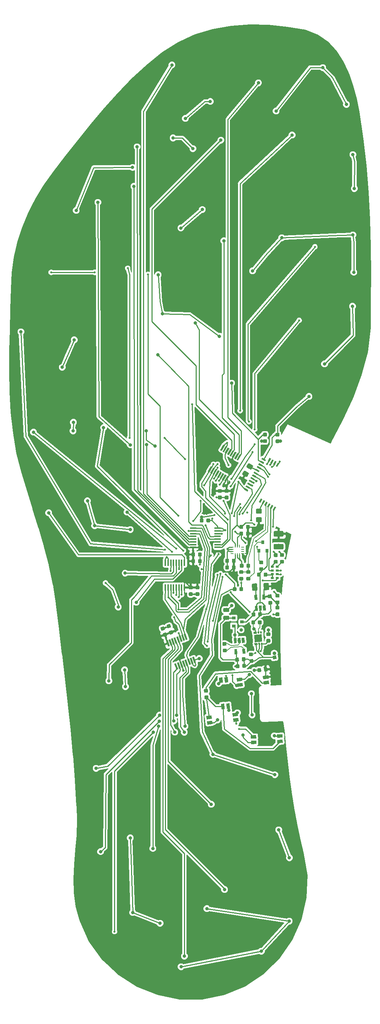
<source format=gbl>
G04 #@! TF.GenerationSoftware,KiCad,Pcbnew,(5.0.0)*
G04 #@! TF.CreationDate,2020-01-29T13:42:07+01:00*
G04 #@! TF.ProjectId,Insole_PCB,496E736F6C655F5043422E6B69636164,rev?*
G04 #@! TF.SameCoordinates,Original*
G04 #@! TF.FileFunction,Copper,L2,Bot,Signal*
G04 #@! TF.FilePolarity,Positive*
%FSLAX46Y46*%
G04 Gerber Fmt 4.6, Leading zero omitted, Abs format (unit mm)*
G04 Created by KiCad (PCBNEW (5.0.0)) date 01/29/20 13:42:07*
%MOMM*%
%LPD*%
G01*
G04 APERTURE LIST*
G04 #@! TA.AperFunction,ComponentPad*
%ADD10C,0.850000*%
G04 #@! TD*
G04 #@! TA.AperFunction,Conductor*
%ADD11C,0.850000*%
G04 #@! TD*
G04 #@! TA.AperFunction,Conductor*
%ADD12C,0.100000*%
G04 #@! TD*
G04 #@! TA.AperFunction,SMDPad,CuDef*
%ADD13R,0.675000X0.250000*%
G04 #@! TD*
G04 #@! TA.AperFunction,SMDPad,CuDef*
%ADD14R,0.250000X0.675000*%
G04 #@! TD*
G04 #@! TA.AperFunction,SMDPad,CuDef*
%ADD15C,0.875000*%
G04 #@! TD*
G04 #@! TA.AperFunction,SMDPad,CuDef*
%ADD16C,1.150000*%
G04 #@! TD*
G04 #@! TA.AperFunction,SMDPad,CuDef*
%ADD17C,0.450000*%
G04 #@! TD*
G04 #@! TA.AperFunction,SMDPad,CuDef*
%ADD18R,1.500000X0.450000*%
G04 #@! TD*
G04 #@! TA.AperFunction,SMDPad,CuDef*
%ADD19R,0.450000X1.500000*%
G04 #@! TD*
G04 #@! TA.AperFunction,SMDPad,CuDef*
%ADD20R,0.800000X0.900000*%
G04 #@! TD*
G04 #@! TA.AperFunction,SMDPad,CuDef*
%ADD21C,0.650000*%
G04 #@! TD*
G04 #@! TA.AperFunction,SMDPad,CuDef*
%ADD22C,0.410000*%
G04 #@! TD*
G04 #@! TA.AperFunction,SMDPad,CuDef*
%ADD23C,1.800000*%
G04 #@! TD*
G04 #@! TA.AperFunction,SMDPad,CuDef*
%ADD24C,0.500000*%
G04 #@! TD*
G04 #@! TA.AperFunction,SMDPad,CuDef*
%ADD25C,0.400000*%
G04 #@! TD*
G04 #@! TA.AperFunction,SMDPad,CuDef*
%ADD26C,0.800000*%
G04 #@! TD*
G04 #@! TA.AperFunction,SMDPad,CuDef*
%ADD27C,1.325000*%
G04 #@! TD*
G04 #@! TA.AperFunction,SMDPad,CuDef*
%ADD28C,1.250000*%
G04 #@! TD*
G04 #@! TA.AperFunction,SMDPad,CuDef*
%ADD29R,0.900000X0.800000*%
G04 #@! TD*
G04 #@! TA.AperFunction,SMDPad,CuDef*
%ADD30C,0.975000*%
G04 #@! TD*
G04 #@! TA.AperFunction,SMDPad,CuDef*
%ADD31R,0.800000X0.500000*%
G04 #@! TD*
G04 #@! TA.AperFunction,ViaPad*
%ADD32C,0.800000*%
G04 #@! TD*
G04 #@! TA.AperFunction,ViaPad*
%ADD33C,0.500000*%
G04 #@! TD*
G04 #@! TA.AperFunction,ViaPad*
%ADD34C,0.600000*%
G04 #@! TD*
G04 #@! TA.AperFunction,Conductor*
%ADD35C,0.250000*%
G04 #@! TD*
G04 #@! TA.AperFunction,Conductor*
%ADD36C,0.160000*%
G04 #@! TD*
G04 #@! TA.AperFunction,Conductor*
%ADD37C,0.200000*%
G04 #@! TD*
G04 APERTURE END LIST*
D10*
G04 #@! TO.P,J2,2*
G04 #@! TO.N,+BATT*
X192469697Y-186293143D03*
D11*
G04 #@! TD*
G04 #@! TO.N,+BATT*
G04 #@! TO.C,J2*
X192469697Y-186293143D02*
X192469697Y-186293143D01*
D10*
G04 #@! TO.P,J2,1*
G04 #@! TO.N,-BATT*
X192539453Y-187290707D03*
D12*
G04 #@! TD*
G04 #@! TO.N,-BATT*
G04 #@! TO.C,J2*
G36*
X192145135Y-187744318D02*
X192085842Y-186896389D01*
X192933771Y-186837096D01*
X192993064Y-187685025D01*
X192145135Y-187744318D01*
X192145135Y-187744318D01*
G37*
D13*
G04 #@! TO.P,U2,11*
G04 #@! TO.N,N/C*
X184911953Y-160890707D03*
G04 #@! TO.P,U2,10*
X184911953Y-161390707D03*
G04 #@! TO.P,U2,9*
X184911953Y-161890707D03*
G04 #@! TO.P,U2,8*
G04 #@! TO.N,+3V3*
X184911953Y-162390707D03*
G04 #@! TO.P,U2,4*
G04 #@! TO.N,N/C*
X182386953Y-162390707D03*
G04 #@! TO.P,U2,3*
G04 #@! TO.N,GND*
X182386953Y-161890707D03*
G04 #@! TO.P,U2,2*
X182386953Y-161390707D03*
G04 #@! TO.P,U2,1*
X182386953Y-160890707D03*
D14*
G04 #@! TO.P,U2,7*
X184149453Y-162653207D03*
G04 #@! TO.P,U2,6*
X183649453Y-162653207D03*
G04 #@! TO.P,U2,5*
G04 #@! TO.N,+3V3*
X183149453Y-162653207D03*
G04 #@! TO.P,U2,12*
G04 #@! TO.N,N/C*
X184149453Y-160628207D03*
G04 #@! TO.P,U2,14*
G04 #@! TO.N,/SDA*
X183149453Y-160628207D03*
G04 #@! TO.P,U2,13*
G04 #@! TO.N,/SCL*
X183649453Y-160628207D03*
G04 #@! TD*
D12*
G04 #@! TO.N,-BATT*
G04 #@! TO.C,C1*
G36*
X187272359Y-187673196D02*
X187293496Y-187676947D01*
X187314163Y-187682751D01*
X187334162Y-187690554D01*
X187353300Y-187700279D01*
X187371393Y-187711833D01*
X187388266Y-187725104D01*
X187403757Y-187739966D01*
X187417716Y-187756275D01*
X187430010Y-187773873D01*
X187440520Y-187792591D01*
X187449144Y-187812250D01*
X187455800Y-187832659D01*
X187460424Y-187853622D01*
X187462970Y-187874938D01*
X187493488Y-188311372D01*
X187493933Y-188332834D01*
X187492272Y-188354237D01*
X187488521Y-188375374D01*
X187482717Y-188396042D01*
X187474914Y-188416041D01*
X187465189Y-188435179D01*
X187453635Y-188453271D01*
X187440364Y-188470144D01*
X187425502Y-188485635D01*
X187409193Y-188499594D01*
X187391595Y-188511888D01*
X187372877Y-188522398D01*
X187353218Y-188531022D01*
X187332809Y-188537678D01*
X187311846Y-188542302D01*
X187290530Y-188544848D01*
X186779278Y-188580598D01*
X186757816Y-188581043D01*
X186736413Y-188579382D01*
X186715276Y-188575631D01*
X186694609Y-188569827D01*
X186674610Y-188562024D01*
X186655472Y-188552299D01*
X186637379Y-188540745D01*
X186620506Y-188527474D01*
X186605015Y-188512612D01*
X186591056Y-188496303D01*
X186578762Y-188478705D01*
X186568252Y-188459987D01*
X186559628Y-188440328D01*
X186552972Y-188419919D01*
X186548348Y-188398956D01*
X186545802Y-188377640D01*
X186515284Y-187941206D01*
X186514839Y-187919744D01*
X186516500Y-187898341D01*
X186520251Y-187877204D01*
X186526055Y-187856536D01*
X186533858Y-187836537D01*
X186543583Y-187817399D01*
X186555137Y-187799307D01*
X186568408Y-187782434D01*
X186583270Y-187766943D01*
X186599579Y-187752984D01*
X186617177Y-187740690D01*
X186635895Y-187730180D01*
X186655554Y-187721556D01*
X186675963Y-187714900D01*
X186696926Y-187710276D01*
X186718242Y-187707730D01*
X187229494Y-187671980D01*
X187250956Y-187671535D01*
X187272359Y-187673196D01*
X187272359Y-187673196D01*
G37*
D15*
G04 #@! TD*
G04 #@! TO.P,C1,2*
G04 #@! TO.N,-BATT*
X187004386Y-188126289D03*
D12*
G04 #@! TO.N,Net-(C1-Pad1)*
G04 #@! TO.C,C1*
G36*
X187162493Y-186102032D02*
X187183630Y-186105783D01*
X187204297Y-186111587D01*
X187224296Y-186119390D01*
X187243434Y-186129115D01*
X187261527Y-186140669D01*
X187278400Y-186153940D01*
X187293891Y-186168802D01*
X187307850Y-186185111D01*
X187320144Y-186202709D01*
X187330654Y-186221427D01*
X187339278Y-186241086D01*
X187345934Y-186261495D01*
X187350558Y-186282458D01*
X187353104Y-186303774D01*
X187383622Y-186740208D01*
X187384067Y-186761670D01*
X187382406Y-186783073D01*
X187378655Y-186804210D01*
X187372851Y-186824878D01*
X187365048Y-186844877D01*
X187355323Y-186864015D01*
X187343769Y-186882107D01*
X187330498Y-186898980D01*
X187315636Y-186914471D01*
X187299327Y-186928430D01*
X187281729Y-186940724D01*
X187263011Y-186951234D01*
X187243352Y-186959858D01*
X187222943Y-186966514D01*
X187201980Y-186971138D01*
X187180664Y-186973684D01*
X186669412Y-187009434D01*
X186647950Y-187009879D01*
X186626547Y-187008218D01*
X186605410Y-187004467D01*
X186584743Y-186998663D01*
X186564744Y-186990860D01*
X186545606Y-186981135D01*
X186527513Y-186969581D01*
X186510640Y-186956310D01*
X186495149Y-186941448D01*
X186481190Y-186925139D01*
X186468896Y-186907541D01*
X186458386Y-186888823D01*
X186449762Y-186869164D01*
X186443106Y-186848755D01*
X186438482Y-186827792D01*
X186435936Y-186806476D01*
X186405418Y-186370042D01*
X186404973Y-186348580D01*
X186406634Y-186327177D01*
X186410385Y-186306040D01*
X186416189Y-186285372D01*
X186423992Y-186265373D01*
X186433717Y-186246235D01*
X186445271Y-186228143D01*
X186458542Y-186211270D01*
X186473404Y-186195779D01*
X186489713Y-186181820D01*
X186507311Y-186169526D01*
X186526029Y-186159016D01*
X186545688Y-186150392D01*
X186566097Y-186143736D01*
X186587060Y-186139112D01*
X186608376Y-186136566D01*
X187119628Y-186100816D01*
X187141090Y-186100371D01*
X187162493Y-186102032D01*
X187162493Y-186102032D01*
G37*
D15*
G04 #@! TD*
G04 #@! TO.P,C1,1*
G04 #@! TO.N,Net-(C1-Pad1)*
X186894520Y-186555125D03*
D12*
G04 #@! TO.N,+3V3*
G04 #@! TO.C,C2*
G36*
X166465690Y-181320961D02*
X166486767Y-181325034D01*
X166507343Y-181331153D01*
X166527221Y-181339260D01*
X166546208Y-181349276D01*
X166564122Y-181361105D01*
X166580790Y-181374633D01*
X166596052Y-181389730D01*
X166609761Y-181406249D01*
X166621785Y-181424033D01*
X166632008Y-181442910D01*
X166640331Y-181462698D01*
X166789965Y-181873813D01*
X166796308Y-181894321D01*
X166800611Y-181915353D01*
X166802832Y-181936705D01*
X166802949Y-181958172D01*
X166800961Y-181979546D01*
X166796888Y-182000624D01*
X166790769Y-182021200D01*
X166782662Y-182041078D01*
X166772646Y-182060065D01*
X166760817Y-182077979D01*
X166747289Y-182094647D01*
X166732192Y-182109909D01*
X166715673Y-182123618D01*
X166697889Y-182135642D01*
X166679012Y-182145865D01*
X166659224Y-182154188D01*
X166177632Y-182329473D01*
X166157123Y-182335816D01*
X166136092Y-182340119D01*
X166114740Y-182342340D01*
X166093273Y-182342457D01*
X166071898Y-182340469D01*
X166050821Y-182336396D01*
X166030245Y-182330277D01*
X166010367Y-182322170D01*
X165991380Y-182312154D01*
X165973466Y-182300325D01*
X165956798Y-182286797D01*
X165941536Y-182271700D01*
X165927827Y-182255181D01*
X165915803Y-182237397D01*
X165905580Y-182218520D01*
X165897257Y-182198732D01*
X165747623Y-181787617D01*
X165741280Y-181767109D01*
X165736977Y-181746077D01*
X165734756Y-181724725D01*
X165734639Y-181703258D01*
X165736627Y-181681884D01*
X165740700Y-181660806D01*
X165746819Y-181640230D01*
X165754926Y-181620352D01*
X165764942Y-181601365D01*
X165776771Y-181583451D01*
X165790299Y-181566783D01*
X165805396Y-181551521D01*
X165821915Y-181537812D01*
X165839699Y-181525788D01*
X165858576Y-181515565D01*
X165878364Y-181507242D01*
X166359956Y-181331957D01*
X166380465Y-181325614D01*
X166401496Y-181321311D01*
X166422848Y-181319090D01*
X166444315Y-181318973D01*
X166465690Y-181320961D01*
X166465690Y-181320961D01*
G37*
D15*
G04 #@! TD*
G04 #@! TO.P,C2,2*
G04 #@! TO.N,+3V3*
X166268794Y-181830715D03*
D12*
G04 #@! TO.N,GND*
G04 #@! TO.C,C2*
G36*
X165927008Y-179840945D02*
X165948085Y-179845018D01*
X165968661Y-179851137D01*
X165988539Y-179859244D01*
X166007526Y-179869260D01*
X166025440Y-179881089D01*
X166042108Y-179894617D01*
X166057370Y-179909714D01*
X166071079Y-179926233D01*
X166083103Y-179944017D01*
X166093326Y-179962894D01*
X166101649Y-179982682D01*
X166251283Y-180393797D01*
X166257626Y-180414305D01*
X166261929Y-180435337D01*
X166264150Y-180456689D01*
X166264267Y-180478156D01*
X166262279Y-180499530D01*
X166258206Y-180520608D01*
X166252087Y-180541184D01*
X166243980Y-180561062D01*
X166233964Y-180580049D01*
X166222135Y-180597963D01*
X166208607Y-180614631D01*
X166193510Y-180629893D01*
X166176991Y-180643602D01*
X166159207Y-180655626D01*
X166140330Y-180665849D01*
X166120542Y-180674172D01*
X165638950Y-180849457D01*
X165618441Y-180855800D01*
X165597410Y-180860103D01*
X165576058Y-180862324D01*
X165554591Y-180862441D01*
X165533216Y-180860453D01*
X165512139Y-180856380D01*
X165491563Y-180850261D01*
X165471685Y-180842154D01*
X165452698Y-180832138D01*
X165434784Y-180820309D01*
X165418116Y-180806781D01*
X165402854Y-180791684D01*
X165389145Y-180775165D01*
X165377121Y-180757381D01*
X165366898Y-180738504D01*
X165358575Y-180718716D01*
X165208941Y-180307601D01*
X165202598Y-180287093D01*
X165198295Y-180266061D01*
X165196074Y-180244709D01*
X165195957Y-180223242D01*
X165197945Y-180201868D01*
X165202018Y-180180790D01*
X165208137Y-180160214D01*
X165216244Y-180140336D01*
X165226260Y-180121349D01*
X165238089Y-180103435D01*
X165251617Y-180086767D01*
X165266714Y-180071505D01*
X165283233Y-180057796D01*
X165301017Y-180045772D01*
X165319894Y-180035549D01*
X165339682Y-180027226D01*
X165821274Y-179851941D01*
X165841783Y-179845598D01*
X165862814Y-179841295D01*
X165884166Y-179839074D01*
X165905633Y-179838957D01*
X165927008Y-179840945D01*
X165927008Y-179840945D01*
G37*
D15*
G04 #@! TD*
G04 #@! TO.P,C2,1*
G04 #@! TO.N,GND*
X165730112Y-180350699D03*
D12*
G04 #@! TO.N,/+BATT_CUT*
G04 #@! TO.C,C3*
G36*
X187729460Y-176518089D02*
X187750528Y-176522208D01*
X187771091Y-176528372D01*
X187790951Y-176536522D01*
X187809916Y-176546580D01*
X187827805Y-176558448D01*
X187844443Y-176572012D01*
X187859672Y-176587142D01*
X187873345Y-176603691D01*
X187885330Y-176621502D01*
X187895512Y-176640401D01*
X187903791Y-176660207D01*
X187910090Y-176680729D01*
X187914347Y-176701770D01*
X187916521Y-176723127D01*
X187943343Y-177234924D01*
X187943413Y-177256391D01*
X187941379Y-177277761D01*
X187937260Y-177298829D01*
X187931096Y-177319392D01*
X187922946Y-177339252D01*
X187912888Y-177358217D01*
X187901020Y-177376106D01*
X187887456Y-177392744D01*
X187872326Y-177407973D01*
X187855776Y-177421646D01*
X187837966Y-177433631D01*
X187819067Y-177443813D01*
X187799261Y-177452093D01*
X187778739Y-177458391D01*
X187757698Y-177462648D01*
X187736342Y-177464822D01*
X187299442Y-177487719D01*
X187277975Y-177487789D01*
X187256604Y-177485755D01*
X187235536Y-177481636D01*
X187214973Y-177475472D01*
X187195113Y-177467322D01*
X187176148Y-177457264D01*
X187158259Y-177445396D01*
X187141621Y-177431832D01*
X187126392Y-177416702D01*
X187112719Y-177400153D01*
X187100734Y-177382342D01*
X187090552Y-177363443D01*
X187082273Y-177343637D01*
X187075974Y-177323115D01*
X187071717Y-177302074D01*
X187069543Y-177280717D01*
X187042721Y-176768920D01*
X187042651Y-176747453D01*
X187044685Y-176726083D01*
X187048804Y-176705015D01*
X187054968Y-176684452D01*
X187063118Y-176664592D01*
X187073176Y-176645627D01*
X187085044Y-176627738D01*
X187098608Y-176611100D01*
X187113738Y-176595871D01*
X187130288Y-176582198D01*
X187148098Y-176570213D01*
X187166997Y-176560031D01*
X187186803Y-176551751D01*
X187207325Y-176545453D01*
X187228366Y-176541196D01*
X187249722Y-176539022D01*
X187686622Y-176516125D01*
X187708089Y-176516055D01*
X187729460Y-176518089D01*
X187729460Y-176518089D01*
G37*
D15*
G04 #@! TD*
G04 #@! TO.P,C3,2*
G04 #@! TO.N,/+BATT_CUT*
X187493032Y-177001922D03*
D12*
G04 #@! TO.N,GND*
G04 #@! TO.C,C3*
G36*
X189302302Y-176435659D02*
X189323370Y-176439778D01*
X189343933Y-176445942D01*
X189363793Y-176454092D01*
X189382758Y-176464150D01*
X189400647Y-176476018D01*
X189417285Y-176489582D01*
X189432514Y-176504712D01*
X189446187Y-176521261D01*
X189458172Y-176539072D01*
X189468354Y-176557971D01*
X189476633Y-176577777D01*
X189482932Y-176598299D01*
X189487189Y-176619340D01*
X189489363Y-176640697D01*
X189516185Y-177152494D01*
X189516255Y-177173961D01*
X189514221Y-177195331D01*
X189510102Y-177216399D01*
X189503938Y-177236962D01*
X189495788Y-177256822D01*
X189485730Y-177275787D01*
X189473862Y-177293676D01*
X189460298Y-177310314D01*
X189445168Y-177325543D01*
X189428618Y-177339216D01*
X189410808Y-177351201D01*
X189391909Y-177361383D01*
X189372103Y-177369663D01*
X189351581Y-177375961D01*
X189330540Y-177380218D01*
X189309184Y-177382392D01*
X188872284Y-177405289D01*
X188850817Y-177405359D01*
X188829446Y-177403325D01*
X188808378Y-177399206D01*
X188787815Y-177393042D01*
X188767955Y-177384892D01*
X188748990Y-177374834D01*
X188731101Y-177362966D01*
X188714463Y-177349402D01*
X188699234Y-177334272D01*
X188685561Y-177317723D01*
X188673576Y-177299912D01*
X188663394Y-177281013D01*
X188655115Y-177261207D01*
X188648816Y-177240685D01*
X188644559Y-177219644D01*
X188642385Y-177198287D01*
X188615563Y-176686490D01*
X188615493Y-176665023D01*
X188617527Y-176643653D01*
X188621646Y-176622585D01*
X188627810Y-176602022D01*
X188635960Y-176582162D01*
X188646018Y-176563197D01*
X188657886Y-176545308D01*
X188671450Y-176528670D01*
X188686580Y-176513441D01*
X188703130Y-176499768D01*
X188720940Y-176487783D01*
X188739839Y-176477601D01*
X188759645Y-176469321D01*
X188780167Y-176463023D01*
X188801208Y-176458766D01*
X188822564Y-176456592D01*
X189259464Y-176433695D01*
X189280931Y-176433625D01*
X189302302Y-176435659D01*
X189302302Y-176435659D01*
G37*
D15*
G04 #@! TD*
G04 #@! TO.P,C3,1*
G04 #@! TO.N,GND*
X189065874Y-176919492D03*
D12*
G04 #@! TO.N,GND*
G04 #@! TO.C,C4*
G36*
X191784359Y-173761196D02*
X191805496Y-173764947D01*
X191826163Y-173770751D01*
X191846162Y-173778554D01*
X191865300Y-173788279D01*
X191883393Y-173799833D01*
X191900266Y-173813104D01*
X191915757Y-173827966D01*
X191929716Y-173844275D01*
X191942010Y-173861873D01*
X191952520Y-173880591D01*
X191961144Y-173900250D01*
X191967800Y-173920659D01*
X191972424Y-173941622D01*
X191974970Y-173962938D01*
X192005488Y-174399372D01*
X192005933Y-174420834D01*
X192004272Y-174442237D01*
X192000521Y-174463374D01*
X191994717Y-174484042D01*
X191986914Y-174504041D01*
X191977189Y-174523179D01*
X191965635Y-174541271D01*
X191952364Y-174558144D01*
X191937502Y-174573635D01*
X191921193Y-174587594D01*
X191903595Y-174599888D01*
X191884877Y-174610398D01*
X191865218Y-174619022D01*
X191844809Y-174625678D01*
X191823846Y-174630302D01*
X191802530Y-174632848D01*
X191291278Y-174668598D01*
X191269816Y-174669043D01*
X191248413Y-174667382D01*
X191227276Y-174663631D01*
X191206609Y-174657827D01*
X191186610Y-174650024D01*
X191167472Y-174640299D01*
X191149379Y-174628745D01*
X191132506Y-174615474D01*
X191117015Y-174600612D01*
X191103056Y-174584303D01*
X191090762Y-174566705D01*
X191080252Y-174547987D01*
X191071628Y-174528328D01*
X191064972Y-174507919D01*
X191060348Y-174486956D01*
X191057802Y-174465640D01*
X191027284Y-174029206D01*
X191026839Y-174007744D01*
X191028500Y-173986341D01*
X191032251Y-173965204D01*
X191038055Y-173944536D01*
X191045858Y-173924537D01*
X191055583Y-173905399D01*
X191067137Y-173887307D01*
X191080408Y-173870434D01*
X191095270Y-173854943D01*
X191111579Y-173840984D01*
X191129177Y-173828690D01*
X191147895Y-173818180D01*
X191167554Y-173809556D01*
X191187963Y-173802900D01*
X191208926Y-173798276D01*
X191230242Y-173795730D01*
X191741494Y-173759980D01*
X191762956Y-173759535D01*
X191784359Y-173761196D01*
X191784359Y-173761196D01*
G37*
D15*
G04 #@! TD*
G04 #@! TO.P,C4,2*
G04 #@! TO.N,GND*
X191516386Y-174214289D03*
D12*
G04 #@! TO.N,+3V3*
G04 #@! TO.C,C4*
G36*
X191674493Y-172190032D02*
X191695630Y-172193783D01*
X191716297Y-172199587D01*
X191736296Y-172207390D01*
X191755434Y-172217115D01*
X191773527Y-172228669D01*
X191790400Y-172241940D01*
X191805891Y-172256802D01*
X191819850Y-172273111D01*
X191832144Y-172290709D01*
X191842654Y-172309427D01*
X191851278Y-172329086D01*
X191857934Y-172349495D01*
X191862558Y-172370458D01*
X191865104Y-172391774D01*
X191895622Y-172828208D01*
X191896067Y-172849670D01*
X191894406Y-172871073D01*
X191890655Y-172892210D01*
X191884851Y-172912878D01*
X191877048Y-172932877D01*
X191867323Y-172952015D01*
X191855769Y-172970107D01*
X191842498Y-172986980D01*
X191827636Y-173002471D01*
X191811327Y-173016430D01*
X191793729Y-173028724D01*
X191775011Y-173039234D01*
X191755352Y-173047858D01*
X191734943Y-173054514D01*
X191713980Y-173059138D01*
X191692664Y-173061684D01*
X191181412Y-173097434D01*
X191159950Y-173097879D01*
X191138547Y-173096218D01*
X191117410Y-173092467D01*
X191096743Y-173086663D01*
X191076744Y-173078860D01*
X191057606Y-173069135D01*
X191039513Y-173057581D01*
X191022640Y-173044310D01*
X191007149Y-173029448D01*
X190993190Y-173013139D01*
X190980896Y-172995541D01*
X190970386Y-172976823D01*
X190961762Y-172957164D01*
X190955106Y-172936755D01*
X190950482Y-172915792D01*
X190947936Y-172894476D01*
X190917418Y-172458042D01*
X190916973Y-172436580D01*
X190918634Y-172415177D01*
X190922385Y-172394040D01*
X190928189Y-172373372D01*
X190935992Y-172353373D01*
X190945717Y-172334235D01*
X190957271Y-172316143D01*
X190970542Y-172299270D01*
X190985404Y-172283779D01*
X191001713Y-172269820D01*
X191019311Y-172257526D01*
X191038029Y-172247016D01*
X191057688Y-172238392D01*
X191078097Y-172231736D01*
X191099060Y-172227112D01*
X191120376Y-172224566D01*
X191631628Y-172188816D01*
X191653090Y-172188371D01*
X191674493Y-172190032D01*
X191674493Y-172190032D01*
G37*
D15*
G04 #@! TD*
G04 #@! TO.P,C4,1*
G04 #@! TO.N,+3V3*
X191406520Y-172643125D03*
D12*
G04 #@! TO.N,+3V3*
G04 #@! TO.C,C5*
G36*
X167915690Y-180770961D02*
X167936767Y-180775034D01*
X167957343Y-180781153D01*
X167977221Y-180789260D01*
X167996208Y-180799276D01*
X168014122Y-180811105D01*
X168030790Y-180824633D01*
X168046052Y-180839730D01*
X168059761Y-180856249D01*
X168071785Y-180874033D01*
X168082008Y-180892910D01*
X168090331Y-180912698D01*
X168239965Y-181323813D01*
X168246308Y-181344321D01*
X168250611Y-181365353D01*
X168252832Y-181386705D01*
X168252949Y-181408172D01*
X168250961Y-181429546D01*
X168246888Y-181450624D01*
X168240769Y-181471200D01*
X168232662Y-181491078D01*
X168222646Y-181510065D01*
X168210817Y-181527979D01*
X168197289Y-181544647D01*
X168182192Y-181559909D01*
X168165673Y-181573618D01*
X168147889Y-181585642D01*
X168129012Y-181595865D01*
X168109224Y-181604188D01*
X167627632Y-181779473D01*
X167607123Y-181785816D01*
X167586092Y-181790119D01*
X167564740Y-181792340D01*
X167543273Y-181792457D01*
X167521898Y-181790469D01*
X167500821Y-181786396D01*
X167480245Y-181780277D01*
X167460367Y-181772170D01*
X167441380Y-181762154D01*
X167423466Y-181750325D01*
X167406798Y-181736797D01*
X167391536Y-181721700D01*
X167377827Y-181705181D01*
X167365803Y-181687397D01*
X167355580Y-181668520D01*
X167347257Y-181648732D01*
X167197623Y-181237617D01*
X167191280Y-181217109D01*
X167186977Y-181196077D01*
X167184756Y-181174725D01*
X167184639Y-181153258D01*
X167186627Y-181131884D01*
X167190700Y-181110806D01*
X167196819Y-181090230D01*
X167204926Y-181070352D01*
X167214942Y-181051365D01*
X167226771Y-181033451D01*
X167240299Y-181016783D01*
X167255396Y-181001521D01*
X167271915Y-180987812D01*
X167289699Y-180975788D01*
X167308576Y-180965565D01*
X167328364Y-180957242D01*
X167809956Y-180781957D01*
X167830465Y-180775614D01*
X167851496Y-180771311D01*
X167872848Y-180769090D01*
X167894315Y-180768973D01*
X167915690Y-180770961D01*
X167915690Y-180770961D01*
G37*
D15*
G04 #@! TD*
G04 #@! TO.P,C5,2*
G04 #@! TO.N,+3V3*
X167718794Y-181280715D03*
D12*
G04 #@! TO.N,GND*
G04 #@! TO.C,C5*
G36*
X167377008Y-179290945D02*
X167398085Y-179295018D01*
X167418661Y-179301137D01*
X167438539Y-179309244D01*
X167457526Y-179319260D01*
X167475440Y-179331089D01*
X167492108Y-179344617D01*
X167507370Y-179359714D01*
X167521079Y-179376233D01*
X167533103Y-179394017D01*
X167543326Y-179412894D01*
X167551649Y-179432682D01*
X167701283Y-179843797D01*
X167707626Y-179864305D01*
X167711929Y-179885337D01*
X167714150Y-179906689D01*
X167714267Y-179928156D01*
X167712279Y-179949530D01*
X167708206Y-179970608D01*
X167702087Y-179991184D01*
X167693980Y-180011062D01*
X167683964Y-180030049D01*
X167672135Y-180047963D01*
X167658607Y-180064631D01*
X167643510Y-180079893D01*
X167626991Y-180093602D01*
X167609207Y-180105626D01*
X167590330Y-180115849D01*
X167570542Y-180124172D01*
X167088950Y-180299457D01*
X167068441Y-180305800D01*
X167047410Y-180310103D01*
X167026058Y-180312324D01*
X167004591Y-180312441D01*
X166983216Y-180310453D01*
X166962139Y-180306380D01*
X166941563Y-180300261D01*
X166921685Y-180292154D01*
X166902698Y-180282138D01*
X166884784Y-180270309D01*
X166868116Y-180256781D01*
X166852854Y-180241684D01*
X166839145Y-180225165D01*
X166827121Y-180207381D01*
X166816898Y-180188504D01*
X166808575Y-180168716D01*
X166658941Y-179757601D01*
X166652598Y-179737093D01*
X166648295Y-179716061D01*
X166646074Y-179694709D01*
X166645957Y-179673242D01*
X166647945Y-179651868D01*
X166652018Y-179630790D01*
X166658137Y-179610214D01*
X166666244Y-179590336D01*
X166676260Y-179571349D01*
X166688089Y-179553435D01*
X166701617Y-179536767D01*
X166716714Y-179521505D01*
X166733233Y-179507796D01*
X166751017Y-179495772D01*
X166769894Y-179485549D01*
X166789682Y-179477226D01*
X167271274Y-179301941D01*
X167291783Y-179295598D01*
X167312814Y-179291295D01*
X167334166Y-179289074D01*
X167355633Y-179288957D01*
X167377008Y-179290945D01*
X167377008Y-179290945D01*
G37*
D15*
G04 #@! TD*
G04 #@! TO.P,C5,1*
G04 #@! TO.N,GND*
X167180112Y-179800699D03*
D12*
G04 #@! TO.N,+3V3*
G04 #@! TO.C,C6*
G36*
X174327144Y-170104260D02*
X174348379Y-170107410D01*
X174369203Y-170112626D01*
X174389415Y-170119858D01*
X174408821Y-170129037D01*
X174427234Y-170140073D01*
X174444477Y-170152861D01*
X174460383Y-170167277D01*
X174474799Y-170183183D01*
X174487587Y-170200426D01*
X174498623Y-170218839D01*
X174507802Y-170238245D01*
X174515034Y-170258457D01*
X174520250Y-170279281D01*
X174523400Y-170300516D01*
X174524453Y-170321957D01*
X174524453Y-170759457D01*
X174523400Y-170780898D01*
X174520250Y-170802133D01*
X174515034Y-170822957D01*
X174507802Y-170843169D01*
X174498623Y-170862575D01*
X174487587Y-170880988D01*
X174474799Y-170898231D01*
X174460383Y-170914137D01*
X174444477Y-170928553D01*
X174427234Y-170941341D01*
X174408821Y-170952377D01*
X174389415Y-170961556D01*
X174369203Y-170968788D01*
X174348379Y-170974004D01*
X174327144Y-170977154D01*
X174305703Y-170978207D01*
X173793203Y-170978207D01*
X173771762Y-170977154D01*
X173750527Y-170974004D01*
X173729703Y-170968788D01*
X173709491Y-170961556D01*
X173690085Y-170952377D01*
X173671672Y-170941341D01*
X173654429Y-170928553D01*
X173638523Y-170914137D01*
X173624107Y-170898231D01*
X173611319Y-170880988D01*
X173600283Y-170862575D01*
X173591104Y-170843169D01*
X173583872Y-170822957D01*
X173578656Y-170802133D01*
X173575506Y-170780898D01*
X173574453Y-170759457D01*
X173574453Y-170321957D01*
X173575506Y-170300516D01*
X173578656Y-170279281D01*
X173583872Y-170258457D01*
X173591104Y-170238245D01*
X173600283Y-170218839D01*
X173611319Y-170200426D01*
X173624107Y-170183183D01*
X173638523Y-170167277D01*
X173654429Y-170152861D01*
X173671672Y-170140073D01*
X173690085Y-170129037D01*
X173709491Y-170119858D01*
X173729703Y-170112626D01*
X173750527Y-170107410D01*
X173771762Y-170104260D01*
X173793203Y-170103207D01*
X174305703Y-170103207D01*
X174327144Y-170104260D01*
X174327144Y-170104260D01*
G37*
D15*
G04 #@! TD*
G04 #@! TO.P,C6,2*
G04 #@! TO.N,+3V3*
X174049453Y-170540707D03*
D12*
G04 #@! TO.N,GND*
G04 #@! TO.C,C6*
G36*
X174327144Y-171679260D02*
X174348379Y-171682410D01*
X174369203Y-171687626D01*
X174389415Y-171694858D01*
X174408821Y-171704037D01*
X174427234Y-171715073D01*
X174444477Y-171727861D01*
X174460383Y-171742277D01*
X174474799Y-171758183D01*
X174487587Y-171775426D01*
X174498623Y-171793839D01*
X174507802Y-171813245D01*
X174515034Y-171833457D01*
X174520250Y-171854281D01*
X174523400Y-171875516D01*
X174524453Y-171896957D01*
X174524453Y-172334457D01*
X174523400Y-172355898D01*
X174520250Y-172377133D01*
X174515034Y-172397957D01*
X174507802Y-172418169D01*
X174498623Y-172437575D01*
X174487587Y-172455988D01*
X174474799Y-172473231D01*
X174460383Y-172489137D01*
X174444477Y-172503553D01*
X174427234Y-172516341D01*
X174408821Y-172527377D01*
X174389415Y-172536556D01*
X174369203Y-172543788D01*
X174348379Y-172549004D01*
X174327144Y-172552154D01*
X174305703Y-172553207D01*
X173793203Y-172553207D01*
X173771762Y-172552154D01*
X173750527Y-172549004D01*
X173729703Y-172543788D01*
X173709491Y-172536556D01*
X173690085Y-172527377D01*
X173671672Y-172516341D01*
X173654429Y-172503553D01*
X173638523Y-172489137D01*
X173624107Y-172473231D01*
X173611319Y-172455988D01*
X173600283Y-172437575D01*
X173591104Y-172418169D01*
X173583872Y-172397957D01*
X173578656Y-172377133D01*
X173575506Y-172355898D01*
X173574453Y-172334457D01*
X173574453Y-171896957D01*
X173575506Y-171875516D01*
X173578656Y-171854281D01*
X173583872Y-171833457D01*
X173591104Y-171813245D01*
X173600283Y-171793839D01*
X173611319Y-171775426D01*
X173624107Y-171758183D01*
X173638523Y-171742277D01*
X173654429Y-171727861D01*
X173671672Y-171715073D01*
X173690085Y-171704037D01*
X173709491Y-171694858D01*
X173729703Y-171687626D01*
X173750527Y-171682410D01*
X173771762Y-171679260D01*
X173793203Y-171678207D01*
X174305703Y-171678207D01*
X174327144Y-171679260D01*
X174327144Y-171679260D01*
G37*
D15*
G04 #@! TD*
G04 #@! TO.P,C6,1*
G04 #@! TO.N,GND*
X174049453Y-172115707D03*
D12*
G04 #@! TO.N,+3V3*
G04 #@! TO.C,C7*
G36*
X172727144Y-170116760D02*
X172748379Y-170119910D01*
X172769203Y-170125126D01*
X172789415Y-170132358D01*
X172808821Y-170141537D01*
X172827234Y-170152573D01*
X172844477Y-170165361D01*
X172860383Y-170179777D01*
X172874799Y-170195683D01*
X172887587Y-170212926D01*
X172898623Y-170231339D01*
X172907802Y-170250745D01*
X172915034Y-170270957D01*
X172920250Y-170291781D01*
X172923400Y-170313016D01*
X172924453Y-170334457D01*
X172924453Y-170771957D01*
X172923400Y-170793398D01*
X172920250Y-170814633D01*
X172915034Y-170835457D01*
X172907802Y-170855669D01*
X172898623Y-170875075D01*
X172887587Y-170893488D01*
X172874799Y-170910731D01*
X172860383Y-170926637D01*
X172844477Y-170941053D01*
X172827234Y-170953841D01*
X172808821Y-170964877D01*
X172789415Y-170974056D01*
X172769203Y-170981288D01*
X172748379Y-170986504D01*
X172727144Y-170989654D01*
X172705703Y-170990707D01*
X172193203Y-170990707D01*
X172171762Y-170989654D01*
X172150527Y-170986504D01*
X172129703Y-170981288D01*
X172109491Y-170974056D01*
X172090085Y-170964877D01*
X172071672Y-170953841D01*
X172054429Y-170941053D01*
X172038523Y-170926637D01*
X172024107Y-170910731D01*
X172011319Y-170893488D01*
X172000283Y-170875075D01*
X171991104Y-170855669D01*
X171983872Y-170835457D01*
X171978656Y-170814633D01*
X171975506Y-170793398D01*
X171974453Y-170771957D01*
X171974453Y-170334457D01*
X171975506Y-170313016D01*
X171978656Y-170291781D01*
X171983872Y-170270957D01*
X171991104Y-170250745D01*
X172000283Y-170231339D01*
X172011319Y-170212926D01*
X172024107Y-170195683D01*
X172038523Y-170179777D01*
X172054429Y-170165361D01*
X172071672Y-170152573D01*
X172090085Y-170141537D01*
X172109491Y-170132358D01*
X172129703Y-170125126D01*
X172150527Y-170119910D01*
X172171762Y-170116760D01*
X172193203Y-170115707D01*
X172705703Y-170115707D01*
X172727144Y-170116760D01*
X172727144Y-170116760D01*
G37*
D15*
G04 #@! TD*
G04 #@! TO.P,C7,2*
G04 #@! TO.N,+3V3*
X172449453Y-170553207D03*
D12*
G04 #@! TO.N,GND*
G04 #@! TO.C,C7*
G36*
X172727144Y-171691760D02*
X172748379Y-171694910D01*
X172769203Y-171700126D01*
X172789415Y-171707358D01*
X172808821Y-171716537D01*
X172827234Y-171727573D01*
X172844477Y-171740361D01*
X172860383Y-171754777D01*
X172874799Y-171770683D01*
X172887587Y-171787926D01*
X172898623Y-171806339D01*
X172907802Y-171825745D01*
X172915034Y-171845957D01*
X172920250Y-171866781D01*
X172923400Y-171888016D01*
X172924453Y-171909457D01*
X172924453Y-172346957D01*
X172923400Y-172368398D01*
X172920250Y-172389633D01*
X172915034Y-172410457D01*
X172907802Y-172430669D01*
X172898623Y-172450075D01*
X172887587Y-172468488D01*
X172874799Y-172485731D01*
X172860383Y-172501637D01*
X172844477Y-172516053D01*
X172827234Y-172528841D01*
X172808821Y-172539877D01*
X172789415Y-172549056D01*
X172769203Y-172556288D01*
X172748379Y-172561504D01*
X172727144Y-172564654D01*
X172705703Y-172565707D01*
X172193203Y-172565707D01*
X172171762Y-172564654D01*
X172150527Y-172561504D01*
X172129703Y-172556288D01*
X172109491Y-172549056D01*
X172090085Y-172539877D01*
X172071672Y-172528841D01*
X172054429Y-172516053D01*
X172038523Y-172501637D01*
X172024107Y-172485731D01*
X172011319Y-172468488D01*
X172000283Y-172450075D01*
X171991104Y-172430669D01*
X171983872Y-172410457D01*
X171978656Y-172389633D01*
X171975506Y-172368398D01*
X171974453Y-172346957D01*
X171974453Y-171909457D01*
X171975506Y-171888016D01*
X171978656Y-171866781D01*
X171983872Y-171845957D01*
X171991104Y-171825745D01*
X172000283Y-171806339D01*
X172011319Y-171787926D01*
X172024107Y-171770683D01*
X172038523Y-171754777D01*
X172054429Y-171740361D01*
X172071672Y-171727573D01*
X172090085Y-171716537D01*
X172109491Y-171707358D01*
X172129703Y-171700126D01*
X172150527Y-171694910D01*
X172171762Y-171691760D01*
X172193203Y-171690707D01*
X172705703Y-171690707D01*
X172727144Y-171691760D01*
X172727144Y-171691760D01*
G37*
D15*
G04 #@! TD*
G04 #@! TO.P,C7,1*
G04 #@! TO.N,GND*
X172449453Y-172128207D03*
D12*
G04 #@! TO.N,+3V3*
G04 #@! TO.C,C8*
G36*
X173289644Y-163766760D02*
X173310879Y-163769910D01*
X173331703Y-163775126D01*
X173351915Y-163782358D01*
X173371321Y-163791537D01*
X173389734Y-163802573D01*
X173406977Y-163815361D01*
X173422883Y-163829777D01*
X173437299Y-163845683D01*
X173450087Y-163862926D01*
X173461123Y-163881339D01*
X173470302Y-163900745D01*
X173477534Y-163920957D01*
X173482750Y-163941781D01*
X173485900Y-163963016D01*
X173486953Y-163984457D01*
X173486953Y-164496957D01*
X173485900Y-164518398D01*
X173482750Y-164539633D01*
X173477534Y-164560457D01*
X173470302Y-164580669D01*
X173461123Y-164600075D01*
X173450087Y-164618488D01*
X173437299Y-164635731D01*
X173422883Y-164651637D01*
X173406977Y-164666053D01*
X173389734Y-164678841D01*
X173371321Y-164689877D01*
X173351915Y-164699056D01*
X173331703Y-164706288D01*
X173310879Y-164711504D01*
X173289644Y-164714654D01*
X173268203Y-164715707D01*
X172830703Y-164715707D01*
X172809262Y-164714654D01*
X172788027Y-164711504D01*
X172767203Y-164706288D01*
X172746991Y-164699056D01*
X172727585Y-164689877D01*
X172709172Y-164678841D01*
X172691929Y-164666053D01*
X172676023Y-164651637D01*
X172661607Y-164635731D01*
X172648819Y-164618488D01*
X172637783Y-164600075D01*
X172628604Y-164580669D01*
X172621372Y-164560457D01*
X172616156Y-164539633D01*
X172613006Y-164518398D01*
X172611953Y-164496957D01*
X172611953Y-163984457D01*
X172613006Y-163963016D01*
X172616156Y-163941781D01*
X172621372Y-163920957D01*
X172628604Y-163900745D01*
X172637783Y-163881339D01*
X172648819Y-163862926D01*
X172661607Y-163845683D01*
X172676023Y-163829777D01*
X172691929Y-163815361D01*
X172709172Y-163802573D01*
X172727585Y-163791537D01*
X172746991Y-163782358D01*
X172767203Y-163775126D01*
X172788027Y-163769910D01*
X172809262Y-163766760D01*
X172830703Y-163765707D01*
X173268203Y-163765707D01*
X173289644Y-163766760D01*
X173289644Y-163766760D01*
G37*
D15*
G04 #@! TD*
G04 #@! TO.P,C8,2*
G04 #@! TO.N,+3V3*
X173049453Y-164240707D03*
D12*
G04 #@! TO.N,GND*
G04 #@! TO.C,C8*
G36*
X174864644Y-163766760D02*
X174885879Y-163769910D01*
X174906703Y-163775126D01*
X174926915Y-163782358D01*
X174946321Y-163791537D01*
X174964734Y-163802573D01*
X174981977Y-163815361D01*
X174997883Y-163829777D01*
X175012299Y-163845683D01*
X175025087Y-163862926D01*
X175036123Y-163881339D01*
X175045302Y-163900745D01*
X175052534Y-163920957D01*
X175057750Y-163941781D01*
X175060900Y-163963016D01*
X175061953Y-163984457D01*
X175061953Y-164496957D01*
X175060900Y-164518398D01*
X175057750Y-164539633D01*
X175052534Y-164560457D01*
X175045302Y-164580669D01*
X175036123Y-164600075D01*
X175025087Y-164618488D01*
X175012299Y-164635731D01*
X174997883Y-164651637D01*
X174981977Y-164666053D01*
X174964734Y-164678841D01*
X174946321Y-164689877D01*
X174926915Y-164699056D01*
X174906703Y-164706288D01*
X174885879Y-164711504D01*
X174864644Y-164714654D01*
X174843203Y-164715707D01*
X174405703Y-164715707D01*
X174384262Y-164714654D01*
X174363027Y-164711504D01*
X174342203Y-164706288D01*
X174321991Y-164699056D01*
X174302585Y-164689877D01*
X174284172Y-164678841D01*
X174266929Y-164666053D01*
X174251023Y-164651637D01*
X174236607Y-164635731D01*
X174223819Y-164618488D01*
X174212783Y-164600075D01*
X174203604Y-164580669D01*
X174196372Y-164560457D01*
X174191156Y-164539633D01*
X174188006Y-164518398D01*
X174186953Y-164496957D01*
X174186953Y-163984457D01*
X174188006Y-163963016D01*
X174191156Y-163941781D01*
X174196372Y-163920957D01*
X174203604Y-163900745D01*
X174212783Y-163881339D01*
X174223819Y-163862926D01*
X174236607Y-163845683D01*
X174251023Y-163829777D01*
X174266929Y-163815361D01*
X174284172Y-163802573D01*
X174302585Y-163791537D01*
X174321991Y-163782358D01*
X174342203Y-163775126D01*
X174363027Y-163769910D01*
X174384262Y-163766760D01*
X174405703Y-163765707D01*
X174843203Y-163765707D01*
X174864644Y-163766760D01*
X174864644Y-163766760D01*
G37*
D15*
G04 #@! TD*
G04 #@! TO.P,C8,1*
G04 #@! TO.N,GND*
X174624453Y-164240707D03*
D12*
G04 #@! TO.N,+3V3*
G04 #@! TO.C,C9*
G36*
X173289644Y-162166760D02*
X173310879Y-162169910D01*
X173331703Y-162175126D01*
X173351915Y-162182358D01*
X173371321Y-162191537D01*
X173389734Y-162202573D01*
X173406977Y-162215361D01*
X173422883Y-162229777D01*
X173437299Y-162245683D01*
X173450087Y-162262926D01*
X173461123Y-162281339D01*
X173470302Y-162300745D01*
X173477534Y-162320957D01*
X173482750Y-162341781D01*
X173485900Y-162363016D01*
X173486953Y-162384457D01*
X173486953Y-162896957D01*
X173485900Y-162918398D01*
X173482750Y-162939633D01*
X173477534Y-162960457D01*
X173470302Y-162980669D01*
X173461123Y-163000075D01*
X173450087Y-163018488D01*
X173437299Y-163035731D01*
X173422883Y-163051637D01*
X173406977Y-163066053D01*
X173389734Y-163078841D01*
X173371321Y-163089877D01*
X173351915Y-163099056D01*
X173331703Y-163106288D01*
X173310879Y-163111504D01*
X173289644Y-163114654D01*
X173268203Y-163115707D01*
X172830703Y-163115707D01*
X172809262Y-163114654D01*
X172788027Y-163111504D01*
X172767203Y-163106288D01*
X172746991Y-163099056D01*
X172727585Y-163089877D01*
X172709172Y-163078841D01*
X172691929Y-163066053D01*
X172676023Y-163051637D01*
X172661607Y-163035731D01*
X172648819Y-163018488D01*
X172637783Y-163000075D01*
X172628604Y-162980669D01*
X172621372Y-162960457D01*
X172616156Y-162939633D01*
X172613006Y-162918398D01*
X172611953Y-162896957D01*
X172611953Y-162384457D01*
X172613006Y-162363016D01*
X172616156Y-162341781D01*
X172621372Y-162320957D01*
X172628604Y-162300745D01*
X172637783Y-162281339D01*
X172648819Y-162262926D01*
X172661607Y-162245683D01*
X172676023Y-162229777D01*
X172691929Y-162215361D01*
X172709172Y-162202573D01*
X172727585Y-162191537D01*
X172746991Y-162182358D01*
X172767203Y-162175126D01*
X172788027Y-162169910D01*
X172809262Y-162166760D01*
X172830703Y-162165707D01*
X173268203Y-162165707D01*
X173289644Y-162166760D01*
X173289644Y-162166760D01*
G37*
D15*
G04 #@! TD*
G04 #@! TO.P,C9,2*
G04 #@! TO.N,+3V3*
X173049453Y-162640707D03*
D12*
G04 #@! TO.N,GND*
G04 #@! TO.C,C9*
G36*
X174864644Y-162166760D02*
X174885879Y-162169910D01*
X174906703Y-162175126D01*
X174926915Y-162182358D01*
X174946321Y-162191537D01*
X174964734Y-162202573D01*
X174981977Y-162215361D01*
X174997883Y-162229777D01*
X175012299Y-162245683D01*
X175025087Y-162262926D01*
X175036123Y-162281339D01*
X175045302Y-162300745D01*
X175052534Y-162320957D01*
X175057750Y-162341781D01*
X175060900Y-162363016D01*
X175061953Y-162384457D01*
X175061953Y-162896957D01*
X175060900Y-162918398D01*
X175057750Y-162939633D01*
X175052534Y-162960457D01*
X175045302Y-162980669D01*
X175036123Y-163000075D01*
X175025087Y-163018488D01*
X175012299Y-163035731D01*
X174997883Y-163051637D01*
X174981977Y-163066053D01*
X174964734Y-163078841D01*
X174946321Y-163089877D01*
X174926915Y-163099056D01*
X174906703Y-163106288D01*
X174885879Y-163111504D01*
X174864644Y-163114654D01*
X174843203Y-163115707D01*
X174405703Y-163115707D01*
X174384262Y-163114654D01*
X174363027Y-163111504D01*
X174342203Y-163106288D01*
X174321991Y-163099056D01*
X174302585Y-163089877D01*
X174284172Y-163078841D01*
X174266929Y-163066053D01*
X174251023Y-163051637D01*
X174236607Y-163035731D01*
X174223819Y-163018488D01*
X174212783Y-163000075D01*
X174203604Y-162980669D01*
X174196372Y-162960457D01*
X174191156Y-162939633D01*
X174188006Y-162918398D01*
X174186953Y-162896957D01*
X174186953Y-162384457D01*
X174188006Y-162363016D01*
X174191156Y-162341781D01*
X174196372Y-162320957D01*
X174203604Y-162300745D01*
X174212783Y-162281339D01*
X174223819Y-162262926D01*
X174236607Y-162245683D01*
X174251023Y-162229777D01*
X174266929Y-162215361D01*
X174284172Y-162202573D01*
X174302585Y-162191537D01*
X174321991Y-162182358D01*
X174342203Y-162175126D01*
X174363027Y-162169910D01*
X174384262Y-162166760D01*
X174405703Y-162165707D01*
X174843203Y-162165707D01*
X174864644Y-162166760D01*
X174864644Y-162166760D01*
G37*
D15*
G04 #@! TD*
G04 #@! TO.P,C9,1*
G04 #@! TO.N,GND*
X174624453Y-162640707D03*
D12*
G04 #@! TO.N,+3V3*
G04 #@! TO.C,C10*
G36*
X179702144Y-146979260D02*
X179723379Y-146982410D01*
X179744203Y-146987626D01*
X179764415Y-146994858D01*
X179783821Y-147004037D01*
X179802234Y-147015073D01*
X179819477Y-147027861D01*
X179835383Y-147042277D01*
X179849799Y-147058183D01*
X179862587Y-147075426D01*
X179873623Y-147093839D01*
X179882802Y-147113245D01*
X179890034Y-147133457D01*
X179895250Y-147154281D01*
X179898400Y-147175516D01*
X179899453Y-147196957D01*
X179899453Y-147634457D01*
X179898400Y-147655898D01*
X179895250Y-147677133D01*
X179890034Y-147697957D01*
X179882802Y-147718169D01*
X179873623Y-147737575D01*
X179862587Y-147755988D01*
X179849799Y-147773231D01*
X179835383Y-147789137D01*
X179819477Y-147803553D01*
X179802234Y-147816341D01*
X179783821Y-147827377D01*
X179764415Y-147836556D01*
X179744203Y-147843788D01*
X179723379Y-147849004D01*
X179702144Y-147852154D01*
X179680703Y-147853207D01*
X179168203Y-147853207D01*
X179146762Y-147852154D01*
X179125527Y-147849004D01*
X179104703Y-147843788D01*
X179084491Y-147836556D01*
X179065085Y-147827377D01*
X179046672Y-147816341D01*
X179029429Y-147803553D01*
X179013523Y-147789137D01*
X178999107Y-147773231D01*
X178986319Y-147755988D01*
X178975283Y-147737575D01*
X178966104Y-147718169D01*
X178958872Y-147697957D01*
X178953656Y-147677133D01*
X178950506Y-147655898D01*
X178949453Y-147634457D01*
X178949453Y-147196957D01*
X178950506Y-147175516D01*
X178953656Y-147154281D01*
X178958872Y-147133457D01*
X178966104Y-147113245D01*
X178975283Y-147093839D01*
X178986319Y-147075426D01*
X178999107Y-147058183D01*
X179013523Y-147042277D01*
X179029429Y-147027861D01*
X179046672Y-147015073D01*
X179065085Y-147004037D01*
X179084491Y-146994858D01*
X179104703Y-146987626D01*
X179125527Y-146982410D01*
X179146762Y-146979260D01*
X179168203Y-146978207D01*
X179680703Y-146978207D01*
X179702144Y-146979260D01*
X179702144Y-146979260D01*
G37*
D15*
G04 #@! TD*
G04 #@! TO.P,C10,2*
G04 #@! TO.N,+3V3*
X179424453Y-147415707D03*
D12*
G04 #@! TO.N,GND*
G04 #@! TO.C,C10*
G36*
X179702144Y-148554260D02*
X179723379Y-148557410D01*
X179744203Y-148562626D01*
X179764415Y-148569858D01*
X179783821Y-148579037D01*
X179802234Y-148590073D01*
X179819477Y-148602861D01*
X179835383Y-148617277D01*
X179849799Y-148633183D01*
X179862587Y-148650426D01*
X179873623Y-148668839D01*
X179882802Y-148688245D01*
X179890034Y-148708457D01*
X179895250Y-148729281D01*
X179898400Y-148750516D01*
X179899453Y-148771957D01*
X179899453Y-149209457D01*
X179898400Y-149230898D01*
X179895250Y-149252133D01*
X179890034Y-149272957D01*
X179882802Y-149293169D01*
X179873623Y-149312575D01*
X179862587Y-149330988D01*
X179849799Y-149348231D01*
X179835383Y-149364137D01*
X179819477Y-149378553D01*
X179802234Y-149391341D01*
X179783821Y-149402377D01*
X179764415Y-149411556D01*
X179744203Y-149418788D01*
X179723379Y-149424004D01*
X179702144Y-149427154D01*
X179680703Y-149428207D01*
X179168203Y-149428207D01*
X179146762Y-149427154D01*
X179125527Y-149424004D01*
X179104703Y-149418788D01*
X179084491Y-149411556D01*
X179065085Y-149402377D01*
X179046672Y-149391341D01*
X179029429Y-149378553D01*
X179013523Y-149364137D01*
X178999107Y-149348231D01*
X178986319Y-149330988D01*
X178975283Y-149312575D01*
X178966104Y-149293169D01*
X178958872Y-149272957D01*
X178953656Y-149252133D01*
X178950506Y-149230898D01*
X178949453Y-149209457D01*
X178949453Y-148771957D01*
X178950506Y-148750516D01*
X178953656Y-148729281D01*
X178958872Y-148708457D01*
X178966104Y-148688245D01*
X178975283Y-148668839D01*
X178986319Y-148650426D01*
X178999107Y-148633183D01*
X179013523Y-148617277D01*
X179029429Y-148602861D01*
X179046672Y-148590073D01*
X179065085Y-148579037D01*
X179084491Y-148569858D01*
X179104703Y-148562626D01*
X179125527Y-148557410D01*
X179146762Y-148554260D01*
X179168203Y-148553207D01*
X179680703Y-148553207D01*
X179702144Y-148554260D01*
X179702144Y-148554260D01*
G37*
D15*
G04 #@! TD*
G04 #@! TO.P,C10,1*
G04 #@! TO.N,GND*
X179424453Y-148990707D03*
D12*
G04 #@! TO.N,+3V3*
G04 #@! TO.C,C11*
G36*
X181327144Y-146991760D02*
X181348379Y-146994910D01*
X181369203Y-147000126D01*
X181389415Y-147007358D01*
X181408821Y-147016537D01*
X181427234Y-147027573D01*
X181444477Y-147040361D01*
X181460383Y-147054777D01*
X181474799Y-147070683D01*
X181487587Y-147087926D01*
X181498623Y-147106339D01*
X181507802Y-147125745D01*
X181515034Y-147145957D01*
X181520250Y-147166781D01*
X181523400Y-147188016D01*
X181524453Y-147209457D01*
X181524453Y-147646957D01*
X181523400Y-147668398D01*
X181520250Y-147689633D01*
X181515034Y-147710457D01*
X181507802Y-147730669D01*
X181498623Y-147750075D01*
X181487587Y-147768488D01*
X181474799Y-147785731D01*
X181460383Y-147801637D01*
X181444477Y-147816053D01*
X181427234Y-147828841D01*
X181408821Y-147839877D01*
X181389415Y-147849056D01*
X181369203Y-147856288D01*
X181348379Y-147861504D01*
X181327144Y-147864654D01*
X181305703Y-147865707D01*
X180793203Y-147865707D01*
X180771762Y-147864654D01*
X180750527Y-147861504D01*
X180729703Y-147856288D01*
X180709491Y-147849056D01*
X180690085Y-147839877D01*
X180671672Y-147828841D01*
X180654429Y-147816053D01*
X180638523Y-147801637D01*
X180624107Y-147785731D01*
X180611319Y-147768488D01*
X180600283Y-147750075D01*
X180591104Y-147730669D01*
X180583872Y-147710457D01*
X180578656Y-147689633D01*
X180575506Y-147668398D01*
X180574453Y-147646957D01*
X180574453Y-147209457D01*
X180575506Y-147188016D01*
X180578656Y-147166781D01*
X180583872Y-147145957D01*
X180591104Y-147125745D01*
X180600283Y-147106339D01*
X180611319Y-147087926D01*
X180624107Y-147070683D01*
X180638523Y-147054777D01*
X180654429Y-147040361D01*
X180671672Y-147027573D01*
X180690085Y-147016537D01*
X180709491Y-147007358D01*
X180729703Y-147000126D01*
X180750527Y-146994910D01*
X180771762Y-146991760D01*
X180793203Y-146990707D01*
X181305703Y-146990707D01*
X181327144Y-146991760D01*
X181327144Y-146991760D01*
G37*
D15*
G04 #@! TD*
G04 #@! TO.P,C11,2*
G04 #@! TO.N,+3V3*
X181049453Y-147428207D03*
D12*
G04 #@! TO.N,GND*
G04 #@! TO.C,C11*
G36*
X181327144Y-148566760D02*
X181348379Y-148569910D01*
X181369203Y-148575126D01*
X181389415Y-148582358D01*
X181408821Y-148591537D01*
X181427234Y-148602573D01*
X181444477Y-148615361D01*
X181460383Y-148629777D01*
X181474799Y-148645683D01*
X181487587Y-148662926D01*
X181498623Y-148681339D01*
X181507802Y-148700745D01*
X181515034Y-148720957D01*
X181520250Y-148741781D01*
X181523400Y-148763016D01*
X181524453Y-148784457D01*
X181524453Y-149221957D01*
X181523400Y-149243398D01*
X181520250Y-149264633D01*
X181515034Y-149285457D01*
X181507802Y-149305669D01*
X181498623Y-149325075D01*
X181487587Y-149343488D01*
X181474799Y-149360731D01*
X181460383Y-149376637D01*
X181444477Y-149391053D01*
X181427234Y-149403841D01*
X181408821Y-149414877D01*
X181389415Y-149424056D01*
X181369203Y-149431288D01*
X181348379Y-149436504D01*
X181327144Y-149439654D01*
X181305703Y-149440707D01*
X180793203Y-149440707D01*
X180771762Y-149439654D01*
X180750527Y-149436504D01*
X180729703Y-149431288D01*
X180709491Y-149424056D01*
X180690085Y-149414877D01*
X180671672Y-149403841D01*
X180654429Y-149391053D01*
X180638523Y-149376637D01*
X180624107Y-149360731D01*
X180611319Y-149343488D01*
X180600283Y-149325075D01*
X180591104Y-149305669D01*
X180583872Y-149285457D01*
X180578656Y-149264633D01*
X180575506Y-149243398D01*
X180574453Y-149221957D01*
X180574453Y-148784457D01*
X180575506Y-148763016D01*
X180578656Y-148741781D01*
X180583872Y-148720957D01*
X180591104Y-148700745D01*
X180600283Y-148681339D01*
X180611319Y-148662926D01*
X180624107Y-148645683D01*
X180638523Y-148629777D01*
X180654429Y-148615361D01*
X180671672Y-148602573D01*
X180690085Y-148591537D01*
X180709491Y-148582358D01*
X180729703Y-148575126D01*
X180750527Y-148569910D01*
X180771762Y-148566760D01*
X180793203Y-148565707D01*
X181305703Y-148565707D01*
X181327144Y-148566760D01*
X181327144Y-148566760D01*
G37*
D15*
G04 #@! TD*
G04 #@! TO.P,C11,1*
G04 #@! TO.N,GND*
X181049453Y-149003207D03*
D12*
G04 #@! TO.N,+3V3*
G04 #@! TO.C,C12*
G36*
X182989644Y-165266760D02*
X183010879Y-165269910D01*
X183031703Y-165275126D01*
X183051915Y-165282358D01*
X183071321Y-165291537D01*
X183089734Y-165302573D01*
X183106977Y-165315361D01*
X183122883Y-165329777D01*
X183137299Y-165345683D01*
X183150087Y-165362926D01*
X183161123Y-165381339D01*
X183170302Y-165400745D01*
X183177534Y-165420957D01*
X183182750Y-165441781D01*
X183185900Y-165463016D01*
X183186953Y-165484457D01*
X183186953Y-165996957D01*
X183185900Y-166018398D01*
X183182750Y-166039633D01*
X183177534Y-166060457D01*
X183170302Y-166080669D01*
X183161123Y-166100075D01*
X183150087Y-166118488D01*
X183137299Y-166135731D01*
X183122883Y-166151637D01*
X183106977Y-166166053D01*
X183089734Y-166178841D01*
X183071321Y-166189877D01*
X183051915Y-166199056D01*
X183031703Y-166206288D01*
X183010879Y-166211504D01*
X182989644Y-166214654D01*
X182968203Y-166215707D01*
X182530703Y-166215707D01*
X182509262Y-166214654D01*
X182488027Y-166211504D01*
X182467203Y-166206288D01*
X182446991Y-166199056D01*
X182427585Y-166189877D01*
X182409172Y-166178841D01*
X182391929Y-166166053D01*
X182376023Y-166151637D01*
X182361607Y-166135731D01*
X182348819Y-166118488D01*
X182337783Y-166100075D01*
X182328604Y-166080669D01*
X182321372Y-166060457D01*
X182316156Y-166039633D01*
X182313006Y-166018398D01*
X182311953Y-165996957D01*
X182311953Y-165484457D01*
X182313006Y-165463016D01*
X182316156Y-165441781D01*
X182321372Y-165420957D01*
X182328604Y-165400745D01*
X182337783Y-165381339D01*
X182348819Y-165362926D01*
X182361607Y-165345683D01*
X182376023Y-165329777D01*
X182391929Y-165315361D01*
X182409172Y-165302573D01*
X182427585Y-165291537D01*
X182446991Y-165282358D01*
X182467203Y-165275126D01*
X182488027Y-165269910D01*
X182509262Y-165266760D01*
X182530703Y-165265707D01*
X182968203Y-165265707D01*
X182989644Y-165266760D01*
X182989644Y-165266760D01*
G37*
D15*
G04 #@! TD*
G04 #@! TO.P,C12,2*
G04 #@! TO.N,+3V3*
X182749453Y-165740707D03*
D12*
G04 #@! TO.N,GND*
G04 #@! TO.C,C12*
G36*
X181414644Y-165266760D02*
X181435879Y-165269910D01*
X181456703Y-165275126D01*
X181476915Y-165282358D01*
X181496321Y-165291537D01*
X181514734Y-165302573D01*
X181531977Y-165315361D01*
X181547883Y-165329777D01*
X181562299Y-165345683D01*
X181575087Y-165362926D01*
X181586123Y-165381339D01*
X181595302Y-165400745D01*
X181602534Y-165420957D01*
X181607750Y-165441781D01*
X181610900Y-165463016D01*
X181611953Y-165484457D01*
X181611953Y-165996957D01*
X181610900Y-166018398D01*
X181607750Y-166039633D01*
X181602534Y-166060457D01*
X181595302Y-166080669D01*
X181586123Y-166100075D01*
X181575087Y-166118488D01*
X181562299Y-166135731D01*
X181547883Y-166151637D01*
X181531977Y-166166053D01*
X181514734Y-166178841D01*
X181496321Y-166189877D01*
X181476915Y-166199056D01*
X181456703Y-166206288D01*
X181435879Y-166211504D01*
X181414644Y-166214654D01*
X181393203Y-166215707D01*
X180955703Y-166215707D01*
X180934262Y-166214654D01*
X180913027Y-166211504D01*
X180892203Y-166206288D01*
X180871991Y-166199056D01*
X180852585Y-166189877D01*
X180834172Y-166178841D01*
X180816929Y-166166053D01*
X180801023Y-166151637D01*
X180786607Y-166135731D01*
X180773819Y-166118488D01*
X180762783Y-166100075D01*
X180753604Y-166080669D01*
X180746372Y-166060457D01*
X180741156Y-166039633D01*
X180738006Y-166018398D01*
X180736953Y-165996957D01*
X180736953Y-165484457D01*
X180738006Y-165463016D01*
X180741156Y-165441781D01*
X180746372Y-165420957D01*
X180753604Y-165400745D01*
X180762783Y-165381339D01*
X180773819Y-165362926D01*
X180786607Y-165345683D01*
X180801023Y-165329777D01*
X180816929Y-165315361D01*
X180834172Y-165302573D01*
X180852585Y-165291537D01*
X180871991Y-165282358D01*
X180892203Y-165275126D01*
X180913027Y-165269910D01*
X180934262Y-165266760D01*
X180955703Y-165265707D01*
X181393203Y-165265707D01*
X181414644Y-165266760D01*
X181414644Y-165266760D01*
G37*
D15*
G04 #@! TD*
G04 #@! TO.P,C12,1*
G04 #@! TO.N,GND*
X181174453Y-165740707D03*
D12*
G04 #@! TO.N,+3V3*
G04 #@! TO.C,C13*
G36*
X182989644Y-163666760D02*
X183010879Y-163669910D01*
X183031703Y-163675126D01*
X183051915Y-163682358D01*
X183071321Y-163691537D01*
X183089734Y-163702573D01*
X183106977Y-163715361D01*
X183122883Y-163729777D01*
X183137299Y-163745683D01*
X183150087Y-163762926D01*
X183161123Y-163781339D01*
X183170302Y-163800745D01*
X183177534Y-163820957D01*
X183182750Y-163841781D01*
X183185900Y-163863016D01*
X183186953Y-163884457D01*
X183186953Y-164396957D01*
X183185900Y-164418398D01*
X183182750Y-164439633D01*
X183177534Y-164460457D01*
X183170302Y-164480669D01*
X183161123Y-164500075D01*
X183150087Y-164518488D01*
X183137299Y-164535731D01*
X183122883Y-164551637D01*
X183106977Y-164566053D01*
X183089734Y-164578841D01*
X183071321Y-164589877D01*
X183051915Y-164599056D01*
X183031703Y-164606288D01*
X183010879Y-164611504D01*
X182989644Y-164614654D01*
X182968203Y-164615707D01*
X182530703Y-164615707D01*
X182509262Y-164614654D01*
X182488027Y-164611504D01*
X182467203Y-164606288D01*
X182446991Y-164599056D01*
X182427585Y-164589877D01*
X182409172Y-164578841D01*
X182391929Y-164566053D01*
X182376023Y-164551637D01*
X182361607Y-164535731D01*
X182348819Y-164518488D01*
X182337783Y-164500075D01*
X182328604Y-164480669D01*
X182321372Y-164460457D01*
X182316156Y-164439633D01*
X182313006Y-164418398D01*
X182311953Y-164396957D01*
X182311953Y-163884457D01*
X182313006Y-163863016D01*
X182316156Y-163841781D01*
X182321372Y-163820957D01*
X182328604Y-163800745D01*
X182337783Y-163781339D01*
X182348819Y-163762926D01*
X182361607Y-163745683D01*
X182376023Y-163729777D01*
X182391929Y-163715361D01*
X182409172Y-163702573D01*
X182427585Y-163691537D01*
X182446991Y-163682358D01*
X182467203Y-163675126D01*
X182488027Y-163669910D01*
X182509262Y-163666760D01*
X182530703Y-163665707D01*
X182968203Y-163665707D01*
X182989644Y-163666760D01*
X182989644Y-163666760D01*
G37*
D15*
G04 #@! TD*
G04 #@! TO.P,C13,2*
G04 #@! TO.N,+3V3*
X182749453Y-164140707D03*
D12*
G04 #@! TO.N,GND*
G04 #@! TO.C,C13*
G36*
X181414644Y-163666760D02*
X181435879Y-163669910D01*
X181456703Y-163675126D01*
X181476915Y-163682358D01*
X181496321Y-163691537D01*
X181514734Y-163702573D01*
X181531977Y-163715361D01*
X181547883Y-163729777D01*
X181562299Y-163745683D01*
X181575087Y-163762926D01*
X181586123Y-163781339D01*
X181595302Y-163800745D01*
X181602534Y-163820957D01*
X181607750Y-163841781D01*
X181610900Y-163863016D01*
X181611953Y-163884457D01*
X181611953Y-164396957D01*
X181610900Y-164418398D01*
X181607750Y-164439633D01*
X181602534Y-164460457D01*
X181595302Y-164480669D01*
X181586123Y-164500075D01*
X181575087Y-164518488D01*
X181562299Y-164535731D01*
X181547883Y-164551637D01*
X181531977Y-164566053D01*
X181514734Y-164578841D01*
X181496321Y-164589877D01*
X181476915Y-164599056D01*
X181456703Y-164606288D01*
X181435879Y-164611504D01*
X181414644Y-164614654D01*
X181393203Y-164615707D01*
X180955703Y-164615707D01*
X180934262Y-164614654D01*
X180913027Y-164611504D01*
X180892203Y-164606288D01*
X180871991Y-164599056D01*
X180852585Y-164589877D01*
X180834172Y-164578841D01*
X180816929Y-164566053D01*
X180801023Y-164551637D01*
X180786607Y-164535731D01*
X180773819Y-164518488D01*
X180762783Y-164500075D01*
X180753604Y-164480669D01*
X180746372Y-164460457D01*
X180741156Y-164439633D01*
X180738006Y-164418398D01*
X180736953Y-164396957D01*
X180736953Y-163884457D01*
X180738006Y-163863016D01*
X180741156Y-163841781D01*
X180746372Y-163820957D01*
X180753604Y-163800745D01*
X180762783Y-163781339D01*
X180773819Y-163762926D01*
X180786607Y-163745683D01*
X180801023Y-163729777D01*
X180816929Y-163715361D01*
X180834172Y-163702573D01*
X180852585Y-163691537D01*
X180871991Y-163682358D01*
X180892203Y-163675126D01*
X180913027Y-163669910D01*
X180934262Y-163666760D01*
X180955703Y-163665707D01*
X181393203Y-163665707D01*
X181414644Y-163666760D01*
X181414644Y-163666760D01*
G37*
D15*
G04 #@! TD*
G04 #@! TO.P,C13,1*
G04 #@! TO.N,GND*
X181174453Y-164140707D03*
D12*
G04 #@! TO.N,GND*
G04 #@! TO.C,C14*
G36*
X184902144Y-164866760D02*
X184923379Y-164869910D01*
X184944203Y-164875126D01*
X184964415Y-164882358D01*
X184983821Y-164891537D01*
X185002234Y-164902573D01*
X185019477Y-164915361D01*
X185035383Y-164929777D01*
X185049799Y-164945683D01*
X185062587Y-164962926D01*
X185073623Y-164981339D01*
X185082802Y-165000745D01*
X185090034Y-165020957D01*
X185095250Y-165041781D01*
X185098400Y-165063016D01*
X185099453Y-165084457D01*
X185099453Y-165596957D01*
X185098400Y-165618398D01*
X185095250Y-165639633D01*
X185090034Y-165660457D01*
X185082802Y-165680669D01*
X185073623Y-165700075D01*
X185062587Y-165718488D01*
X185049799Y-165735731D01*
X185035383Y-165751637D01*
X185019477Y-165766053D01*
X185002234Y-165778841D01*
X184983821Y-165789877D01*
X184964415Y-165799056D01*
X184944203Y-165806288D01*
X184923379Y-165811504D01*
X184902144Y-165814654D01*
X184880703Y-165815707D01*
X184443203Y-165815707D01*
X184421762Y-165814654D01*
X184400527Y-165811504D01*
X184379703Y-165806288D01*
X184359491Y-165799056D01*
X184340085Y-165789877D01*
X184321672Y-165778841D01*
X184304429Y-165766053D01*
X184288523Y-165751637D01*
X184274107Y-165735731D01*
X184261319Y-165718488D01*
X184250283Y-165700075D01*
X184241104Y-165680669D01*
X184233872Y-165660457D01*
X184228656Y-165639633D01*
X184225506Y-165618398D01*
X184224453Y-165596957D01*
X184224453Y-165084457D01*
X184225506Y-165063016D01*
X184228656Y-165041781D01*
X184233872Y-165020957D01*
X184241104Y-165000745D01*
X184250283Y-164981339D01*
X184261319Y-164962926D01*
X184274107Y-164945683D01*
X184288523Y-164929777D01*
X184304429Y-164915361D01*
X184321672Y-164902573D01*
X184340085Y-164891537D01*
X184359491Y-164882358D01*
X184379703Y-164875126D01*
X184400527Y-164869910D01*
X184421762Y-164866760D01*
X184443203Y-164865707D01*
X184880703Y-164865707D01*
X184902144Y-164866760D01*
X184902144Y-164866760D01*
G37*
D15*
G04 #@! TD*
G04 #@! TO.P,C14,2*
G04 #@! TO.N,GND*
X184661953Y-165340707D03*
D12*
G04 #@! TO.N,Analog_Batt_Lvl*
G04 #@! TO.C,C14*
G36*
X186477144Y-164866760D02*
X186498379Y-164869910D01*
X186519203Y-164875126D01*
X186539415Y-164882358D01*
X186558821Y-164891537D01*
X186577234Y-164902573D01*
X186594477Y-164915361D01*
X186610383Y-164929777D01*
X186624799Y-164945683D01*
X186637587Y-164962926D01*
X186648623Y-164981339D01*
X186657802Y-165000745D01*
X186665034Y-165020957D01*
X186670250Y-165041781D01*
X186673400Y-165063016D01*
X186674453Y-165084457D01*
X186674453Y-165596957D01*
X186673400Y-165618398D01*
X186670250Y-165639633D01*
X186665034Y-165660457D01*
X186657802Y-165680669D01*
X186648623Y-165700075D01*
X186637587Y-165718488D01*
X186624799Y-165735731D01*
X186610383Y-165751637D01*
X186594477Y-165766053D01*
X186577234Y-165778841D01*
X186558821Y-165789877D01*
X186539415Y-165799056D01*
X186519203Y-165806288D01*
X186498379Y-165811504D01*
X186477144Y-165814654D01*
X186455703Y-165815707D01*
X186018203Y-165815707D01*
X185996762Y-165814654D01*
X185975527Y-165811504D01*
X185954703Y-165806288D01*
X185934491Y-165799056D01*
X185915085Y-165789877D01*
X185896672Y-165778841D01*
X185879429Y-165766053D01*
X185863523Y-165751637D01*
X185849107Y-165735731D01*
X185836319Y-165718488D01*
X185825283Y-165700075D01*
X185816104Y-165680669D01*
X185808872Y-165660457D01*
X185803656Y-165639633D01*
X185800506Y-165618398D01*
X185799453Y-165596957D01*
X185799453Y-165084457D01*
X185800506Y-165063016D01*
X185803656Y-165041781D01*
X185808872Y-165020957D01*
X185816104Y-165000745D01*
X185825283Y-164981339D01*
X185836319Y-164962926D01*
X185849107Y-164945683D01*
X185863523Y-164929777D01*
X185879429Y-164915361D01*
X185896672Y-164902573D01*
X185915085Y-164891537D01*
X185934491Y-164882358D01*
X185954703Y-164875126D01*
X185975527Y-164869910D01*
X185996762Y-164866760D01*
X186018203Y-164865707D01*
X186455703Y-164865707D01*
X186477144Y-164866760D01*
X186477144Y-164866760D01*
G37*
D15*
G04 #@! TD*
G04 #@! TO.P,C14,1*
G04 #@! TO.N,Analog_Batt_Lvl*
X186236953Y-165340707D03*
D12*
G04 #@! TO.N,/+3V3_VDDR*
G04 #@! TO.C,L1*
G36*
X189253958Y-151686911D02*
X189278226Y-151690511D01*
X189302025Y-151696472D01*
X189325124Y-151704737D01*
X189347303Y-151715227D01*
X189368346Y-151727839D01*
X189388052Y-151742454D01*
X189406230Y-151758930D01*
X189422706Y-151777108D01*
X189437321Y-151796814D01*
X189449933Y-151817857D01*
X189460423Y-151840036D01*
X189468688Y-151863135D01*
X189474649Y-151886934D01*
X189478249Y-151911202D01*
X189479453Y-151935706D01*
X189479453Y-152585708D01*
X189478249Y-152610212D01*
X189474649Y-152634480D01*
X189468688Y-152658279D01*
X189460423Y-152681378D01*
X189449933Y-152703557D01*
X189437321Y-152724600D01*
X189422706Y-152744306D01*
X189406230Y-152762484D01*
X189388052Y-152778960D01*
X189368346Y-152793575D01*
X189347303Y-152806187D01*
X189325124Y-152816677D01*
X189302025Y-152824942D01*
X189278226Y-152830903D01*
X189253958Y-152834503D01*
X189229454Y-152835707D01*
X188329452Y-152835707D01*
X188304948Y-152834503D01*
X188280680Y-152830903D01*
X188256881Y-152824942D01*
X188233782Y-152816677D01*
X188211603Y-152806187D01*
X188190560Y-152793575D01*
X188170854Y-152778960D01*
X188152676Y-152762484D01*
X188136200Y-152744306D01*
X188121585Y-152724600D01*
X188108973Y-152703557D01*
X188098483Y-152681378D01*
X188090218Y-152658279D01*
X188084257Y-152634480D01*
X188080657Y-152610212D01*
X188079453Y-152585708D01*
X188079453Y-151935706D01*
X188080657Y-151911202D01*
X188084257Y-151886934D01*
X188090218Y-151863135D01*
X188098483Y-151840036D01*
X188108973Y-151817857D01*
X188121585Y-151796814D01*
X188136200Y-151777108D01*
X188152676Y-151758930D01*
X188170854Y-151742454D01*
X188190560Y-151727839D01*
X188211603Y-151715227D01*
X188233782Y-151704737D01*
X188256881Y-151696472D01*
X188280680Y-151690511D01*
X188304948Y-151686911D01*
X188329452Y-151685707D01*
X189229454Y-151685707D01*
X189253958Y-151686911D01*
X189253958Y-151686911D01*
G37*
D16*
G04 #@! TD*
G04 #@! TO.P,L1,2*
G04 #@! TO.N,/+3V3_VDDR*
X188779453Y-152260707D03*
D12*
G04 #@! TO.N,+3V3*
G04 #@! TO.C,L1*
G36*
X189253958Y-153736911D02*
X189278226Y-153740511D01*
X189302025Y-153746472D01*
X189325124Y-153754737D01*
X189347303Y-153765227D01*
X189368346Y-153777839D01*
X189388052Y-153792454D01*
X189406230Y-153808930D01*
X189422706Y-153827108D01*
X189437321Y-153846814D01*
X189449933Y-153867857D01*
X189460423Y-153890036D01*
X189468688Y-153913135D01*
X189474649Y-153936934D01*
X189478249Y-153961202D01*
X189479453Y-153985706D01*
X189479453Y-154635708D01*
X189478249Y-154660212D01*
X189474649Y-154684480D01*
X189468688Y-154708279D01*
X189460423Y-154731378D01*
X189449933Y-154753557D01*
X189437321Y-154774600D01*
X189422706Y-154794306D01*
X189406230Y-154812484D01*
X189388052Y-154828960D01*
X189368346Y-154843575D01*
X189347303Y-154856187D01*
X189325124Y-154866677D01*
X189302025Y-154874942D01*
X189278226Y-154880903D01*
X189253958Y-154884503D01*
X189229454Y-154885707D01*
X188329452Y-154885707D01*
X188304948Y-154884503D01*
X188280680Y-154880903D01*
X188256881Y-154874942D01*
X188233782Y-154866677D01*
X188211603Y-154856187D01*
X188190560Y-154843575D01*
X188170854Y-154828960D01*
X188152676Y-154812484D01*
X188136200Y-154794306D01*
X188121585Y-154774600D01*
X188108973Y-154753557D01*
X188098483Y-154731378D01*
X188090218Y-154708279D01*
X188084257Y-154684480D01*
X188080657Y-154660212D01*
X188079453Y-154635708D01*
X188079453Y-153985706D01*
X188080657Y-153961202D01*
X188084257Y-153936934D01*
X188090218Y-153913135D01*
X188098483Y-153890036D01*
X188108973Y-153867857D01*
X188121585Y-153846814D01*
X188136200Y-153827108D01*
X188152676Y-153808930D01*
X188170854Y-153792454D01*
X188190560Y-153777839D01*
X188211603Y-153765227D01*
X188233782Y-153754737D01*
X188256881Y-153746472D01*
X188280680Y-153740511D01*
X188304948Y-153736911D01*
X188329452Y-153735707D01*
X189229454Y-153735707D01*
X189253958Y-153736911D01*
X189253958Y-153736911D01*
G37*
D16*
G04 #@! TD*
G04 #@! TO.P,L1,1*
G04 #@! TO.N,+3V3*
X188779453Y-154310707D03*
D12*
G04 #@! TO.N,/+3V3_VDD*
G04 #@! TO.C,L2*
G36*
X186417372Y-140808711D02*
X186441510Y-140813103D01*
X186465100Y-140819839D01*
X186487917Y-140828856D01*
X186509740Y-140840065D01*
X187289165Y-141290066D01*
X187309785Y-141303361D01*
X187329002Y-141318613D01*
X187346631Y-141335675D01*
X187362504Y-141354382D01*
X187376466Y-141374556D01*
X187388383Y-141396000D01*
X187398142Y-141418510D01*
X187405646Y-141441867D01*
X187410826Y-141465848D01*
X187413630Y-141490221D01*
X187414031Y-141514752D01*
X187412026Y-141539203D01*
X187407634Y-141563341D01*
X187400898Y-141586931D01*
X187391881Y-141609748D01*
X187380672Y-141631571D01*
X187055671Y-142194490D01*
X187042376Y-142215110D01*
X187027124Y-142234327D01*
X187010062Y-142251956D01*
X186991355Y-142267828D01*
X186971182Y-142281791D01*
X186949737Y-142293708D01*
X186927227Y-142303466D01*
X186903870Y-142310971D01*
X186879889Y-142316151D01*
X186855516Y-142318955D01*
X186830985Y-142319356D01*
X186806534Y-142317351D01*
X186782396Y-142312959D01*
X186758806Y-142306223D01*
X186735989Y-142297206D01*
X186714166Y-142285997D01*
X185934741Y-141835996D01*
X185914121Y-141822701D01*
X185894904Y-141807449D01*
X185877275Y-141790387D01*
X185861402Y-141771680D01*
X185847440Y-141751506D01*
X185835523Y-141730062D01*
X185825764Y-141707552D01*
X185818260Y-141684195D01*
X185813080Y-141660214D01*
X185810276Y-141635841D01*
X185809875Y-141611310D01*
X185811880Y-141586859D01*
X185816272Y-141562721D01*
X185823008Y-141539131D01*
X185832025Y-141516314D01*
X185843234Y-141494491D01*
X186168235Y-140931572D01*
X186181530Y-140910952D01*
X186196782Y-140891735D01*
X186213844Y-140874106D01*
X186232551Y-140858234D01*
X186252724Y-140844271D01*
X186274169Y-140832354D01*
X186296679Y-140822596D01*
X186320036Y-140815091D01*
X186344017Y-140809911D01*
X186368390Y-140807107D01*
X186392921Y-140806706D01*
X186417372Y-140808711D01*
X186417372Y-140808711D01*
G37*
D16*
G04 #@! TD*
G04 #@! TO.P,L2,2*
G04 #@! TO.N,/+3V3_VDD*
X186611953Y-141563031D03*
D12*
G04 #@! TO.N,+3V3*
G04 #@! TO.C,L2*
G36*
X185392372Y-142584063D02*
X185416510Y-142588455D01*
X185440100Y-142595191D01*
X185462917Y-142604208D01*
X185484740Y-142615417D01*
X186264165Y-143065418D01*
X186284785Y-143078713D01*
X186304002Y-143093965D01*
X186321631Y-143111027D01*
X186337504Y-143129734D01*
X186351466Y-143149908D01*
X186363383Y-143171352D01*
X186373142Y-143193862D01*
X186380646Y-143217219D01*
X186385826Y-143241200D01*
X186388630Y-143265573D01*
X186389031Y-143290104D01*
X186387026Y-143314555D01*
X186382634Y-143338693D01*
X186375898Y-143362283D01*
X186366881Y-143385100D01*
X186355672Y-143406923D01*
X186030671Y-143969842D01*
X186017376Y-143990462D01*
X186002124Y-144009679D01*
X185985062Y-144027308D01*
X185966355Y-144043180D01*
X185946182Y-144057143D01*
X185924737Y-144069060D01*
X185902227Y-144078818D01*
X185878870Y-144086323D01*
X185854889Y-144091503D01*
X185830516Y-144094307D01*
X185805985Y-144094708D01*
X185781534Y-144092703D01*
X185757396Y-144088311D01*
X185733806Y-144081575D01*
X185710989Y-144072558D01*
X185689166Y-144061349D01*
X184909741Y-143611348D01*
X184889121Y-143598053D01*
X184869904Y-143582801D01*
X184852275Y-143565739D01*
X184836402Y-143547032D01*
X184822440Y-143526858D01*
X184810523Y-143505414D01*
X184800764Y-143482904D01*
X184793260Y-143459547D01*
X184788080Y-143435566D01*
X184785276Y-143411193D01*
X184784875Y-143386662D01*
X184786880Y-143362211D01*
X184791272Y-143338073D01*
X184798008Y-143314483D01*
X184807025Y-143291666D01*
X184818234Y-143269843D01*
X185143235Y-142706924D01*
X185156530Y-142686304D01*
X185171782Y-142667087D01*
X185188844Y-142649458D01*
X185207551Y-142633586D01*
X185227724Y-142619623D01*
X185249169Y-142607706D01*
X185271679Y-142597948D01*
X185295036Y-142590443D01*
X185319017Y-142585263D01*
X185343390Y-142582459D01*
X185367921Y-142582058D01*
X185392372Y-142584063D01*
X185392372Y-142584063D01*
G37*
D16*
G04 #@! TD*
G04 #@! TO.P,L2,1*
G04 #@! TO.N,+3V3*
X185586953Y-143338383D03*
D17*
G04 #@! TO.P,MUX1,16*
G04 #@! TO.N,+3V3*
X181044661Y-144532982D03*
D12*
G04 #@! TD*
G04 #@! TO.N,+3V3*
G04 #@! TO.C,MUX1*
G36*
X181224805Y-143770963D02*
X181614517Y-143995963D01*
X180864517Y-145295001D01*
X180474805Y-145070001D01*
X181224805Y-143770963D01*
X181224805Y-143770963D01*
G37*
D17*
G04 #@! TO.P,MUX1,15*
G04 #@! TO.N,/U1_A2*
X180481744Y-144207982D03*
D12*
G04 #@! TD*
G04 #@! TO.N,/U1_A2*
G04 #@! TO.C,MUX1*
G36*
X180661888Y-143445963D02*
X181051600Y-143670963D01*
X180301600Y-144970001D01*
X179911888Y-144745001D01*
X180661888Y-143445963D01*
X180661888Y-143445963D01*
G37*
D17*
G04 #@! TO.P,MUX1,14*
G04 #@! TO.N,/U1_A1*
X179918828Y-143882982D03*
D12*
G04 #@! TD*
G04 #@! TO.N,/U1_A1*
G04 #@! TO.C,MUX1*
G36*
X180098972Y-143120963D02*
X180488684Y-143345963D01*
X179738684Y-144645001D01*
X179348972Y-144420001D01*
X180098972Y-143120963D01*
X180098972Y-143120963D01*
G37*
D17*
G04 #@! TO.P,MUX1,13*
G04 #@! TO.N,/U1_A0*
X179355911Y-143557982D03*
D12*
G04 #@! TD*
G04 #@! TO.N,/U1_A0*
G04 #@! TO.C,MUX1*
G36*
X179536055Y-142795963D02*
X179925767Y-143020963D01*
X179175767Y-144320001D01*
X178786055Y-144095001D01*
X179536055Y-142795963D01*
X179536055Y-142795963D01*
G37*
D17*
G04 #@! TO.P,MUX1,12*
G04 #@! TO.N,/U1_A3*
X178792995Y-143232982D03*
D12*
G04 #@! TD*
G04 #@! TO.N,/U1_A3*
G04 #@! TO.C,MUX1*
G36*
X178973139Y-142470963D02*
X179362851Y-142695963D01*
X178612851Y-143995001D01*
X178223139Y-143770001D01*
X178973139Y-142470963D01*
X178973139Y-142470963D01*
G37*
D17*
G04 #@! TO.P,MUX1,11*
G04 #@! TO.N,/S0*
X178230078Y-142907982D03*
D12*
G04 #@! TD*
G04 #@! TO.N,/S0*
G04 #@! TO.C,MUX1*
G36*
X178410222Y-142145963D02*
X178799934Y-142370963D01*
X178049934Y-143670001D01*
X177660222Y-143445001D01*
X178410222Y-142145963D01*
X178410222Y-142145963D01*
G37*
D17*
G04 #@! TO.P,MUX1,10*
G04 #@! TO.N,/S1*
X177667162Y-142582982D03*
D12*
G04 #@! TD*
G04 #@! TO.N,/S1*
G04 #@! TO.C,MUX1*
G36*
X177847306Y-141820963D02*
X178237018Y-142045963D01*
X177487018Y-143345001D01*
X177097306Y-143120001D01*
X177847306Y-141820963D01*
X177847306Y-141820963D01*
G37*
D17*
G04 #@! TO.P,MUX1,9*
G04 #@! TO.N,/S2*
X177104245Y-142257982D03*
D12*
G04 #@! TD*
G04 #@! TO.N,/S2*
G04 #@! TO.C,MUX1*
G36*
X177284389Y-141495963D02*
X177674101Y-141720963D01*
X176924101Y-143020001D01*
X176534389Y-142795001D01*
X177284389Y-141495963D01*
X177284389Y-141495963D01*
G37*
D17*
G04 #@! TO.P,MUX1,8*
G04 #@! TO.N,GND*
X180054245Y-137148432D03*
D12*
G04 #@! TD*
G04 #@! TO.N,GND*
G04 #@! TO.C,MUX1*
G36*
X180234389Y-136386413D02*
X180624101Y-136611413D01*
X179874101Y-137910451D01*
X179484389Y-137685451D01*
X180234389Y-136386413D01*
X180234389Y-136386413D01*
G37*
D17*
G04 #@! TO.P,MUX1,7*
G04 #@! TO.N,GND*
X180617162Y-137473432D03*
D12*
G04 #@! TD*
G04 #@! TO.N,GND*
G04 #@! TO.C,MUX1*
G36*
X180797306Y-136711413D02*
X181187018Y-136936413D01*
X180437018Y-138235451D01*
X180047306Y-138010451D01*
X180797306Y-136711413D01*
X180797306Y-136711413D01*
G37*
D17*
G04 #@! TO.P,MUX1,6*
G04 #@! TO.N,/MUX_E*
X181180078Y-137798432D03*
D12*
G04 #@! TD*
G04 #@! TO.N,/MUX_E*
G04 #@! TO.C,MUX1*
G36*
X181360222Y-137036413D02*
X181749934Y-137261413D01*
X180999934Y-138560451D01*
X180610222Y-138335451D01*
X181360222Y-137036413D01*
X181360222Y-137036413D01*
G37*
D17*
G04 #@! TO.P,MUX1,5*
G04 #@! TO.N,/U1_A5*
X181742995Y-138123432D03*
D12*
G04 #@! TD*
G04 #@! TO.N,/U1_A5*
G04 #@! TO.C,MUX1*
G36*
X181923139Y-137361413D02*
X182312851Y-137586413D01*
X181562851Y-138885451D01*
X181173139Y-138660451D01*
X181923139Y-137361413D01*
X181923139Y-137361413D01*
G37*
D17*
G04 #@! TO.P,MUX1,4*
G04 #@! TO.N,/U1_A7*
X182305911Y-138448432D03*
D12*
G04 #@! TD*
G04 #@! TO.N,/U1_A7*
G04 #@! TO.C,MUX1*
G36*
X182486055Y-137686413D02*
X182875767Y-137911413D01*
X182125767Y-139210451D01*
X181736055Y-138985451D01*
X182486055Y-137686413D01*
X182486055Y-137686413D01*
G37*
D17*
G04 #@! TO.P,MUX1,3*
G04 #@! TO.N,+3V3*
X182868828Y-138773432D03*
D12*
G04 #@! TD*
G04 #@! TO.N,+3V3*
G04 #@! TO.C,MUX1*
G36*
X183048972Y-138011413D02*
X183438684Y-138236413D01*
X182688684Y-139535451D01*
X182298972Y-139310451D01*
X183048972Y-138011413D01*
X183048972Y-138011413D01*
G37*
D17*
G04 #@! TO.P,MUX1,2*
G04 #@! TO.N,/U1_A6*
X183431744Y-139098432D03*
D12*
G04 #@! TD*
G04 #@! TO.N,/U1_A6*
G04 #@! TO.C,MUX1*
G36*
X183611888Y-138336413D02*
X184001600Y-138561413D01*
X183251600Y-139860451D01*
X182861888Y-139635451D01*
X183611888Y-138336413D01*
X183611888Y-138336413D01*
G37*
D17*
G04 #@! TO.P,MUX1,1*
G04 #@! TO.N,/U1_A4*
X183994661Y-139423432D03*
D12*
G04 #@! TD*
G04 #@! TO.N,/U1_A4*
G04 #@! TO.C,MUX1*
G36*
X184174805Y-138661413D02*
X184564517Y-138886413D01*
X183814517Y-140185451D01*
X183424805Y-139960451D01*
X184174805Y-138661413D01*
X184174805Y-138661413D01*
G37*
D18*
G04 #@! TO.P,MUX2,16*
G04 #@! TO.N,+3V3*
X172999453Y-160915707D03*
G04 #@! TO.P,MUX2,15*
G04 #@! TO.N,/U2_A2*
X172999453Y-160265707D03*
G04 #@! TO.P,MUX2,14*
G04 #@! TO.N,/U2_A1*
X172999453Y-159615707D03*
G04 #@! TO.P,MUX2,13*
G04 #@! TO.N,/U2_A0*
X172999453Y-158965707D03*
G04 #@! TO.P,MUX2,12*
G04 #@! TO.N,/U2_A3*
X172999453Y-158315707D03*
G04 #@! TO.P,MUX2,11*
G04 #@! TO.N,/S0*
X172999453Y-157665707D03*
G04 #@! TO.P,MUX2,10*
G04 #@! TO.N,/S1*
X172999453Y-157015707D03*
G04 #@! TO.P,MUX2,9*
G04 #@! TO.N,/S2*
X172999453Y-156365707D03*
G04 #@! TO.P,MUX2,8*
G04 #@! TO.N,GND*
X178899453Y-156365707D03*
G04 #@! TO.P,MUX2,7*
X178899453Y-157015707D03*
G04 #@! TO.P,MUX2,6*
G04 #@! TO.N,/MUX_E*
X178899453Y-157665707D03*
G04 #@! TO.P,MUX2,5*
G04 #@! TO.N,/U2_A5*
X178899453Y-158315707D03*
G04 #@! TO.P,MUX2,4*
G04 #@! TO.N,/U2_A7*
X178899453Y-158965707D03*
G04 #@! TO.P,MUX2,3*
G04 #@! TO.N,+3V3*
X178899453Y-159615707D03*
G04 #@! TO.P,MUX2,2*
G04 #@! TO.N,/U2_A6*
X178899453Y-160265707D03*
G04 #@! TO.P,MUX2,1*
G04 #@! TO.N,/U2_A4*
X178899453Y-160915707D03*
G04 #@! TD*
D19*
G04 #@! TO.P,MUX3,16*
G04 #@! TO.N,+3V3*
X170924453Y-170540707D03*
G04 #@! TO.P,MUX3,15*
G04 #@! TO.N,/U3_A2*
X170274453Y-170540707D03*
G04 #@! TO.P,MUX3,14*
G04 #@! TO.N,/U3_A1*
X169624453Y-170540707D03*
G04 #@! TO.P,MUX3,13*
G04 #@! TO.N,/U3_A0*
X168974453Y-170540707D03*
G04 #@! TO.P,MUX3,12*
G04 #@! TO.N,/U3_A3*
X168324453Y-170540707D03*
G04 #@! TO.P,MUX3,11*
G04 #@! TO.N,/S0*
X167674453Y-170540707D03*
G04 #@! TO.P,MUX3,10*
G04 #@! TO.N,/S1*
X167024453Y-170540707D03*
G04 #@! TO.P,MUX3,9*
G04 #@! TO.N,/S2*
X166374453Y-170540707D03*
G04 #@! TO.P,MUX3,8*
G04 #@! TO.N,GND*
X166374453Y-164640707D03*
G04 #@! TO.P,MUX3,7*
X167024453Y-164640707D03*
G04 #@! TO.P,MUX3,6*
G04 #@! TO.N,/MUX_E*
X167674453Y-164640707D03*
G04 #@! TO.P,MUX3,5*
G04 #@! TO.N,/U3_A5*
X168324453Y-164640707D03*
G04 #@! TO.P,MUX3,4*
G04 #@! TO.N,/U3_A7*
X168974453Y-164640707D03*
G04 #@! TO.P,MUX3,3*
G04 #@! TO.N,+3V3*
X169624453Y-164640707D03*
G04 #@! TO.P,MUX3,2*
G04 #@! TO.N,/U3_A6*
X170274453Y-164640707D03*
G04 #@! TO.P,MUX3,1*
G04 #@! TO.N,/U3_A4*
X170924453Y-164640707D03*
G04 #@! TD*
D17*
G04 #@! TO.P,MUX4,16*
G04 #@! TO.N,+3V3*
X166952693Y-183896710D03*
D12*
G04 #@! TD*
G04 #@! TO.N,+3V3*
G04 #@! TO.C,MUX4*
G36*
X167420639Y-184524525D02*
X166997777Y-184678434D01*
X166484747Y-183268895D01*
X166907609Y-183114986D01*
X167420639Y-184524525D01*
X167420639Y-184524525D01*
G37*
D17*
G04 #@! TO.P,MUX4,15*
G04 #@! TO.N,/U4_A2*
X167563493Y-183674397D03*
D12*
G04 #@! TD*
G04 #@! TO.N,/U4_A2*
G04 #@! TO.C,MUX4*
G36*
X168031439Y-184302212D02*
X167608577Y-184456121D01*
X167095547Y-183046582D01*
X167518409Y-182892673D01*
X168031439Y-184302212D01*
X168031439Y-184302212D01*
G37*
D17*
G04 #@! TO.P,MUX4,14*
G04 #@! TO.N,/U4_A1*
X168174293Y-183452083D03*
D12*
G04 #@! TD*
G04 #@! TO.N,/U4_A1*
G04 #@! TO.C,MUX4*
G36*
X168642239Y-184079898D02*
X168219377Y-184233807D01*
X167706347Y-182824268D01*
X168129209Y-182670359D01*
X168642239Y-184079898D01*
X168642239Y-184079898D01*
G37*
D17*
G04 #@! TO.P,MUX4,13*
G04 #@! TO.N,/U4_A0*
X168785093Y-183229770D03*
D12*
G04 #@! TD*
G04 #@! TO.N,/U4_A0*
G04 #@! TO.C,MUX4*
G36*
X169253039Y-183857585D02*
X168830177Y-184011494D01*
X168317147Y-182601955D01*
X168740009Y-182448046D01*
X169253039Y-183857585D01*
X169253039Y-183857585D01*
G37*
D17*
G04 #@! TO.P,MUX4,12*
G04 #@! TO.N,/U4_A3*
X169395894Y-183007457D03*
D12*
G04 #@! TD*
G04 #@! TO.N,/U4_A3*
G04 #@! TO.C,MUX4*
G36*
X169863840Y-183635272D02*
X169440978Y-183789181D01*
X168927948Y-182379642D01*
X169350810Y-182225733D01*
X169863840Y-183635272D01*
X169863840Y-183635272D01*
G37*
D17*
G04 #@! TO.P,MUX4,11*
G04 #@! TO.N,/S0*
X170006694Y-182785144D03*
D12*
G04 #@! TD*
G04 #@! TO.N,/S0*
G04 #@! TO.C,MUX4*
G36*
X170474640Y-183412959D02*
X170051778Y-183566868D01*
X169538748Y-182157329D01*
X169961610Y-182003420D01*
X170474640Y-183412959D01*
X170474640Y-183412959D01*
G37*
D17*
G04 #@! TO.P,MUX4,10*
G04 #@! TO.N,/S1*
X170617494Y-182562831D03*
D12*
G04 #@! TD*
G04 #@! TO.N,/S1*
G04 #@! TO.C,MUX4*
G36*
X171085440Y-183190646D02*
X170662578Y-183344555D01*
X170149548Y-181935016D01*
X170572410Y-181781107D01*
X171085440Y-183190646D01*
X171085440Y-183190646D01*
G37*
D17*
G04 #@! TO.P,MUX4,9*
G04 #@! TO.N,/S2*
X171228294Y-182340518D03*
D12*
G04 #@! TD*
G04 #@! TO.N,/S2*
G04 #@! TO.C,MUX4*
G36*
X171696240Y-182968333D02*
X171273378Y-183122242D01*
X170760348Y-181712703D01*
X171183210Y-181558794D01*
X171696240Y-182968333D01*
X171696240Y-182968333D01*
G37*
D17*
G04 #@! TO.P,MUX4,8*
G04 #@! TO.N,GND*
X173246213Y-187884704D03*
D12*
G04 #@! TD*
G04 #@! TO.N,GND*
G04 #@! TO.C,MUX4*
G36*
X173714159Y-188512519D02*
X173291297Y-188666428D01*
X172778267Y-187256889D01*
X173201129Y-187102980D01*
X173714159Y-188512519D01*
X173714159Y-188512519D01*
G37*
D17*
G04 #@! TO.P,MUX4,7*
G04 #@! TO.N,GND*
X172635413Y-188107017D03*
D12*
G04 #@! TD*
G04 #@! TO.N,GND*
G04 #@! TO.C,MUX4*
G36*
X173103359Y-188734832D02*
X172680497Y-188888741D01*
X172167467Y-187479202D01*
X172590329Y-187325293D01*
X173103359Y-188734832D01*
X173103359Y-188734832D01*
G37*
D17*
G04 #@! TO.P,MUX4,6*
G04 #@! TO.N,/MUX_E*
X172024613Y-188329331D03*
D12*
G04 #@! TD*
G04 #@! TO.N,/MUX_E*
G04 #@! TO.C,MUX4*
G36*
X172492559Y-188957146D02*
X172069697Y-189111055D01*
X171556667Y-187701516D01*
X171979529Y-187547607D01*
X172492559Y-188957146D01*
X172492559Y-188957146D01*
G37*
D17*
G04 #@! TO.P,MUX4,5*
G04 #@! TO.N,/U4_A5*
X171413813Y-188551644D03*
D12*
G04 #@! TD*
G04 #@! TO.N,/U4_A5*
G04 #@! TO.C,MUX4*
G36*
X171881759Y-189179459D02*
X171458897Y-189333368D01*
X170945867Y-187923829D01*
X171368729Y-187769920D01*
X171881759Y-189179459D01*
X171881759Y-189179459D01*
G37*
D17*
G04 #@! TO.P,MUX4,4*
G04 #@! TO.N,/U4_A7*
X170803012Y-188773957D03*
D12*
G04 #@! TD*
G04 #@! TO.N,/U4_A7*
G04 #@! TO.C,MUX4*
G36*
X171270958Y-189401772D02*
X170848096Y-189555681D01*
X170335066Y-188146142D01*
X170757928Y-187992233D01*
X171270958Y-189401772D01*
X171270958Y-189401772D01*
G37*
D17*
G04 #@! TO.P,MUX4,3*
G04 #@! TO.N,+3V3*
X170192212Y-188996270D03*
D12*
G04 #@! TD*
G04 #@! TO.N,+3V3*
G04 #@! TO.C,MUX4*
G36*
X170660158Y-189624085D02*
X170237296Y-189777994D01*
X169724266Y-188368455D01*
X170147128Y-188214546D01*
X170660158Y-189624085D01*
X170660158Y-189624085D01*
G37*
D17*
G04 #@! TO.P,MUX4,2*
G04 #@! TO.N,/U4_A6*
X169581412Y-189218583D03*
D12*
G04 #@! TD*
G04 #@! TO.N,/U4_A6*
G04 #@! TO.C,MUX4*
G36*
X170049358Y-189846398D02*
X169626496Y-190000307D01*
X169113466Y-188590768D01*
X169536328Y-188436859D01*
X170049358Y-189846398D01*
X170049358Y-189846398D01*
G37*
D17*
G04 #@! TO.P,MUX4,1*
G04 #@! TO.N,/U4_A4*
X168970612Y-189440896D03*
D12*
G04 #@! TD*
G04 #@! TO.N,/U4_A4*
G04 #@! TO.C,MUX4*
G36*
X169438558Y-190068711D02*
X169015696Y-190222620D01*
X168502666Y-188813081D01*
X168925528Y-188659172D01*
X169438558Y-190068711D01*
X169438558Y-190068711D01*
G37*
D20*
G04 #@! TO.P,Q2,3*
G04 #@! TO.N,Net-(Q2-Pad3)*
X189749453Y-159740707D03*
G04 #@! TO.P,Q2,2*
G04 #@! TO.N,/+BATT_CUT*
X190699453Y-161740707D03*
G04 #@! TO.P,Q2,1*
G04 #@! TO.N,Enable_Batt_Lvl*
X188799453Y-161740707D03*
G04 #@! TD*
D12*
G04 #@! TO.N,-BATT*
G04 #@! TO.C,R1*
G36*
X180802862Y-183589518D02*
X180823930Y-183593637D01*
X180844493Y-183599801D01*
X180864353Y-183607951D01*
X180883318Y-183618009D01*
X180901207Y-183629877D01*
X180917845Y-183643441D01*
X180933074Y-183658571D01*
X180946747Y-183675121D01*
X180958732Y-183692931D01*
X180968914Y-183711830D01*
X180977194Y-183731636D01*
X180983492Y-183752158D01*
X180987749Y-183773199D01*
X180989923Y-183794555D01*
X181012820Y-184231455D01*
X181012890Y-184252922D01*
X181010856Y-184274293D01*
X181006737Y-184295361D01*
X181000573Y-184315924D01*
X180992423Y-184335784D01*
X180982365Y-184354749D01*
X180970497Y-184372638D01*
X180956933Y-184389276D01*
X180941803Y-184404505D01*
X180925254Y-184418178D01*
X180907443Y-184430163D01*
X180888544Y-184440345D01*
X180868738Y-184448624D01*
X180848216Y-184454923D01*
X180827175Y-184459180D01*
X180805818Y-184461354D01*
X180294021Y-184488176D01*
X180272554Y-184488246D01*
X180251184Y-184486212D01*
X180230116Y-184482093D01*
X180209553Y-184475929D01*
X180189693Y-184467779D01*
X180170728Y-184457721D01*
X180152839Y-184445853D01*
X180136201Y-184432289D01*
X180120972Y-184417159D01*
X180107299Y-184400609D01*
X180095314Y-184382799D01*
X180085132Y-184363900D01*
X180076852Y-184344094D01*
X180070554Y-184323572D01*
X180066297Y-184302531D01*
X180064123Y-184281175D01*
X180041226Y-183844275D01*
X180041156Y-183822808D01*
X180043190Y-183801437D01*
X180047309Y-183780369D01*
X180053473Y-183759806D01*
X180061623Y-183739946D01*
X180071681Y-183720981D01*
X180083549Y-183703092D01*
X180097113Y-183686454D01*
X180112243Y-183671225D01*
X180128792Y-183657552D01*
X180146603Y-183645567D01*
X180165502Y-183635385D01*
X180185308Y-183627106D01*
X180205830Y-183620807D01*
X180226871Y-183616550D01*
X180248228Y-183614376D01*
X180760025Y-183587554D01*
X180781492Y-183587484D01*
X180802862Y-183589518D01*
X180802862Y-183589518D01*
G37*
D15*
G04 #@! TD*
G04 #@! TO.P,R1,2*
G04 #@! TO.N,-BATT*
X180527023Y-184037865D03*
D12*
G04 #@! TO.N,Net-(R1-Pad1)*
G04 #@! TO.C,R1*
G36*
X180885292Y-185162360D02*
X180906360Y-185166479D01*
X180926923Y-185172643D01*
X180946783Y-185180793D01*
X180965748Y-185190851D01*
X180983637Y-185202719D01*
X181000275Y-185216283D01*
X181015504Y-185231413D01*
X181029177Y-185247963D01*
X181041162Y-185265773D01*
X181051344Y-185284672D01*
X181059624Y-185304478D01*
X181065922Y-185325000D01*
X181070179Y-185346041D01*
X181072353Y-185367397D01*
X181095250Y-185804297D01*
X181095320Y-185825764D01*
X181093286Y-185847135D01*
X181089167Y-185868203D01*
X181083003Y-185888766D01*
X181074853Y-185908626D01*
X181064795Y-185927591D01*
X181052927Y-185945480D01*
X181039363Y-185962118D01*
X181024233Y-185977347D01*
X181007684Y-185991020D01*
X180989873Y-186003005D01*
X180970974Y-186013187D01*
X180951168Y-186021466D01*
X180930646Y-186027765D01*
X180909605Y-186032022D01*
X180888248Y-186034196D01*
X180376451Y-186061018D01*
X180354984Y-186061088D01*
X180333614Y-186059054D01*
X180312546Y-186054935D01*
X180291983Y-186048771D01*
X180272123Y-186040621D01*
X180253158Y-186030563D01*
X180235269Y-186018695D01*
X180218631Y-186005131D01*
X180203402Y-185990001D01*
X180189729Y-185973451D01*
X180177744Y-185955641D01*
X180167562Y-185936742D01*
X180159282Y-185916936D01*
X180152984Y-185896414D01*
X180148727Y-185875373D01*
X180146553Y-185854017D01*
X180123656Y-185417117D01*
X180123586Y-185395650D01*
X180125620Y-185374279D01*
X180129739Y-185353211D01*
X180135903Y-185332648D01*
X180144053Y-185312788D01*
X180154111Y-185293823D01*
X180165979Y-185275934D01*
X180179543Y-185259296D01*
X180194673Y-185244067D01*
X180211222Y-185230394D01*
X180229033Y-185218409D01*
X180247932Y-185208227D01*
X180267738Y-185199948D01*
X180288260Y-185193649D01*
X180309301Y-185189392D01*
X180330658Y-185187218D01*
X180842455Y-185160396D01*
X180863922Y-185160326D01*
X180885292Y-185162360D01*
X180885292Y-185162360D01*
G37*
D15*
G04 #@! TD*
G04 #@! TO.P,R1,1*
G04 #@! TO.N,Net-(R1-Pad1)*
X180609453Y-185610707D03*
D12*
G04 #@! TO.N,/SDA*
G04 #@! TO.C,R2*
G36*
X184814644Y-155566760D02*
X184835879Y-155569910D01*
X184856703Y-155575126D01*
X184876915Y-155582358D01*
X184896321Y-155591537D01*
X184914734Y-155602573D01*
X184931977Y-155615361D01*
X184947883Y-155629777D01*
X184962299Y-155645683D01*
X184975087Y-155662926D01*
X184986123Y-155681339D01*
X184995302Y-155700745D01*
X185002534Y-155720957D01*
X185007750Y-155741781D01*
X185010900Y-155763016D01*
X185011953Y-155784457D01*
X185011953Y-156296957D01*
X185010900Y-156318398D01*
X185007750Y-156339633D01*
X185002534Y-156360457D01*
X184995302Y-156380669D01*
X184986123Y-156400075D01*
X184975087Y-156418488D01*
X184962299Y-156435731D01*
X184947883Y-156451637D01*
X184931977Y-156466053D01*
X184914734Y-156478841D01*
X184896321Y-156489877D01*
X184876915Y-156499056D01*
X184856703Y-156506288D01*
X184835879Y-156511504D01*
X184814644Y-156514654D01*
X184793203Y-156515707D01*
X184355703Y-156515707D01*
X184334262Y-156514654D01*
X184313027Y-156511504D01*
X184292203Y-156506288D01*
X184271991Y-156499056D01*
X184252585Y-156489877D01*
X184234172Y-156478841D01*
X184216929Y-156466053D01*
X184201023Y-156451637D01*
X184186607Y-156435731D01*
X184173819Y-156418488D01*
X184162783Y-156400075D01*
X184153604Y-156380669D01*
X184146372Y-156360457D01*
X184141156Y-156339633D01*
X184138006Y-156318398D01*
X184136953Y-156296957D01*
X184136953Y-155784457D01*
X184138006Y-155763016D01*
X184141156Y-155741781D01*
X184146372Y-155720957D01*
X184153604Y-155700745D01*
X184162783Y-155681339D01*
X184173819Y-155662926D01*
X184186607Y-155645683D01*
X184201023Y-155629777D01*
X184216929Y-155615361D01*
X184234172Y-155602573D01*
X184252585Y-155591537D01*
X184271991Y-155582358D01*
X184292203Y-155575126D01*
X184313027Y-155569910D01*
X184334262Y-155566760D01*
X184355703Y-155565707D01*
X184793203Y-155565707D01*
X184814644Y-155566760D01*
X184814644Y-155566760D01*
G37*
D15*
G04 #@! TD*
G04 #@! TO.P,R2,2*
G04 #@! TO.N,/SDA*
X184574453Y-156040707D03*
D12*
G04 #@! TO.N,+3V3*
G04 #@! TO.C,R2*
G36*
X186389644Y-155566760D02*
X186410879Y-155569910D01*
X186431703Y-155575126D01*
X186451915Y-155582358D01*
X186471321Y-155591537D01*
X186489734Y-155602573D01*
X186506977Y-155615361D01*
X186522883Y-155629777D01*
X186537299Y-155645683D01*
X186550087Y-155662926D01*
X186561123Y-155681339D01*
X186570302Y-155700745D01*
X186577534Y-155720957D01*
X186582750Y-155741781D01*
X186585900Y-155763016D01*
X186586953Y-155784457D01*
X186586953Y-156296957D01*
X186585900Y-156318398D01*
X186582750Y-156339633D01*
X186577534Y-156360457D01*
X186570302Y-156380669D01*
X186561123Y-156400075D01*
X186550087Y-156418488D01*
X186537299Y-156435731D01*
X186522883Y-156451637D01*
X186506977Y-156466053D01*
X186489734Y-156478841D01*
X186471321Y-156489877D01*
X186451915Y-156499056D01*
X186431703Y-156506288D01*
X186410879Y-156511504D01*
X186389644Y-156514654D01*
X186368203Y-156515707D01*
X185930703Y-156515707D01*
X185909262Y-156514654D01*
X185888027Y-156511504D01*
X185867203Y-156506288D01*
X185846991Y-156499056D01*
X185827585Y-156489877D01*
X185809172Y-156478841D01*
X185791929Y-156466053D01*
X185776023Y-156451637D01*
X185761607Y-156435731D01*
X185748819Y-156418488D01*
X185737783Y-156400075D01*
X185728604Y-156380669D01*
X185721372Y-156360457D01*
X185716156Y-156339633D01*
X185713006Y-156318398D01*
X185711953Y-156296957D01*
X185711953Y-155784457D01*
X185713006Y-155763016D01*
X185716156Y-155741781D01*
X185721372Y-155720957D01*
X185728604Y-155700745D01*
X185737783Y-155681339D01*
X185748819Y-155662926D01*
X185761607Y-155645683D01*
X185776023Y-155629777D01*
X185791929Y-155615361D01*
X185809172Y-155602573D01*
X185827585Y-155591537D01*
X185846991Y-155582358D01*
X185867203Y-155575126D01*
X185888027Y-155569910D01*
X185909262Y-155566760D01*
X185930703Y-155565707D01*
X186368203Y-155565707D01*
X186389644Y-155566760D01*
X186389644Y-155566760D01*
G37*
D15*
G04 #@! TD*
G04 #@! TO.P,R2,1*
G04 #@! TO.N,+3V3*
X186149453Y-156040707D03*
D12*
G04 #@! TO.N,/SCL*
G04 #@! TO.C,R3*
G36*
X184802144Y-157166760D02*
X184823379Y-157169910D01*
X184844203Y-157175126D01*
X184864415Y-157182358D01*
X184883821Y-157191537D01*
X184902234Y-157202573D01*
X184919477Y-157215361D01*
X184935383Y-157229777D01*
X184949799Y-157245683D01*
X184962587Y-157262926D01*
X184973623Y-157281339D01*
X184982802Y-157300745D01*
X184990034Y-157320957D01*
X184995250Y-157341781D01*
X184998400Y-157363016D01*
X184999453Y-157384457D01*
X184999453Y-157896957D01*
X184998400Y-157918398D01*
X184995250Y-157939633D01*
X184990034Y-157960457D01*
X184982802Y-157980669D01*
X184973623Y-158000075D01*
X184962587Y-158018488D01*
X184949799Y-158035731D01*
X184935383Y-158051637D01*
X184919477Y-158066053D01*
X184902234Y-158078841D01*
X184883821Y-158089877D01*
X184864415Y-158099056D01*
X184844203Y-158106288D01*
X184823379Y-158111504D01*
X184802144Y-158114654D01*
X184780703Y-158115707D01*
X184343203Y-158115707D01*
X184321762Y-158114654D01*
X184300527Y-158111504D01*
X184279703Y-158106288D01*
X184259491Y-158099056D01*
X184240085Y-158089877D01*
X184221672Y-158078841D01*
X184204429Y-158066053D01*
X184188523Y-158051637D01*
X184174107Y-158035731D01*
X184161319Y-158018488D01*
X184150283Y-158000075D01*
X184141104Y-157980669D01*
X184133872Y-157960457D01*
X184128656Y-157939633D01*
X184125506Y-157918398D01*
X184124453Y-157896957D01*
X184124453Y-157384457D01*
X184125506Y-157363016D01*
X184128656Y-157341781D01*
X184133872Y-157320957D01*
X184141104Y-157300745D01*
X184150283Y-157281339D01*
X184161319Y-157262926D01*
X184174107Y-157245683D01*
X184188523Y-157229777D01*
X184204429Y-157215361D01*
X184221672Y-157202573D01*
X184240085Y-157191537D01*
X184259491Y-157182358D01*
X184279703Y-157175126D01*
X184300527Y-157169910D01*
X184321762Y-157166760D01*
X184343203Y-157165707D01*
X184780703Y-157165707D01*
X184802144Y-157166760D01*
X184802144Y-157166760D01*
G37*
D15*
G04 #@! TD*
G04 #@! TO.P,R3,2*
G04 #@! TO.N,/SCL*
X184561953Y-157640707D03*
D12*
G04 #@! TO.N,+3V3*
G04 #@! TO.C,R3*
G36*
X186377144Y-157166760D02*
X186398379Y-157169910D01*
X186419203Y-157175126D01*
X186439415Y-157182358D01*
X186458821Y-157191537D01*
X186477234Y-157202573D01*
X186494477Y-157215361D01*
X186510383Y-157229777D01*
X186524799Y-157245683D01*
X186537587Y-157262926D01*
X186548623Y-157281339D01*
X186557802Y-157300745D01*
X186565034Y-157320957D01*
X186570250Y-157341781D01*
X186573400Y-157363016D01*
X186574453Y-157384457D01*
X186574453Y-157896957D01*
X186573400Y-157918398D01*
X186570250Y-157939633D01*
X186565034Y-157960457D01*
X186557802Y-157980669D01*
X186548623Y-158000075D01*
X186537587Y-158018488D01*
X186524799Y-158035731D01*
X186510383Y-158051637D01*
X186494477Y-158066053D01*
X186477234Y-158078841D01*
X186458821Y-158089877D01*
X186439415Y-158099056D01*
X186419203Y-158106288D01*
X186398379Y-158111504D01*
X186377144Y-158114654D01*
X186355703Y-158115707D01*
X185918203Y-158115707D01*
X185896762Y-158114654D01*
X185875527Y-158111504D01*
X185854703Y-158106288D01*
X185834491Y-158099056D01*
X185815085Y-158089877D01*
X185796672Y-158078841D01*
X185779429Y-158066053D01*
X185763523Y-158051637D01*
X185749107Y-158035731D01*
X185736319Y-158018488D01*
X185725283Y-158000075D01*
X185716104Y-157980669D01*
X185708872Y-157960457D01*
X185703656Y-157939633D01*
X185700506Y-157918398D01*
X185699453Y-157896957D01*
X185699453Y-157384457D01*
X185700506Y-157363016D01*
X185703656Y-157341781D01*
X185708872Y-157320957D01*
X185716104Y-157300745D01*
X185725283Y-157281339D01*
X185736319Y-157262926D01*
X185749107Y-157245683D01*
X185763523Y-157229777D01*
X185779429Y-157215361D01*
X185796672Y-157202573D01*
X185815085Y-157191537D01*
X185834491Y-157182358D01*
X185854703Y-157175126D01*
X185875527Y-157169910D01*
X185896762Y-157166760D01*
X185918203Y-157165707D01*
X186355703Y-157165707D01*
X186377144Y-157166760D01*
X186377144Y-157166760D01*
G37*
D15*
G04 #@! TD*
G04 #@! TO.P,R3,1*
G04 #@! TO.N,+3V3*
X186136953Y-157640707D03*
D12*
G04 #@! TO.N,Net-(C1-Pad1)*
G04 #@! TO.C,R4*
G36*
X191337144Y-182861760D02*
X191358379Y-182864910D01*
X191379203Y-182870126D01*
X191399415Y-182877358D01*
X191418821Y-182886537D01*
X191437234Y-182897573D01*
X191454477Y-182910361D01*
X191470383Y-182924777D01*
X191484799Y-182940683D01*
X191497587Y-182957926D01*
X191508623Y-182976339D01*
X191517802Y-182995745D01*
X191525034Y-183015957D01*
X191530250Y-183036781D01*
X191533400Y-183058016D01*
X191534453Y-183079457D01*
X191534453Y-183516957D01*
X191533400Y-183538398D01*
X191530250Y-183559633D01*
X191525034Y-183580457D01*
X191517802Y-183600669D01*
X191508623Y-183620075D01*
X191497587Y-183638488D01*
X191484799Y-183655731D01*
X191470383Y-183671637D01*
X191454477Y-183686053D01*
X191437234Y-183698841D01*
X191418821Y-183709877D01*
X191399415Y-183719056D01*
X191379203Y-183726288D01*
X191358379Y-183731504D01*
X191337144Y-183734654D01*
X191315703Y-183735707D01*
X190803203Y-183735707D01*
X190781762Y-183734654D01*
X190760527Y-183731504D01*
X190739703Y-183726288D01*
X190719491Y-183719056D01*
X190700085Y-183709877D01*
X190681672Y-183698841D01*
X190664429Y-183686053D01*
X190648523Y-183671637D01*
X190634107Y-183655731D01*
X190621319Y-183638488D01*
X190610283Y-183620075D01*
X190601104Y-183600669D01*
X190593872Y-183580457D01*
X190588656Y-183559633D01*
X190585506Y-183538398D01*
X190584453Y-183516957D01*
X190584453Y-183079457D01*
X190585506Y-183058016D01*
X190588656Y-183036781D01*
X190593872Y-183015957D01*
X190601104Y-182995745D01*
X190610283Y-182976339D01*
X190621319Y-182957926D01*
X190634107Y-182940683D01*
X190648523Y-182924777D01*
X190664429Y-182910361D01*
X190681672Y-182897573D01*
X190700085Y-182886537D01*
X190719491Y-182877358D01*
X190739703Y-182870126D01*
X190760527Y-182864910D01*
X190781762Y-182861760D01*
X190803203Y-182860707D01*
X191315703Y-182860707D01*
X191337144Y-182861760D01*
X191337144Y-182861760D01*
G37*
D15*
G04 #@! TD*
G04 #@! TO.P,R4,2*
G04 #@! TO.N,Net-(C1-Pad1)*
X191059453Y-183298207D03*
D12*
G04 #@! TO.N,+BATT*
G04 #@! TO.C,R4*
G36*
X191337144Y-181286760D02*
X191358379Y-181289910D01*
X191379203Y-181295126D01*
X191399415Y-181302358D01*
X191418821Y-181311537D01*
X191437234Y-181322573D01*
X191454477Y-181335361D01*
X191470383Y-181349777D01*
X191484799Y-181365683D01*
X191497587Y-181382926D01*
X191508623Y-181401339D01*
X191517802Y-181420745D01*
X191525034Y-181440957D01*
X191530250Y-181461781D01*
X191533400Y-181483016D01*
X191534453Y-181504457D01*
X191534453Y-181941957D01*
X191533400Y-181963398D01*
X191530250Y-181984633D01*
X191525034Y-182005457D01*
X191517802Y-182025669D01*
X191508623Y-182045075D01*
X191497587Y-182063488D01*
X191484799Y-182080731D01*
X191470383Y-182096637D01*
X191454477Y-182111053D01*
X191437234Y-182123841D01*
X191418821Y-182134877D01*
X191399415Y-182144056D01*
X191379203Y-182151288D01*
X191358379Y-182156504D01*
X191337144Y-182159654D01*
X191315703Y-182160707D01*
X190803203Y-182160707D01*
X190781762Y-182159654D01*
X190760527Y-182156504D01*
X190739703Y-182151288D01*
X190719491Y-182144056D01*
X190700085Y-182134877D01*
X190681672Y-182123841D01*
X190664429Y-182111053D01*
X190648523Y-182096637D01*
X190634107Y-182080731D01*
X190621319Y-182063488D01*
X190610283Y-182045075D01*
X190601104Y-182025669D01*
X190593872Y-182005457D01*
X190588656Y-181984633D01*
X190585506Y-181963398D01*
X190584453Y-181941957D01*
X190584453Y-181504457D01*
X190585506Y-181483016D01*
X190588656Y-181461781D01*
X190593872Y-181440957D01*
X190601104Y-181420745D01*
X190610283Y-181401339D01*
X190621319Y-181382926D01*
X190634107Y-181365683D01*
X190648523Y-181349777D01*
X190664429Y-181335361D01*
X190681672Y-181322573D01*
X190700085Y-181311537D01*
X190719491Y-181302358D01*
X190739703Y-181295126D01*
X190760527Y-181289910D01*
X190781762Y-181286760D01*
X190803203Y-181285707D01*
X191315703Y-181285707D01*
X191337144Y-181286760D01*
X191337144Y-181286760D01*
G37*
D15*
G04 #@! TD*
G04 #@! TO.P,R4,1*
G04 #@! TO.N,+BATT*
X191059453Y-181723207D03*
D12*
G04 #@! TO.N,Net-(R5-Pad2)*
G04 #@! TO.C,R5*
G36*
X176362493Y-194802032D02*
X176383630Y-194805783D01*
X176404297Y-194811587D01*
X176424296Y-194819390D01*
X176443434Y-194829115D01*
X176461527Y-194840669D01*
X176478400Y-194853940D01*
X176493891Y-194868802D01*
X176507850Y-194885111D01*
X176520144Y-194902709D01*
X176530654Y-194921427D01*
X176539278Y-194941086D01*
X176545934Y-194961495D01*
X176550558Y-194982458D01*
X176553104Y-195003774D01*
X176583622Y-195440208D01*
X176584067Y-195461670D01*
X176582406Y-195483073D01*
X176578655Y-195504210D01*
X176572851Y-195524878D01*
X176565048Y-195544877D01*
X176555323Y-195564015D01*
X176543769Y-195582107D01*
X176530498Y-195598980D01*
X176515636Y-195614471D01*
X176499327Y-195628430D01*
X176481729Y-195640724D01*
X176463011Y-195651234D01*
X176443352Y-195659858D01*
X176422943Y-195666514D01*
X176401980Y-195671138D01*
X176380664Y-195673684D01*
X175869412Y-195709434D01*
X175847950Y-195709879D01*
X175826547Y-195708218D01*
X175805410Y-195704467D01*
X175784743Y-195698663D01*
X175764744Y-195690860D01*
X175745606Y-195681135D01*
X175727513Y-195669581D01*
X175710640Y-195656310D01*
X175695149Y-195641448D01*
X175681190Y-195625139D01*
X175668896Y-195607541D01*
X175658386Y-195588823D01*
X175649762Y-195569164D01*
X175643106Y-195548755D01*
X175638482Y-195527792D01*
X175635936Y-195506476D01*
X175605418Y-195070042D01*
X175604973Y-195048580D01*
X175606634Y-195027177D01*
X175610385Y-195006040D01*
X175616189Y-194985372D01*
X175623992Y-194965373D01*
X175633717Y-194946235D01*
X175645271Y-194928143D01*
X175658542Y-194911270D01*
X175673404Y-194895779D01*
X175689713Y-194881820D01*
X175707311Y-194869526D01*
X175726029Y-194859016D01*
X175745688Y-194850392D01*
X175766097Y-194843736D01*
X175787060Y-194839112D01*
X175808376Y-194836566D01*
X176319628Y-194800816D01*
X176341090Y-194800371D01*
X176362493Y-194802032D01*
X176362493Y-194802032D01*
G37*
D15*
G04 #@! TD*
G04 #@! TO.P,R5,2*
G04 #@! TO.N,Net-(R5-Pad2)*
X176094520Y-195255125D03*
D12*
G04 #@! TO.N,Net-(R5-Pad1)*
G04 #@! TO.C,R5*
G36*
X176472359Y-196373196D02*
X176493496Y-196376947D01*
X176514163Y-196382751D01*
X176534162Y-196390554D01*
X176553300Y-196400279D01*
X176571393Y-196411833D01*
X176588266Y-196425104D01*
X176603757Y-196439966D01*
X176617716Y-196456275D01*
X176630010Y-196473873D01*
X176640520Y-196492591D01*
X176649144Y-196512250D01*
X176655800Y-196532659D01*
X176660424Y-196553622D01*
X176662970Y-196574938D01*
X176693488Y-197011372D01*
X176693933Y-197032834D01*
X176692272Y-197054237D01*
X176688521Y-197075374D01*
X176682717Y-197096042D01*
X176674914Y-197116041D01*
X176665189Y-197135179D01*
X176653635Y-197153271D01*
X176640364Y-197170144D01*
X176625502Y-197185635D01*
X176609193Y-197199594D01*
X176591595Y-197211888D01*
X176572877Y-197222398D01*
X176553218Y-197231022D01*
X176532809Y-197237678D01*
X176511846Y-197242302D01*
X176490530Y-197244848D01*
X175979278Y-197280598D01*
X175957816Y-197281043D01*
X175936413Y-197279382D01*
X175915276Y-197275631D01*
X175894609Y-197269827D01*
X175874610Y-197262024D01*
X175855472Y-197252299D01*
X175837379Y-197240745D01*
X175820506Y-197227474D01*
X175805015Y-197212612D01*
X175791056Y-197196303D01*
X175778762Y-197178705D01*
X175768252Y-197159987D01*
X175759628Y-197140328D01*
X175752972Y-197119919D01*
X175748348Y-197098956D01*
X175745802Y-197077640D01*
X175715284Y-196641206D01*
X175714839Y-196619744D01*
X175716500Y-196598341D01*
X175720251Y-196577204D01*
X175726055Y-196556536D01*
X175733858Y-196536537D01*
X175743583Y-196517399D01*
X175755137Y-196499307D01*
X175768408Y-196482434D01*
X175783270Y-196466943D01*
X175799579Y-196452984D01*
X175817177Y-196440690D01*
X175835895Y-196430180D01*
X175855554Y-196421556D01*
X175875963Y-196414900D01*
X175896926Y-196410276D01*
X175918242Y-196407730D01*
X176429494Y-196371980D01*
X176450956Y-196371535D01*
X176472359Y-196373196D01*
X176472359Y-196373196D01*
G37*
D15*
G04 #@! TD*
G04 #@! TO.P,R5,1*
G04 #@! TO.N,Net-(R5-Pad1)*
X176204386Y-196826289D03*
D12*
G04 #@! TO.N,/U4_Data*
G04 #@! TO.C,R6*
G36*
X183214644Y-170466760D02*
X183235879Y-170469910D01*
X183256703Y-170475126D01*
X183276915Y-170482358D01*
X183296321Y-170491537D01*
X183314734Y-170502573D01*
X183331977Y-170515361D01*
X183347883Y-170529777D01*
X183362299Y-170545683D01*
X183375087Y-170562926D01*
X183386123Y-170581339D01*
X183395302Y-170600745D01*
X183402534Y-170620957D01*
X183407750Y-170641781D01*
X183410900Y-170663016D01*
X183411953Y-170684457D01*
X183411953Y-171196957D01*
X183410900Y-171218398D01*
X183407750Y-171239633D01*
X183402534Y-171260457D01*
X183395302Y-171280669D01*
X183386123Y-171300075D01*
X183375087Y-171318488D01*
X183362299Y-171335731D01*
X183347883Y-171351637D01*
X183331977Y-171366053D01*
X183314734Y-171378841D01*
X183296321Y-171389877D01*
X183276915Y-171399056D01*
X183256703Y-171406288D01*
X183235879Y-171411504D01*
X183214644Y-171414654D01*
X183193203Y-171415707D01*
X182755703Y-171415707D01*
X182734262Y-171414654D01*
X182713027Y-171411504D01*
X182692203Y-171406288D01*
X182671991Y-171399056D01*
X182652585Y-171389877D01*
X182634172Y-171378841D01*
X182616929Y-171366053D01*
X182601023Y-171351637D01*
X182586607Y-171335731D01*
X182573819Y-171318488D01*
X182562783Y-171300075D01*
X182553604Y-171280669D01*
X182546372Y-171260457D01*
X182541156Y-171239633D01*
X182538006Y-171218398D01*
X182536953Y-171196957D01*
X182536953Y-170684457D01*
X182538006Y-170663016D01*
X182541156Y-170641781D01*
X182546372Y-170620957D01*
X182553604Y-170600745D01*
X182562783Y-170581339D01*
X182573819Y-170562926D01*
X182586607Y-170545683D01*
X182601023Y-170529777D01*
X182616929Y-170515361D01*
X182634172Y-170502573D01*
X182652585Y-170491537D01*
X182671991Y-170482358D01*
X182692203Y-170475126D01*
X182713027Y-170469910D01*
X182734262Y-170466760D01*
X182755703Y-170465707D01*
X183193203Y-170465707D01*
X183214644Y-170466760D01*
X183214644Y-170466760D01*
G37*
D15*
G04 #@! TD*
G04 #@! TO.P,R6,2*
G04 #@! TO.N,/U4_Data*
X182974453Y-170940707D03*
D12*
G04 #@! TO.N,GND*
G04 #@! TO.C,R6*
G36*
X184789644Y-170466760D02*
X184810879Y-170469910D01*
X184831703Y-170475126D01*
X184851915Y-170482358D01*
X184871321Y-170491537D01*
X184889734Y-170502573D01*
X184906977Y-170515361D01*
X184922883Y-170529777D01*
X184937299Y-170545683D01*
X184950087Y-170562926D01*
X184961123Y-170581339D01*
X184970302Y-170600745D01*
X184977534Y-170620957D01*
X184982750Y-170641781D01*
X184985900Y-170663016D01*
X184986953Y-170684457D01*
X184986953Y-171196957D01*
X184985900Y-171218398D01*
X184982750Y-171239633D01*
X184977534Y-171260457D01*
X184970302Y-171280669D01*
X184961123Y-171300075D01*
X184950087Y-171318488D01*
X184937299Y-171335731D01*
X184922883Y-171351637D01*
X184906977Y-171366053D01*
X184889734Y-171378841D01*
X184871321Y-171389877D01*
X184851915Y-171399056D01*
X184831703Y-171406288D01*
X184810879Y-171411504D01*
X184789644Y-171414654D01*
X184768203Y-171415707D01*
X184330703Y-171415707D01*
X184309262Y-171414654D01*
X184288027Y-171411504D01*
X184267203Y-171406288D01*
X184246991Y-171399056D01*
X184227585Y-171389877D01*
X184209172Y-171378841D01*
X184191929Y-171366053D01*
X184176023Y-171351637D01*
X184161607Y-171335731D01*
X184148819Y-171318488D01*
X184137783Y-171300075D01*
X184128604Y-171280669D01*
X184121372Y-171260457D01*
X184116156Y-171239633D01*
X184113006Y-171218398D01*
X184111953Y-171196957D01*
X184111953Y-170684457D01*
X184113006Y-170663016D01*
X184116156Y-170641781D01*
X184121372Y-170620957D01*
X184128604Y-170600745D01*
X184137783Y-170581339D01*
X184148819Y-170562926D01*
X184161607Y-170545683D01*
X184176023Y-170529777D01*
X184191929Y-170515361D01*
X184209172Y-170502573D01*
X184227585Y-170491537D01*
X184246991Y-170482358D01*
X184267203Y-170475126D01*
X184288027Y-170469910D01*
X184309262Y-170466760D01*
X184330703Y-170465707D01*
X184768203Y-170465707D01*
X184789644Y-170466760D01*
X184789644Y-170466760D01*
G37*
D15*
G04 #@! TD*
G04 #@! TO.P,R6,1*
G04 #@! TO.N,GND*
X184549453Y-170940707D03*
D12*
G04 #@! TO.N,/U3_Data*
G04 #@! TO.C,R7*
G36*
X175302144Y-154016760D02*
X175323379Y-154019910D01*
X175344203Y-154025126D01*
X175364415Y-154032358D01*
X175383821Y-154041537D01*
X175402234Y-154052573D01*
X175419477Y-154065361D01*
X175435383Y-154079777D01*
X175449799Y-154095683D01*
X175462587Y-154112926D01*
X175473623Y-154131339D01*
X175482802Y-154150745D01*
X175490034Y-154170957D01*
X175495250Y-154191781D01*
X175498400Y-154213016D01*
X175499453Y-154234457D01*
X175499453Y-154746957D01*
X175498400Y-154768398D01*
X175495250Y-154789633D01*
X175490034Y-154810457D01*
X175482802Y-154830669D01*
X175473623Y-154850075D01*
X175462587Y-154868488D01*
X175449799Y-154885731D01*
X175435383Y-154901637D01*
X175419477Y-154916053D01*
X175402234Y-154928841D01*
X175383821Y-154939877D01*
X175364415Y-154949056D01*
X175344203Y-154956288D01*
X175323379Y-154961504D01*
X175302144Y-154964654D01*
X175280703Y-154965707D01*
X174843203Y-154965707D01*
X174821762Y-154964654D01*
X174800527Y-154961504D01*
X174779703Y-154956288D01*
X174759491Y-154949056D01*
X174740085Y-154939877D01*
X174721672Y-154928841D01*
X174704429Y-154916053D01*
X174688523Y-154901637D01*
X174674107Y-154885731D01*
X174661319Y-154868488D01*
X174650283Y-154850075D01*
X174641104Y-154830669D01*
X174633872Y-154810457D01*
X174628656Y-154789633D01*
X174625506Y-154768398D01*
X174624453Y-154746957D01*
X174624453Y-154234457D01*
X174625506Y-154213016D01*
X174628656Y-154191781D01*
X174633872Y-154170957D01*
X174641104Y-154150745D01*
X174650283Y-154131339D01*
X174661319Y-154112926D01*
X174674107Y-154095683D01*
X174688523Y-154079777D01*
X174704429Y-154065361D01*
X174721672Y-154052573D01*
X174740085Y-154041537D01*
X174759491Y-154032358D01*
X174779703Y-154025126D01*
X174800527Y-154019910D01*
X174821762Y-154016760D01*
X174843203Y-154015707D01*
X175280703Y-154015707D01*
X175302144Y-154016760D01*
X175302144Y-154016760D01*
G37*
D15*
G04 #@! TD*
G04 #@! TO.P,R7,2*
G04 #@! TO.N,/U3_Data*
X175061953Y-154490707D03*
D12*
G04 #@! TO.N,GND*
G04 #@! TO.C,R7*
G36*
X176877144Y-154016760D02*
X176898379Y-154019910D01*
X176919203Y-154025126D01*
X176939415Y-154032358D01*
X176958821Y-154041537D01*
X176977234Y-154052573D01*
X176994477Y-154065361D01*
X177010383Y-154079777D01*
X177024799Y-154095683D01*
X177037587Y-154112926D01*
X177048623Y-154131339D01*
X177057802Y-154150745D01*
X177065034Y-154170957D01*
X177070250Y-154191781D01*
X177073400Y-154213016D01*
X177074453Y-154234457D01*
X177074453Y-154746957D01*
X177073400Y-154768398D01*
X177070250Y-154789633D01*
X177065034Y-154810457D01*
X177057802Y-154830669D01*
X177048623Y-154850075D01*
X177037587Y-154868488D01*
X177024799Y-154885731D01*
X177010383Y-154901637D01*
X176994477Y-154916053D01*
X176977234Y-154928841D01*
X176958821Y-154939877D01*
X176939415Y-154949056D01*
X176919203Y-154956288D01*
X176898379Y-154961504D01*
X176877144Y-154964654D01*
X176855703Y-154965707D01*
X176418203Y-154965707D01*
X176396762Y-154964654D01*
X176375527Y-154961504D01*
X176354703Y-154956288D01*
X176334491Y-154949056D01*
X176315085Y-154939877D01*
X176296672Y-154928841D01*
X176279429Y-154916053D01*
X176263523Y-154901637D01*
X176249107Y-154885731D01*
X176236319Y-154868488D01*
X176225283Y-154850075D01*
X176216104Y-154830669D01*
X176208872Y-154810457D01*
X176203656Y-154789633D01*
X176200506Y-154768398D01*
X176199453Y-154746957D01*
X176199453Y-154234457D01*
X176200506Y-154213016D01*
X176203656Y-154191781D01*
X176208872Y-154170957D01*
X176216104Y-154150745D01*
X176225283Y-154131339D01*
X176236319Y-154112926D01*
X176249107Y-154095683D01*
X176263523Y-154079777D01*
X176279429Y-154065361D01*
X176296672Y-154052573D01*
X176315085Y-154041537D01*
X176334491Y-154032358D01*
X176354703Y-154025126D01*
X176375527Y-154019910D01*
X176396762Y-154016760D01*
X176418203Y-154015707D01*
X176855703Y-154015707D01*
X176877144Y-154016760D01*
X176877144Y-154016760D01*
G37*
D15*
G04 #@! TD*
G04 #@! TO.P,R7,1*
G04 #@! TO.N,GND*
X176636953Y-154490707D03*
D12*
G04 #@! TO.N,/U2_Data*
G04 #@! TO.C,R8*
G36*
X190527144Y-133504260D02*
X190548379Y-133507410D01*
X190569203Y-133512626D01*
X190589415Y-133519858D01*
X190608821Y-133529037D01*
X190627234Y-133540073D01*
X190644477Y-133552861D01*
X190660383Y-133567277D01*
X190674799Y-133583183D01*
X190687587Y-133600426D01*
X190698623Y-133618839D01*
X190707802Y-133638245D01*
X190715034Y-133658457D01*
X190720250Y-133679281D01*
X190723400Y-133700516D01*
X190724453Y-133721957D01*
X190724453Y-134159457D01*
X190723400Y-134180898D01*
X190720250Y-134202133D01*
X190715034Y-134222957D01*
X190707802Y-134243169D01*
X190698623Y-134262575D01*
X190687587Y-134280988D01*
X190674799Y-134298231D01*
X190660383Y-134314137D01*
X190644477Y-134328553D01*
X190627234Y-134341341D01*
X190608821Y-134352377D01*
X190589415Y-134361556D01*
X190569203Y-134368788D01*
X190548379Y-134374004D01*
X190527144Y-134377154D01*
X190505703Y-134378207D01*
X189993203Y-134378207D01*
X189971762Y-134377154D01*
X189950527Y-134374004D01*
X189929703Y-134368788D01*
X189909491Y-134361556D01*
X189890085Y-134352377D01*
X189871672Y-134341341D01*
X189854429Y-134328553D01*
X189838523Y-134314137D01*
X189824107Y-134298231D01*
X189811319Y-134280988D01*
X189800283Y-134262575D01*
X189791104Y-134243169D01*
X189783872Y-134222957D01*
X189778656Y-134202133D01*
X189775506Y-134180898D01*
X189774453Y-134159457D01*
X189774453Y-133721957D01*
X189775506Y-133700516D01*
X189778656Y-133679281D01*
X189783872Y-133658457D01*
X189791104Y-133638245D01*
X189800283Y-133618839D01*
X189811319Y-133600426D01*
X189824107Y-133583183D01*
X189838523Y-133567277D01*
X189854429Y-133552861D01*
X189871672Y-133540073D01*
X189890085Y-133529037D01*
X189909491Y-133519858D01*
X189929703Y-133512626D01*
X189950527Y-133507410D01*
X189971762Y-133504260D01*
X189993203Y-133503207D01*
X190505703Y-133503207D01*
X190527144Y-133504260D01*
X190527144Y-133504260D01*
G37*
D15*
G04 #@! TD*
G04 #@! TO.P,R8,2*
G04 #@! TO.N,/U2_Data*
X190249453Y-133940707D03*
D12*
G04 #@! TO.N,GND*
G04 #@! TO.C,R8*
G36*
X190527144Y-135079260D02*
X190548379Y-135082410D01*
X190569203Y-135087626D01*
X190589415Y-135094858D01*
X190608821Y-135104037D01*
X190627234Y-135115073D01*
X190644477Y-135127861D01*
X190660383Y-135142277D01*
X190674799Y-135158183D01*
X190687587Y-135175426D01*
X190698623Y-135193839D01*
X190707802Y-135213245D01*
X190715034Y-135233457D01*
X190720250Y-135254281D01*
X190723400Y-135275516D01*
X190724453Y-135296957D01*
X190724453Y-135734457D01*
X190723400Y-135755898D01*
X190720250Y-135777133D01*
X190715034Y-135797957D01*
X190707802Y-135818169D01*
X190698623Y-135837575D01*
X190687587Y-135855988D01*
X190674799Y-135873231D01*
X190660383Y-135889137D01*
X190644477Y-135903553D01*
X190627234Y-135916341D01*
X190608821Y-135927377D01*
X190589415Y-135936556D01*
X190569203Y-135943788D01*
X190548379Y-135949004D01*
X190527144Y-135952154D01*
X190505703Y-135953207D01*
X189993203Y-135953207D01*
X189971762Y-135952154D01*
X189950527Y-135949004D01*
X189929703Y-135943788D01*
X189909491Y-135936556D01*
X189890085Y-135927377D01*
X189871672Y-135916341D01*
X189854429Y-135903553D01*
X189838523Y-135889137D01*
X189824107Y-135873231D01*
X189811319Y-135855988D01*
X189800283Y-135837575D01*
X189791104Y-135818169D01*
X189783872Y-135797957D01*
X189778656Y-135777133D01*
X189775506Y-135755898D01*
X189774453Y-135734457D01*
X189774453Y-135296957D01*
X189775506Y-135275516D01*
X189778656Y-135254281D01*
X189783872Y-135233457D01*
X189791104Y-135213245D01*
X189800283Y-135193839D01*
X189811319Y-135175426D01*
X189824107Y-135158183D01*
X189838523Y-135142277D01*
X189854429Y-135127861D01*
X189871672Y-135115073D01*
X189890085Y-135104037D01*
X189909491Y-135094858D01*
X189929703Y-135087626D01*
X189950527Y-135082410D01*
X189971762Y-135079260D01*
X189993203Y-135078207D01*
X190505703Y-135078207D01*
X190527144Y-135079260D01*
X190527144Y-135079260D01*
G37*
D15*
G04 #@! TD*
G04 #@! TO.P,R8,1*
G04 #@! TO.N,GND*
X190249453Y-135515707D03*
D12*
G04 #@! TO.N,/U1_Data*
G04 #@! TO.C,R9*
G36*
X193527144Y-133516760D02*
X193548379Y-133519910D01*
X193569203Y-133525126D01*
X193589415Y-133532358D01*
X193608821Y-133541537D01*
X193627234Y-133552573D01*
X193644477Y-133565361D01*
X193660383Y-133579777D01*
X193674799Y-133595683D01*
X193687587Y-133612926D01*
X193698623Y-133631339D01*
X193707802Y-133650745D01*
X193715034Y-133670957D01*
X193720250Y-133691781D01*
X193723400Y-133713016D01*
X193724453Y-133734457D01*
X193724453Y-134171957D01*
X193723400Y-134193398D01*
X193720250Y-134214633D01*
X193715034Y-134235457D01*
X193707802Y-134255669D01*
X193698623Y-134275075D01*
X193687587Y-134293488D01*
X193674799Y-134310731D01*
X193660383Y-134326637D01*
X193644477Y-134341053D01*
X193627234Y-134353841D01*
X193608821Y-134364877D01*
X193589415Y-134374056D01*
X193569203Y-134381288D01*
X193548379Y-134386504D01*
X193527144Y-134389654D01*
X193505703Y-134390707D01*
X192993203Y-134390707D01*
X192971762Y-134389654D01*
X192950527Y-134386504D01*
X192929703Y-134381288D01*
X192909491Y-134374056D01*
X192890085Y-134364877D01*
X192871672Y-134353841D01*
X192854429Y-134341053D01*
X192838523Y-134326637D01*
X192824107Y-134310731D01*
X192811319Y-134293488D01*
X192800283Y-134275075D01*
X192791104Y-134255669D01*
X192783872Y-134235457D01*
X192778656Y-134214633D01*
X192775506Y-134193398D01*
X192774453Y-134171957D01*
X192774453Y-133734457D01*
X192775506Y-133713016D01*
X192778656Y-133691781D01*
X192783872Y-133670957D01*
X192791104Y-133650745D01*
X192800283Y-133631339D01*
X192811319Y-133612926D01*
X192824107Y-133595683D01*
X192838523Y-133579777D01*
X192854429Y-133565361D01*
X192871672Y-133552573D01*
X192890085Y-133541537D01*
X192909491Y-133532358D01*
X192929703Y-133525126D01*
X192950527Y-133519910D01*
X192971762Y-133516760D01*
X192993203Y-133515707D01*
X193505703Y-133515707D01*
X193527144Y-133516760D01*
X193527144Y-133516760D01*
G37*
D15*
G04 #@! TD*
G04 #@! TO.P,R9,2*
G04 #@! TO.N,/U1_Data*
X193249453Y-133953207D03*
D12*
G04 #@! TO.N,GND*
G04 #@! TO.C,R9*
G36*
X193527144Y-135091760D02*
X193548379Y-135094910D01*
X193569203Y-135100126D01*
X193589415Y-135107358D01*
X193608821Y-135116537D01*
X193627234Y-135127573D01*
X193644477Y-135140361D01*
X193660383Y-135154777D01*
X193674799Y-135170683D01*
X193687587Y-135187926D01*
X193698623Y-135206339D01*
X193707802Y-135225745D01*
X193715034Y-135245957D01*
X193720250Y-135266781D01*
X193723400Y-135288016D01*
X193724453Y-135309457D01*
X193724453Y-135746957D01*
X193723400Y-135768398D01*
X193720250Y-135789633D01*
X193715034Y-135810457D01*
X193707802Y-135830669D01*
X193698623Y-135850075D01*
X193687587Y-135868488D01*
X193674799Y-135885731D01*
X193660383Y-135901637D01*
X193644477Y-135916053D01*
X193627234Y-135928841D01*
X193608821Y-135939877D01*
X193589415Y-135949056D01*
X193569203Y-135956288D01*
X193548379Y-135961504D01*
X193527144Y-135964654D01*
X193505703Y-135965707D01*
X192993203Y-135965707D01*
X192971762Y-135964654D01*
X192950527Y-135961504D01*
X192929703Y-135956288D01*
X192909491Y-135949056D01*
X192890085Y-135939877D01*
X192871672Y-135928841D01*
X192854429Y-135916053D01*
X192838523Y-135901637D01*
X192824107Y-135885731D01*
X192811319Y-135868488D01*
X192800283Y-135850075D01*
X192791104Y-135830669D01*
X192783872Y-135810457D01*
X192778656Y-135789633D01*
X192775506Y-135768398D01*
X192774453Y-135746957D01*
X192774453Y-135309457D01*
X192775506Y-135288016D01*
X192778656Y-135266781D01*
X192783872Y-135245957D01*
X192791104Y-135225745D01*
X192800283Y-135206339D01*
X192811319Y-135187926D01*
X192824107Y-135170683D01*
X192838523Y-135154777D01*
X192854429Y-135140361D01*
X192871672Y-135127573D01*
X192890085Y-135116537D01*
X192909491Y-135107358D01*
X192929703Y-135100126D01*
X192950527Y-135094910D01*
X192971762Y-135091760D01*
X192993203Y-135090707D01*
X193505703Y-135090707D01*
X193527144Y-135091760D01*
X193527144Y-135091760D01*
G37*
D15*
G04 #@! TD*
G04 #@! TO.P,R9,1*
G04 #@! TO.N,GND*
X193249453Y-135528207D03*
D12*
G04 #@! TO.N,GND*
G04 #@! TO.C,R10*
G36*
X187667644Y-178408760D02*
X187688879Y-178411910D01*
X187709703Y-178417126D01*
X187729915Y-178424358D01*
X187749321Y-178433537D01*
X187767734Y-178444573D01*
X187784977Y-178457361D01*
X187800883Y-178471777D01*
X187815299Y-178487683D01*
X187828087Y-178504926D01*
X187839123Y-178523339D01*
X187848302Y-178542745D01*
X187855534Y-178562957D01*
X187860750Y-178583781D01*
X187863900Y-178605016D01*
X187864953Y-178626457D01*
X187864953Y-179138957D01*
X187863900Y-179160398D01*
X187860750Y-179181633D01*
X187855534Y-179202457D01*
X187848302Y-179222669D01*
X187839123Y-179242075D01*
X187828087Y-179260488D01*
X187815299Y-179277731D01*
X187800883Y-179293637D01*
X187784977Y-179308053D01*
X187767734Y-179320841D01*
X187749321Y-179331877D01*
X187729915Y-179341056D01*
X187709703Y-179348288D01*
X187688879Y-179353504D01*
X187667644Y-179356654D01*
X187646203Y-179357707D01*
X187208703Y-179357707D01*
X187187262Y-179356654D01*
X187166027Y-179353504D01*
X187145203Y-179348288D01*
X187124991Y-179341056D01*
X187105585Y-179331877D01*
X187087172Y-179320841D01*
X187069929Y-179308053D01*
X187054023Y-179293637D01*
X187039607Y-179277731D01*
X187026819Y-179260488D01*
X187015783Y-179242075D01*
X187006604Y-179222669D01*
X186999372Y-179202457D01*
X186994156Y-179181633D01*
X186991006Y-179160398D01*
X186989953Y-179138957D01*
X186989953Y-178626457D01*
X186991006Y-178605016D01*
X186994156Y-178583781D01*
X186999372Y-178562957D01*
X187006604Y-178542745D01*
X187015783Y-178523339D01*
X187026819Y-178504926D01*
X187039607Y-178487683D01*
X187054023Y-178471777D01*
X187069929Y-178457361D01*
X187087172Y-178444573D01*
X187105585Y-178433537D01*
X187124991Y-178424358D01*
X187145203Y-178417126D01*
X187166027Y-178411910D01*
X187187262Y-178408760D01*
X187208703Y-178407707D01*
X187646203Y-178407707D01*
X187667644Y-178408760D01*
X187667644Y-178408760D01*
G37*
D15*
G04 #@! TD*
G04 #@! TO.P,R10,2*
G04 #@! TO.N,GND*
X187427453Y-178882707D03*
D12*
G04 #@! TO.N,Net-(R10-Pad1)*
G04 #@! TO.C,R10*
G36*
X189242644Y-178408760D02*
X189263879Y-178411910D01*
X189284703Y-178417126D01*
X189304915Y-178424358D01*
X189324321Y-178433537D01*
X189342734Y-178444573D01*
X189359977Y-178457361D01*
X189375883Y-178471777D01*
X189390299Y-178487683D01*
X189403087Y-178504926D01*
X189414123Y-178523339D01*
X189423302Y-178542745D01*
X189430534Y-178562957D01*
X189435750Y-178583781D01*
X189438900Y-178605016D01*
X189439953Y-178626457D01*
X189439953Y-179138957D01*
X189438900Y-179160398D01*
X189435750Y-179181633D01*
X189430534Y-179202457D01*
X189423302Y-179222669D01*
X189414123Y-179242075D01*
X189403087Y-179260488D01*
X189390299Y-179277731D01*
X189375883Y-179293637D01*
X189359977Y-179308053D01*
X189342734Y-179320841D01*
X189324321Y-179331877D01*
X189304915Y-179341056D01*
X189284703Y-179348288D01*
X189263879Y-179353504D01*
X189242644Y-179356654D01*
X189221203Y-179357707D01*
X188783703Y-179357707D01*
X188762262Y-179356654D01*
X188741027Y-179353504D01*
X188720203Y-179348288D01*
X188699991Y-179341056D01*
X188680585Y-179331877D01*
X188662172Y-179320841D01*
X188644929Y-179308053D01*
X188629023Y-179293637D01*
X188614607Y-179277731D01*
X188601819Y-179260488D01*
X188590783Y-179242075D01*
X188581604Y-179222669D01*
X188574372Y-179202457D01*
X188569156Y-179181633D01*
X188566006Y-179160398D01*
X188564953Y-179138957D01*
X188564953Y-178626457D01*
X188566006Y-178605016D01*
X188569156Y-178583781D01*
X188574372Y-178562957D01*
X188581604Y-178542745D01*
X188590783Y-178523339D01*
X188601819Y-178504926D01*
X188614607Y-178487683D01*
X188629023Y-178471777D01*
X188644929Y-178457361D01*
X188662172Y-178444573D01*
X188680585Y-178433537D01*
X188699991Y-178424358D01*
X188720203Y-178417126D01*
X188741027Y-178411910D01*
X188762262Y-178408760D01*
X188783703Y-178407707D01*
X189221203Y-178407707D01*
X189242644Y-178408760D01*
X189242644Y-178408760D01*
G37*
D15*
G04 #@! TD*
G04 #@! TO.P,R10,1*
G04 #@! TO.N,Net-(R10-Pad1)*
X189002453Y-178882707D03*
D12*
G04 #@! TO.N,+3V3*
G04 #@! TO.C,R11*
G36*
X190668852Y-189680282D02*
X190690051Y-189683664D01*
X190710817Y-189689107D01*
X190730949Y-189696559D01*
X190750254Y-189705948D01*
X190768545Y-189717185D01*
X190785647Y-189730160D01*
X190801395Y-189744749D01*
X190815637Y-189760811D01*
X190828236Y-189778193D01*
X190839071Y-189796725D01*
X190848037Y-189816230D01*
X190855048Y-189836520D01*
X190860037Y-189857399D01*
X190862955Y-189878667D01*
X190907622Y-190389217D01*
X190908441Y-190410668D01*
X190907154Y-190432097D01*
X190903772Y-190453296D01*
X190898330Y-190474062D01*
X190890877Y-190494194D01*
X190881488Y-190513498D01*
X190870251Y-190531790D01*
X190857276Y-190548892D01*
X190842687Y-190564640D01*
X190826625Y-190578882D01*
X190809244Y-190591481D01*
X190790711Y-190602316D01*
X190771206Y-190611282D01*
X190750916Y-190618293D01*
X190730037Y-190623282D01*
X190708769Y-190626200D01*
X190272934Y-190664330D01*
X190251483Y-190665149D01*
X190230054Y-190663862D01*
X190208855Y-190660480D01*
X190188089Y-190655037D01*
X190167957Y-190647585D01*
X190148652Y-190638196D01*
X190130361Y-190626959D01*
X190113259Y-190613984D01*
X190097511Y-190599395D01*
X190083269Y-190583333D01*
X190070670Y-190565951D01*
X190059835Y-190547419D01*
X190050869Y-190527914D01*
X190043858Y-190507624D01*
X190038869Y-190486745D01*
X190035951Y-190465477D01*
X189991284Y-189954927D01*
X189990465Y-189933476D01*
X189991752Y-189912047D01*
X189995134Y-189890848D01*
X190000576Y-189870082D01*
X190008029Y-189849950D01*
X190017418Y-189830646D01*
X190028655Y-189812354D01*
X190041630Y-189795252D01*
X190056219Y-189779504D01*
X190072281Y-189765262D01*
X190089662Y-189752663D01*
X190108195Y-189741828D01*
X190127700Y-189732862D01*
X190147990Y-189725851D01*
X190168869Y-189720862D01*
X190190137Y-189717944D01*
X190625972Y-189679814D01*
X190647423Y-189678995D01*
X190668852Y-189680282D01*
X190668852Y-189680282D01*
G37*
D15*
G04 #@! TD*
G04 #@! TO.P,R11,2*
G04 #@! TO.N,+3V3*
X190449453Y-190172072D03*
D12*
G04 #@! TO.N,Net-(R11-Pad1)*
G04 #@! TO.C,R11*
G36*
X189099846Y-189817552D02*
X189121045Y-189820934D01*
X189141811Y-189826377D01*
X189161943Y-189833829D01*
X189181248Y-189843218D01*
X189199539Y-189854455D01*
X189216641Y-189867430D01*
X189232389Y-189882019D01*
X189246631Y-189898081D01*
X189259230Y-189915463D01*
X189270065Y-189933995D01*
X189279031Y-189953500D01*
X189286042Y-189973790D01*
X189291031Y-189994669D01*
X189293949Y-190015937D01*
X189338616Y-190526487D01*
X189339435Y-190547938D01*
X189338148Y-190569367D01*
X189334766Y-190590566D01*
X189329324Y-190611332D01*
X189321871Y-190631464D01*
X189312482Y-190650768D01*
X189301245Y-190669060D01*
X189288270Y-190686162D01*
X189273681Y-190701910D01*
X189257619Y-190716152D01*
X189240238Y-190728751D01*
X189221705Y-190739586D01*
X189202200Y-190748552D01*
X189181910Y-190755563D01*
X189161031Y-190760552D01*
X189139763Y-190763470D01*
X188703928Y-190801600D01*
X188682477Y-190802419D01*
X188661048Y-190801132D01*
X188639849Y-190797750D01*
X188619083Y-190792307D01*
X188598951Y-190784855D01*
X188579646Y-190775466D01*
X188561355Y-190764229D01*
X188544253Y-190751254D01*
X188528505Y-190736665D01*
X188514263Y-190720603D01*
X188501664Y-190703221D01*
X188490829Y-190684689D01*
X188481863Y-190665184D01*
X188474852Y-190644894D01*
X188469863Y-190624015D01*
X188466945Y-190602747D01*
X188422278Y-190092197D01*
X188421459Y-190070746D01*
X188422746Y-190049317D01*
X188426128Y-190028118D01*
X188431570Y-190007352D01*
X188439023Y-189987220D01*
X188448412Y-189967916D01*
X188459649Y-189949624D01*
X188472624Y-189932522D01*
X188487213Y-189916774D01*
X188503275Y-189902532D01*
X188520656Y-189889933D01*
X188539189Y-189879098D01*
X188558694Y-189870132D01*
X188578984Y-189863121D01*
X188599863Y-189858132D01*
X188621131Y-189855214D01*
X189056966Y-189817084D01*
X189078417Y-189816265D01*
X189099846Y-189817552D01*
X189099846Y-189817552D01*
G37*
D15*
G04 #@! TD*
G04 #@! TO.P,R11,1*
G04 #@! TO.N,Net-(R11-Pad1)*
X188880447Y-190309342D03*
D12*
G04 #@! TO.N,Analog_Batt_Lvl*
G04 #@! TO.C,R12*
G36*
X186527144Y-166404260D02*
X186548379Y-166407410D01*
X186569203Y-166412626D01*
X186589415Y-166419858D01*
X186608821Y-166429037D01*
X186627234Y-166440073D01*
X186644477Y-166452861D01*
X186660383Y-166467277D01*
X186674799Y-166483183D01*
X186687587Y-166500426D01*
X186698623Y-166518839D01*
X186707802Y-166538245D01*
X186715034Y-166558457D01*
X186720250Y-166579281D01*
X186723400Y-166600516D01*
X186724453Y-166621957D01*
X186724453Y-167059457D01*
X186723400Y-167080898D01*
X186720250Y-167102133D01*
X186715034Y-167122957D01*
X186707802Y-167143169D01*
X186698623Y-167162575D01*
X186687587Y-167180988D01*
X186674799Y-167198231D01*
X186660383Y-167214137D01*
X186644477Y-167228553D01*
X186627234Y-167241341D01*
X186608821Y-167252377D01*
X186589415Y-167261556D01*
X186569203Y-167268788D01*
X186548379Y-167274004D01*
X186527144Y-167277154D01*
X186505703Y-167278207D01*
X185993203Y-167278207D01*
X185971762Y-167277154D01*
X185950527Y-167274004D01*
X185929703Y-167268788D01*
X185909491Y-167261556D01*
X185890085Y-167252377D01*
X185871672Y-167241341D01*
X185854429Y-167228553D01*
X185838523Y-167214137D01*
X185824107Y-167198231D01*
X185811319Y-167180988D01*
X185800283Y-167162575D01*
X185791104Y-167143169D01*
X185783872Y-167122957D01*
X185778656Y-167102133D01*
X185775506Y-167080898D01*
X185774453Y-167059457D01*
X185774453Y-166621957D01*
X185775506Y-166600516D01*
X185778656Y-166579281D01*
X185783872Y-166558457D01*
X185791104Y-166538245D01*
X185800283Y-166518839D01*
X185811319Y-166500426D01*
X185824107Y-166483183D01*
X185838523Y-166467277D01*
X185854429Y-166452861D01*
X185871672Y-166440073D01*
X185890085Y-166429037D01*
X185909491Y-166419858D01*
X185929703Y-166412626D01*
X185950527Y-166407410D01*
X185971762Y-166404260D01*
X185993203Y-166403207D01*
X186505703Y-166403207D01*
X186527144Y-166404260D01*
X186527144Y-166404260D01*
G37*
D15*
G04 #@! TD*
G04 #@! TO.P,R12,2*
G04 #@! TO.N,Analog_Batt_Lvl*
X186249453Y-166840707D03*
D12*
G04 #@! TO.N,Net-(Q2-Pad3)*
G04 #@! TO.C,R12*
G36*
X186527144Y-167979260D02*
X186548379Y-167982410D01*
X186569203Y-167987626D01*
X186589415Y-167994858D01*
X186608821Y-168004037D01*
X186627234Y-168015073D01*
X186644477Y-168027861D01*
X186660383Y-168042277D01*
X186674799Y-168058183D01*
X186687587Y-168075426D01*
X186698623Y-168093839D01*
X186707802Y-168113245D01*
X186715034Y-168133457D01*
X186720250Y-168154281D01*
X186723400Y-168175516D01*
X186724453Y-168196957D01*
X186724453Y-168634457D01*
X186723400Y-168655898D01*
X186720250Y-168677133D01*
X186715034Y-168697957D01*
X186707802Y-168718169D01*
X186698623Y-168737575D01*
X186687587Y-168755988D01*
X186674799Y-168773231D01*
X186660383Y-168789137D01*
X186644477Y-168803553D01*
X186627234Y-168816341D01*
X186608821Y-168827377D01*
X186589415Y-168836556D01*
X186569203Y-168843788D01*
X186548379Y-168849004D01*
X186527144Y-168852154D01*
X186505703Y-168853207D01*
X185993203Y-168853207D01*
X185971762Y-168852154D01*
X185950527Y-168849004D01*
X185929703Y-168843788D01*
X185909491Y-168836556D01*
X185890085Y-168827377D01*
X185871672Y-168816341D01*
X185854429Y-168803553D01*
X185838523Y-168789137D01*
X185824107Y-168773231D01*
X185811319Y-168755988D01*
X185800283Y-168737575D01*
X185791104Y-168718169D01*
X185783872Y-168697957D01*
X185778656Y-168677133D01*
X185775506Y-168655898D01*
X185774453Y-168634457D01*
X185774453Y-168196957D01*
X185775506Y-168175516D01*
X185778656Y-168154281D01*
X185783872Y-168133457D01*
X185791104Y-168113245D01*
X185800283Y-168093839D01*
X185811319Y-168075426D01*
X185824107Y-168058183D01*
X185838523Y-168042277D01*
X185854429Y-168027861D01*
X185871672Y-168015073D01*
X185890085Y-168004037D01*
X185909491Y-167994858D01*
X185929703Y-167987626D01*
X185950527Y-167982410D01*
X185971762Y-167979260D01*
X185993203Y-167978207D01*
X186505703Y-167978207D01*
X186527144Y-167979260D01*
X186527144Y-167979260D01*
G37*
D15*
G04 #@! TD*
G04 #@! TO.P,R12,1*
G04 #@! TO.N,Net-(Q2-Pad3)*
X186249453Y-168415707D03*
D12*
G04 #@! TO.N,GND*
G04 #@! TO.C,R13*
G36*
X184827144Y-167991760D02*
X184848379Y-167994910D01*
X184869203Y-168000126D01*
X184889415Y-168007358D01*
X184908821Y-168016537D01*
X184927234Y-168027573D01*
X184944477Y-168040361D01*
X184960383Y-168054777D01*
X184974799Y-168070683D01*
X184987587Y-168087926D01*
X184998623Y-168106339D01*
X185007802Y-168125745D01*
X185015034Y-168145957D01*
X185020250Y-168166781D01*
X185023400Y-168188016D01*
X185024453Y-168209457D01*
X185024453Y-168646957D01*
X185023400Y-168668398D01*
X185020250Y-168689633D01*
X185015034Y-168710457D01*
X185007802Y-168730669D01*
X184998623Y-168750075D01*
X184987587Y-168768488D01*
X184974799Y-168785731D01*
X184960383Y-168801637D01*
X184944477Y-168816053D01*
X184927234Y-168828841D01*
X184908821Y-168839877D01*
X184889415Y-168849056D01*
X184869203Y-168856288D01*
X184848379Y-168861504D01*
X184827144Y-168864654D01*
X184805703Y-168865707D01*
X184293203Y-168865707D01*
X184271762Y-168864654D01*
X184250527Y-168861504D01*
X184229703Y-168856288D01*
X184209491Y-168849056D01*
X184190085Y-168839877D01*
X184171672Y-168828841D01*
X184154429Y-168816053D01*
X184138523Y-168801637D01*
X184124107Y-168785731D01*
X184111319Y-168768488D01*
X184100283Y-168750075D01*
X184091104Y-168730669D01*
X184083872Y-168710457D01*
X184078656Y-168689633D01*
X184075506Y-168668398D01*
X184074453Y-168646957D01*
X184074453Y-168209457D01*
X184075506Y-168188016D01*
X184078656Y-168166781D01*
X184083872Y-168145957D01*
X184091104Y-168125745D01*
X184100283Y-168106339D01*
X184111319Y-168087926D01*
X184124107Y-168070683D01*
X184138523Y-168054777D01*
X184154429Y-168040361D01*
X184171672Y-168027573D01*
X184190085Y-168016537D01*
X184209491Y-168007358D01*
X184229703Y-168000126D01*
X184250527Y-167994910D01*
X184271762Y-167991760D01*
X184293203Y-167990707D01*
X184805703Y-167990707D01*
X184827144Y-167991760D01*
X184827144Y-167991760D01*
G37*
D15*
G04 #@! TD*
G04 #@! TO.P,R13,2*
G04 #@! TO.N,GND*
X184549453Y-168428207D03*
D12*
G04 #@! TO.N,Analog_Batt_Lvl*
G04 #@! TO.C,R13*
G36*
X184827144Y-166416760D02*
X184848379Y-166419910D01*
X184869203Y-166425126D01*
X184889415Y-166432358D01*
X184908821Y-166441537D01*
X184927234Y-166452573D01*
X184944477Y-166465361D01*
X184960383Y-166479777D01*
X184974799Y-166495683D01*
X184987587Y-166512926D01*
X184998623Y-166531339D01*
X185007802Y-166550745D01*
X185015034Y-166570957D01*
X185020250Y-166591781D01*
X185023400Y-166613016D01*
X185024453Y-166634457D01*
X185024453Y-167071957D01*
X185023400Y-167093398D01*
X185020250Y-167114633D01*
X185015034Y-167135457D01*
X185007802Y-167155669D01*
X184998623Y-167175075D01*
X184987587Y-167193488D01*
X184974799Y-167210731D01*
X184960383Y-167226637D01*
X184944477Y-167241053D01*
X184927234Y-167253841D01*
X184908821Y-167264877D01*
X184889415Y-167274056D01*
X184869203Y-167281288D01*
X184848379Y-167286504D01*
X184827144Y-167289654D01*
X184805703Y-167290707D01*
X184293203Y-167290707D01*
X184271762Y-167289654D01*
X184250527Y-167286504D01*
X184229703Y-167281288D01*
X184209491Y-167274056D01*
X184190085Y-167264877D01*
X184171672Y-167253841D01*
X184154429Y-167241053D01*
X184138523Y-167226637D01*
X184124107Y-167210731D01*
X184111319Y-167193488D01*
X184100283Y-167175075D01*
X184091104Y-167155669D01*
X184083872Y-167135457D01*
X184078656Y-167114633D01*
X184075506Y-167093398D01*
X184074453Y-167071957D01*
X184074453Y-166634457D01*
X184075506Y-166613016D01*
X184078656Y-166591781D01*
X184083872Y-166570957D01*
X184091104Y-166550745D01*
X184100283Y-166531339D01*
X184111319Y-166512926D01*
X184124107Y-166495683D01*
X184138523Y-166479777D01*
X184154429Y-166465361D01*
X184171672Y-166452573D01*
X184190085Y-166441537D01*
X184209491Y-166432358D01*
X184229703Y-166425126D01*
X184250527Y-166419910D01*
X184271762Y-166416760D01*
X184293203Y-166415707D01*
X184805703Y-166415707D01*
X184827144Y-166416760D01*
X184827144Y-166416760D01*
G37*
D15*
G04 #@! TD*
G04 #@! TO.P,R13,1*
G04 #@! TO.N,Analog_Batt_Lvl*
X184549453Y-166853207D03*
D12*
G04 #@! TO.N,Enable_Batt_Lvl*
G04 #@! TO.C,R14*
G36*
X189627144Y-164129260D02*
X189648379Y-164132410D01*
X189669203Y-164137626D01*
X189689415Y-164144858D01*
X189708821Y-164154037D01*
X189727234Y-164165073D01*
X189744477Y-164177861D01*
X189760383Y-164192277D01*
X189774799Y-164208183D01*
X189787587Y-164225426D01*
X189798623Y-164243839D01*
X189807802Y-164263245D01*
X189815034Y-164283457D01*
X189820250Y-164304281D01*
X189823400Y-164325516D01*
X189824453Y-164346957D01*
X189824453Y-164784457D01*
X189823400Y-164805898D01*
X189820250Y-164827133D01*
X189815034Y-164847957D01*
X189807802Y-164868169D01*
X189798623Y-164887575D01*
X189787587Y-164905988D01*
X189774799Y-164923231D01*
X189760383Y-164939137D01*
X189744477Y-164953553D01*
X189727234Y-164966341D01*
X189708821Y-164977377D01*
X189689415Y-164986556D01*
X189669203Y-164993788D01*
X189648379Y-164999004D01*
X189627144Y-165002154D01*
X189605703Y-165003207D01*
X189093203Y-165003207D01*
X189071762Y-165002154D01*
X189050527Y-164999004D01*
X189029703Y-164993788D01*
X189009491Y-164986556D01*
X188990085Y-164977377D01*
X188971672Y-164966341D01*
X188954429Y-164953553D01*
X188938523Y-164939137D01*
X188924107Y-164923231D01*
X188911319Y-164905988D01*
X188900283Y-164887575D01*
X188891104Y-164868169D01*
X188883872Y-164847957D01*
X188878656Y-164827133D01*
X188875506Y-164805898D01*
X188874453Y-164784457D01*
X188874453Y-164346957D01*
X188875506Y-164325516D01*
X188878656Y-164304281D01*
X188883872Y-164283457D01*
X188891104Y-164263245D01*
X188900283Y-164243839D01*
X188911319Y-164225426D01*
X188924107Y-164208183D01*
X188938523Y-164192277D01*
X188954429Y-164177861D01*
X188971672Y-164165073D01*
X188990085Y-164154037D01*
X189009491Y-164144858D01*
X189029703Y-164137626D01*
X189050527Y-164132410D01*
X189071762Y-164129260D01*
X189093203Y-164128207D01*
X189605703Y-164128207D01*
X189627144Y-164129260D01*
X189627144Y-164129260D01*
G37*
D15*
G04 #@! TD*
G04 #@! TO.P,R14,2*
G04 #@! TO.N,Enable_Batt_Lvl*
X189349453Y-164565707D03*
D12*
G04 #@! TO.N,/+BATT_CUT*
G04 #@! TO.C,R14*
G36*
X189627144Y-165704260D02*
X189648379Y-165707410D01*
X189669203Y-165712626D01*
X189689415Y-165719858D01*
X189708821Y-165729037D01*
X189727234Y-165740073D01*
X189744477Y-165752861D01*
X189760383Y-165767277D01*
X189774799Y-165783183D01*
X189787587Y-165800426D01*
X189798623Y-165818839D01*
X189807802Y-165838245D01*
X189815034Y-165858457D01*
X189820250Y-165879281D01*
X189823400Y-165900516D01*
X189824453Y-165921957D01*
X189824453Y-166359457D01*
X189823400Y-166380898D01*
X189820250Y-166402133D01*
X189815034Y-166422957D01*
X189807802Y-166443169D01*
X189798623Y-166462575D01*
X189787587Y-166480988D01*
X189774799Y-166498231D01*
X189760383Y-166514137D01*
X189744477Y-166528553D01*
X189727234Y-166541341D01*
X189708821Y-166552377D01*
X189689415Y-166561556D01*
X189669203Y-166568788D01*
X189648379Y-166574004D01*
X189627144Y-166577154D01*
X189605703Y-166578207D01*
X189093203Y-166578207D01*
X189071762Y-166577154D01*
X189050527Y-166574004D01*
X189029703Y-166568788D01*
X189009491Y-166561556D01*
X188990085Y-166552377D01*
X188971672Y-166541341D01*
X188954429Y-166528553D01*
X188938523Y-166514137D01*
X188924107Y-166498231D01*
X188911319Y-166480988D01*
X188900283Y-166462575D01*
X188891104Y-166443169D01*
X188883872Y-166422957D01*
X188878656Y-166402133D01*
X188875506Y-166380898D01*
X188874453Y-166359457D01*
X188874453Y-165921957D01*
X188875506Y-165900516D01*
X188878656Y-165879281D01*
X188883872Y-165858457D01*
X188891104Y-165838245D01*
X188900283Y-165818839D01*
X188911319Y-165800426D01*
X188924107Y-165783183D01*
X188938523Y-165767277D01*
X188954429Y-165752861D01*
X188971672Y-165740073D01*
X188990085Y-165729037D01*
X189009491Y-165719858D01*
X189029703Y-165712626D01*
X189050527Y-165707410D01*
X189071762Y-165704260D01*
X189093203Y-165703207D01*
X189605703Y-165703207D01*
X189627144Y-165704260D01*
X189627144Y-165704260D01*
G37*
D15*
G04 #@! TD*
G04 #@! TO.P,R14,1*
G04 #@! TO.N,/+BATT_CUT*
X189349453Y-166140707D03*
D21*
G04 #@! TO.P,U1,5*
G04 #@! TO.N,Net-(R1-Pad1)*
X185166711Y-185799193D03*
D12*
G04 #@! TD*
G04 #@! TO.N,Net-(R1-Pad1)*
G04 #@! TO.C,U1*
G36*
X184810231Y-185207038D02*
X185459341Y-185173020D01*
X185523191Y-186391348D01*
X184874081Y-186425366D01*
X184810231Y-185207038D01*
X184810231Y-185207038D01*
G37*
D21*
G04 #@! TO.P,U1,4*
G04 #@! TO.N,+5V*
X183269315Y-185898631D03*
D12*
G04 #@! TD*
G04 #@! TO.N,+5V*
G04 #@! TO.C,U1*
G36*
X182912835Y-185306476D02*
X183561945Y-185272458D01*
X183625795Y-186490786D01*
X182976685Y-186524804D01*
X182912835Y-185306476D01*
X182912835Y-185306476D01*
G37*
D21*
G04 #@! TO.P,U1,3*
G04 #@! TO.N,+BATT*
X183132195Y-183282221D03*
D12*
G04 #@! TD*
G04 #@! TO.N,+BATT*
G04 #@! TO.C,U1*
G36*
X182775715Y-182690066D02*
X183424825Y-182656048D01*
X183488675Y-183874376D01*
X182839565Y-183908394D01*
X182775715Y-182690066D01*
X182775715Y-182690066D01*
G37*
D21*
G04 #@! TO.P,U1,2*
G04 #@! TO.N,-BATT*
X184080893Y-183232502D03*
D12*
G04 #@! TD*
G04 #@! TO.N,-BATT*
G04 #@! TO.C,U1*
G36*
X183724413Y-182640347D02*
X184373523Y-182606329D01*
X184437373Y-183824657D01*
X183788263Y-183858675D01*
X183724413Y-182640347D01*
X183724413Y-182640347D01*
G37*
D21*
G04 #@! TO.P,U1,1*
G04 #@! TO.N,N/C*
X185029591Y-183182783D03*
D12*
G04 #@! TD*
G04 #@! TO.N,N/C*
G04 #@! TO.C,U1*
G36*
X184673111Y-182590628D02*
X185322221Y-182556610D01*
X185386071Y-183774938D01*
X184736961Y-183808956D01*
X184673111Y-182590628D01*
X184673111Y-182590628D01*
G37*
D21*
G04 #@! TO.P,U3,5*
G04 #@! TO.N,Net-(L3-Pad1)*
X188052195Y-172912221D03*
D12*
G04 #@! TD*
G04 #@! TO.N,Net-(L3-Pad1)*
G04 #@! TO.C,U3*
G36*
X188408675Y-173504376D02*
X187759565Y-173538394D01*
X187695715Y-172320066D01*
X188344825Y-172286048D01*
X188408675Y-173504376D01*
X188408675Y-173504376D01*
G37*
D21*
G04 #@! TO.P,U3,4*
G04 #@! TO.N,+3V3*
X189949591Y-172812783D03*
D12*
G04 #@! TD*
G04 #@! TO.N,+3V3*
G04 #@! TO.C,U3*
G36*
X190306071Y-173404938D02*
X189656961Y-173438956D01*
X189593111Y-172220628D01*
X190242221Y-172186610D01*
X190306071Y-173404938D01*
X190306071Y-173404938D01*
G37*
D21*
G04 #@! TO.P,U3,3*
G04 #@! TO.N,/+BATT_CUT*
X190086711Y-175429193D03*
D12*
G04 #@! TD*
G04 #@! TO.N,/+BATT_CUT*
G04 #@! TO.C,U3*
G36*
X190443191Y-176021348D02*
X189794081Y-176055366D01*
X189730231Y-174837038D01*
X190379341Y-174803020D01*
X190443191Y-176021348D01*
X190443191Y-176021348D01*
G37*
D21*
G04 #@! TO.P,U3,2*
G04 #@! TO.N,GND*
X189138013Y-175478912D03*
D12*
G04 #@! TD*
G04 #@! TO.N,GND*
G04 #@! TO.C,U3*
G36*
X189494493Y-176071067D02*
X188845383Y-176105085D01*
X188781533Y-174886757D01*
X189430643Y-174852739D01*
X189494493Y-176071067D01*
X189494493Y-176071067D01*
G37*
D21*
G04 #@! TO.P,U3,1*
G04 #@! TO.N,/+BATT_CUT*
X188189315Y-175528631D03*
D12*
G04 #@! TD*
G04 #@! TO.N,/+BATT_CUT*
G04 #@! TO.C,U3*
G36*
X188545795Y-176120786D02*
X187896685Y-176154804D01*
X187832835Y-174936476D01*
X188481945Y-174902458D01*
X188545795Y-176120786D01*
X188545795Y-176120786D01*
G37*
D22*
G04 #@! TO.P,U4,1*
G04 #@! TO.N,GND*
X192486638Y-151670571D03*
D12*
G04 #@! TD*
G04 #@! TO.N,GND*
G04 #@! TO.C,U4*
G36*
X192559103Y-151135058D02*
X192914173Y-151340058D01*
X192414173Y-152206084D01*
X192059103Y-152001084D01*
X192559103Y-151135058D01*
X192559103Y-151135058D01*
G37*
D22*
G04 #@! TO.P,U4,2*
G04 #@! TO.N,P4.1*
X191819798Y-151285571D03*
D12*
G04 #@! TD*
G04 #@! TO.N,P4.1*
G04 #@! TO.C,U4*
G36*
X191892263Y-150750058D02*
X192247333Y-150955058D01*
X191747333Y-151821084D01*
X191392263Y-151616084D01*
X191892263Y-150750058D01*
X191892263Y-150750058D01*
G37*
D22*
G04 #@! TO.P,U4,3*
G04 #@! TO.N,Enable_Batt_Lvl*
X191161619Y-150905571D03*
D12*
G04 #@! TD*
G04 #@! TO.N,Enable_Batt_Lvl*
G04 #@! TO.C,U4*
G36*
X191234084Y-150370058D02*
X191589154Y-150575058D01*
X191089154Y-151441084D01*
X190734084Y-151236084D01*
X191234084Y-150370058D01*
X191234084Y-150370058D01*
G37*
D22*
G04 #@! TO.P,U4,4*
G04 #@! TO.N,Analog_Batt_Lvl*
X190503440Y-150525571D03*
D12*
G04 #@! TD*
G04 #@! TO.N,Analog_Batt_Lvl*
G04 #@! TO.C,U4*
G36*
X190575905Y-149990058D02*
X190930975Y-150195058D01*
X190430975Y-151061084D01*
X190075905Y-150856084D01*
X190575905Y-149990058D01*
X190575905Y-149990058D01*
G37*
D22*
G04 #@! TO.P,U4,5*
G04 #@! TO.N,/+3V3_VDDR*
X189845260Y-150145571D03*
D12*
G04 #@! TD*
G04 #@! TO.N,/+3V3_VDDR*
G04 #@! TO.C,U4*
G36*
X189917725Y-149610058D02*
X190272795Y-149815058D01*
X189772795Y-150681084D01*
X189417725Y-150476084D01*
X189917725Y-149610058D01*
X189917725Y-149610058D01*
G37*
D22*
G04 #@! TO.P,U4,7*
G04 #@! TO.N,/MUX_E*
X185746832Y-147144257D03*
D12*
G04 #@! TD*
G04 #@! TO.N,/MUX_E*
G04 #@! TO.C,U4*
G36*
X185211319Y-147071792D02*
X185416319Y-146716722D01*
X186282345Y-147216722D01*
X186077345Y-147571792D01*
X185211319Y-147071792D01*
X185211319Y-147071792D01*
G37*
D22*
G04 #@! TO.P,U4,8*
G04 #@! TO.N,P0.7*
X186126832Y-146486078D03*
D12*
G04 #@! TD*
G04 #@! TO.N,P0.7*
G04 #@! TO.C,U4*
G36*
X185591319Y-146413613D02*
X185796319Y-146058543D01*
X186662345Y-146558543D01*
X186457345Y-146913613D01*
X185591319Y-146413613D01*
X185591319Y-146413613D01*
G37*
D22*
G04 #@! TO.P,U4,9*
G04 #@! TO.N,/SDA*
X186511832Y-145819238D03*
D12*
G04 #@! TD*
G04 #@! TO.N,/SDA*
G04 #@! TO.C,U4*
G36*
X185976319Y-145746773D02*
X186181319Y-145391703D01*
X187047345Y-145891703D01*
X186842345Y-146246773D01*
X185976319Y-145746773D01*
X185976319Y-145746773D01*
G37*
D22*
G04 #@! TO.P,U4,10*
G04 #@! TO.N,/SCL*
X186891832Y-145161059D03*
D12*
G04 #@! TD*
G04 #@! TO.N,/SCL*
G04 #@! TO.C,U4*
G36*
X186356319Y-145088594D02*
X186561319Y-144733524D01*
X187427345Y-145233524D01*
X187222345Y-145588594D01*
X186356319Y-145088594D01*
X186356319Y-145088594D01*
G37*
D22*
G04 #@! TO.P,U4,11*
G04 #@! TO.N,GND*
X187271832Y-144502880D03*
D12*
G04 #@! TD*
G04 #@! TO.N,GND*
G04 #@! TO.C,U4*
G36*
X186736319Y-144430415D02*
X186941319Y-144075345D01*
X187807345Y-144575345D01*
X187602345Y-144930415D01*
X186736319Y-144430415D01*
X186736319Y-144430415D01*
G37*
D22*
G04 #@! TO.P,U4,12*
G04 #@! TO.N,P0.6*
X187651832Y-143844700D03*
D12*
G04 #@! TD*
G04 #@! TO.N,P0.6*
G04 #@! TO.C,U4*
G36*
X187116319Y-143772235D02*
X187321319Y-143417165D01*
X188187345Y-143917165D01*
X187982345Y-144272235D01*
X187116319Y-143772235D01*
X187116319Y-143772235D01*
G37*
D22*
G04 #@! TO.P,U4,13*
G04 #@! TO.N,/U4_Data*
X188031832Y-143186521D03*
D12*
G04 #@! TD*
G04 #@! TO.N,/U4_Data*
G04 #@! TO.C,U4*
G36*
X187496319Y-143114056D02*
X187701319Y-142758986D01*
X188567345Y-143258986D01*
X188362345Y-143614056D01*
X187496319Y-143114056D01*
X187496319Y-143114056D01*
G37*
D22*
G04 #@! TO.P,U4,14*
G04 #@! TO.N,/+3V3_VDD*
X188416832Y-142519682D03*
D12*
G04 #@! TD*
G04 #@! TO.N,/+3V3_VDD*
G04 #@! TO.C,U4*
G36*
X187881319Y-142447217D02*
X188086319Y-142092147D01*
X188952345Y-142592147D01*
X188747345Y-142947217D01*
X187881319Y-142447217D01*
X187881319Y-142447217D01*
G37*
D22*
G04 #@! TO.P,U4,15*
G04 #@! TO.N,XRES*
X188796832Y-141861502D03*
D12*
G04 #@! TD*
G04 #@! TO.N,XRES*
G04 #@! TO.C,U4*
G36*
X188261319Y-141789037D02*
X188466319Y-141433967D01*
X189332345Y-141933967D01*
X189127345Y-142289037D01*
X188261319Y-141789037D01*
X188261319Y-141789037D01*
G37*
D22*
G04 #@! TO.P,U4,16*
G04 #@! TO.N,/U3_Data*
X189176832Y-141203323D03*
D12*
G04 #@! TD*
G04 #@! TO.N,/U3_Data*
G04 #@! TO.C,U4*
G36*
X188641319Y-141130858D02*
X188846319Y-140775788D01*
X189712345Y-141275788D01*
X189507345Y-141630858D01*
X188641319Y-141130858D01*
X188641319Y-141130858D01*
G37*
D22*
G04 #@! TO.P,U4,17*
G04 #@! TO.N,/U2_Data*
X189556832Y-140545144D03*
D12*
G04 #@! TD*
G04 #@! TO.N,/U2_Data*
G04 #@! TO.C,U4*
G36*
X189021319Y-140472679D02*
X189226319Y-140117609D01*
X190092345Y-140617609D01*
X189887345Y-140972679D01*
X189021319Y-140472679D01*
X189021319Y-140472679D01*
G37*
D22*
G04 #@! TO.P,U4,18*
G04 #@! TO.N,/U1_Data*
X189936832Y-139886964D03*
D12*
G04 #@! TD*
G04 #@! TO.N,/U1_Data*
G04 #@! TO.C,U4*
G36*
X189401319Y-139814499D02*
X189606319Y-139459429D01*
X190472345Y-139959429D01*
X190267345Y-140314499D01*
X189401319Y-139814499D01*
X189401319Y-139814499D01*
G37*
D22*
G04 #@! TO.P,U4,19*
G04 #@! TO.N,/S0*
X191290703Y-140021990D03*
D12*
G04 #@! TD*
G04 #@! TO.N,/S0*
G04 #@! TO.C,U4*
G36*
X191363168Y-139486477D02*
X191718238Y-139691477D01*
X191218238Y-140557503D01*
X190863168Y-140352503D01*
X191363168Y-139486477D01*
X191363168Y-139486477D01*
G37*
D22*
G04 #@! TO.P,U4,20*
G04 #@! TO.N,/S1*
X191948883Y-140401990D03*
D12*
G04 #@! TD*
G04 #@! TO.N,/S1*
G04 #@! TO.C,U4*
G36*
X192021348Y-139866477D02*
X192376418Y-140071477D01*
X191876418Y-140937503D01*
X191521348Y-140732503D01*
X192021348Y-139866477D01*
X192021348Y-139866477D01*
G37*
D22*
G04 #@! TO.P,U4,21*
G04 #@! TO.N,/S2*
X192607062Y-140781990D03*
D12*
G04 #@! TD*
G04 #@! TO.N,/S2*
G04 #@! TO.C,U4*
G36*
X192679527Y-140246477D02*
X193034597Y-140451477D01*
X192534597Y-141317503D01*
X192179527Y-141112503D01*
X192679527Y-140246477D01*
X192679527Y-140246477D01*
G37*
D22*
G04 #@! TO.P,U4,22*
G04 #@! TO.N,P4.0*
X193265241Y-141161990D03*
D12*
G04 #@! TD*
G04 #@! TO.N,P4.0*
G04 #@! TO.C,U4*
G36*
X193337706Y-140626477D02*
X193692776Y-140831477D01*
X193192776Y-141697503D01*
X192837706Y-141492503D01*
X193337706Y-140626477D01*
X193337706Y-140626477D01*
G37*
D22*
G04 #@! TO.P,U4,6*
G04 #@! TO.N,N/C*
X189187081Y-149765571D03*
D12*
G04 #@! TD*
G04 #@! TO.N,N/C*
G04 #@! TO.C,U4*
G36*
X189259546Y-149230058D02*
X189614616Y-149435058D01*
X189114616Y-150301084D01*
X188759546Y-150096084D01*
X189259546Y-149230058D01*
X189259546Y-149230058D01*
G37*
D23*
G04 #@! TO.P,U5,7*
G04 #@! TO.N,N/C*
X188599453Y-182690707D03*
D12*
G04 #@! TD*
G04 #@! TO.N,N/C*
G04 #@! TO.C,U5*
G36*
X189560041Y-183525734D02*
X187764426Y-183651295D01*
X187638865Y-181855680D01*
X189434480Y-181730119D01*
X189560041Y-183525734D01*
X189560041Y-183525734D01*
G37*
D24*
G04 #@! TO.P,U5,6*
G04 #@! TO.N,GND*
X187907741Y-181385780D03*
D12*
G04 #@! TD*
G04 #@! TO.N,GND*
G04 #@! TO.C,U5*
G36*
X188299267Y-181609012D02*
X187551094Y-181661330D01*
X187516215Y-181162548D01*
X188264388Y-181110230D01*
X188299267Y-181609012D01*
X188299267Y-181609012D01*
G37*
D25*
G04 #@! TO.P,U5,5*
G04 #@! TO.N,Net-(R10-Pad1)*
X188680853Y-181331718D03*
D12*
G04 #@! TD*
G04 #@! TO.N,Net-(R10-Pad1)*
G04 #@! TO.C,U5*
G36*
X188498779Y-181595060D02*
X188463901Y-181096278D01*
X188862927Y-181068376D01*
X188897805Y-181567158D01*
X188498779Y-181595060D01*
X188498779Y-181595060D01*
G37*
D25*
G04 #@! TO.P,U5,4*
G04 #@! TO.N,N/C*
X189279391Y-181289865D03*
D12*
G04 #@! TD*
G04 #@! TO.N,N/C*
G04 #@! TO.C,U5*
G36*
X189097317Y-181553207D02*
X189062439Y-181054425D01*
X189461465Y-181026523D01*
X189496343Y-181525305D01*
X189097317Y-181553207D01*
X189097317Y-181553207D01*
G37*
D25*
G04 #@! TO.P,U5,3*
G04 #@! TO.N,Net-(C1-Pad1)*
X189467734Y-183983287D03*
D12*
G04 #@! TD*
G04 #@! TO.N,Net-(C1-Pad1)*
G04 #@! TO.C,U5*
G36*
X189285660Y-184246629D02*
X189250782Y-183747847D01*
X189649808Y-183719945D01*
X189684686Y-184218727D01*
X189285660Y-184246629D01*
X189285660Y-184246629D01*
G37*
D25*
G04 #@! TO.P,U5,2*
G04 #@! TO.N,-BATT*
X188869200Y-184025141D03*
D12*
G04 #@! TD*
G04 #@! TO.N,-BATT*
G04 #@! TO.C,U5*
G36*
X188687126Y-184288483D02*
X188652248Y-183789701D01*
X189051274Y-183761799D01*
X189086152Y-184260581D01*
X188687126Y-184288483D01*
X188687126Y-184288483D01*
G37*
D24*
G04 #@! TO.P,U5,1*
G04 #@! TO.N,-BATT*
X188096083Y-184079203D03*
D12*
G04 #@! TD*
G04 #@! TO.N,-BATT*
G04 #@! TO.C,U5*
G36*
X188487609Y-184302435D02*
X187739436Y-184354753D01*
X187704557Y-183855971D01*
X188452730Y-183803653D01*
X188487609Y-184302435D01*
X188487609Y-184302435D01*
G37*
D26*
G04 #@! TO.P,U6,4*
G04 #@! TO.N,+3V3*
X190431687Y-192028602D03*
D12*
G04 #@! TD*
G04 #@! TO.N,+3V3*
G04 #@! TO.C,U6*
G36*
X189819023Y-192483731D02*
X189749298Y-191686775D01*
X191044351Y-191573473D01*
X191114076Y-192370429D01*
X189819023Y-192483731D01*
X189819023Y-192483731D01*
G37*
D26*
G04 #@! TO.P,U6,3*
G04 #@! TO.N,Net-(R5-Pad2)*
X190543246Y-193303731D03*
D12*
G04 #@! TD*
G04 #@! TO.N,Net-(R5-Pad2)*
G04 #@! TO.C,U6*
G36*
X189930582Y-193758860D02*
X189860857Y-192961904D01*
X191155910Y-192848602D01*
X191225635Y-193645558D01*
X189930582Y-193758860D01*
X189930582Y-193758860D01*
G37*
D26*
G04 #@! TO.P,U6,2*
G04 #@! TO.N,+5V*
X184267219Y-193852812D03*
D12*
G04 #@! TD*
G04 #@! TO.N,+5V*
G04 #@! TO.C,U6*
G36*
X183654555Y-194307941D02*
X183584830Y-193510985D01*
X184879883Y-193397683D01*
X184949608Y-194194639D01*
X183654555Y-194307941D01*
X183654555Y-194307941D01*
G37*
D26*
G04 #@! TO.P,U6,1*
G04 #@! TO.N,Net-(R11-Pad1)*
X184155660Y-192577683D03*
D12*
G04 #@! TD*
G04 #@! TO.N,Net-(R11-Pad1)*
G04 #@! TO.C,U6*
G36*
X183542996Y-193032812D02*
X183473271Y-192235856D01*
X184768324Y-192122554D01*
X184838049Y-192919510D01*
X183542996Y-193032812D01*
X183542996Y-193032812D01*
G37*
D26*
G04 #@! TO.P,U7,4*
G04 #@! TO.N,/XRES_USB*
X179691279Y-192743024D03*
D12*
G04 #@! TD*
G04 #@! TO.N,/XRES_USB*
G04 #@! TO.C,U7*
G36*
X180135646Y-193363538D02*
X179337595Y-193419343D01*
X179246912Y-192122510D01*
X180044963Y-192066705D01*
X180135646Y-193363538D01*
X180135646Y-193363538D01*
G37*
D26*
G04 #@! TO.P,U7,3*
G04 #@! TO.N,XRES*
X180968161Y-192653736D03*
D12*
G04 #@! TD*
G04 #@! TO.N,XRES*
G04 #@! TO.C,U7*
G36*
X181412528Y-193274250D02*
X180614477Y-193330055D01*
X180523794Y-192033222D01*
X181321845Y-191977417D01*
X181412528Y-193274250D01*
X181412528Y-193274250D01*
G37*
D26*
G04 #@! TO.P,U7,2*
G04 #@! TO.N,GND*
X181407627Y-198938390D03*
D12*
G04 #@! TD*
G04 #@! TO.N,GND*
G04 #@! TO.C,U7*
G36*
X181851994Y-199558904D02*
X181053943Y-199614709D01*
X180963260Y-198317876D01*
X181761311Y-198262071D01*
X181851994Y-199558904D01*
X181851994Y-199558904D01*
G37*
D26*
G04 #@! TO.P,U7,1*
G04 #@! TO.N,Net-(R5-Pad1)*
X180130745Y-199027678D03*
D12*
G04 #@! TD*
G04 #@! TO.N,Net-(R5-Pad1)*
G04 #@! TO.C,U7*
G36*
X180575112Y-199648192D02*
X179777061Y-199703997D01*
X179686378Y-198407164D01*
X180484429Y-198351359D01*
X180575112Y-199648192D01*
X180575112Y-199648192D01*
G37*
D26*
G04 #@! TO.P,U8,4*
G04 #@! TO.N,/P0.6_USB*
X183115299Y-200974948D03*
D12*
G04 #@! TD*
G04 #@! TO.N,/P0.6_USB*
G04 #@! TO.C,U8*
G36*
X182510671Y-201440700D02*
X182427048Y-200645083D01*
X183719927Y-200509196D01*
X183803550Y-201304813D01*
X182510671Y-201440700D01*
X182510671Y-201440700D01*
G37*
D26*
G04 #@! TO.P,U8,3*
G04 #@! TO.N,P0.6*
X183249095Y-202247936D03*
D12*
G04 #@! TD*
G04 #@! TO.N,P0.6*
G04 #@! TO.C,U8*
G36*
X182644467Y-202713688D02*
X182560844Y-201918071D01*
X183853723Y-201782184D01*
X183937346Y-202577801D01*
X182644467Y-202713688D01*
X182644467Y-202713688D01*
G37*
D26*
G04 #@! TO.P,U8,2*
G04 #@! TO.N,GND*
X176983607Y-202906466D03*
D12*
G04 #@! TD*
G04 #@! TO.N,GND*
G04 #@! TO.C,U8*
G36*
X176378979Y-203372218D02*
X176295356Y-202576601D01*
X177588235Y-202440714D01*
X177671858Y-203236331D01*
X176378979Y-203372218D01*
X176378979Y-203372218D01*
G37*
D26*
G04 #@! TO.P,U8,1*
G04 #@! TO.N,Net-(R5-Pad1)*
X176849811Y-201633478D03*
D12*
G04 #@! TD*
G04 #@! TO.N,Net-(R5-Pad1)*
G04 #@! TO.C,U8*
G36*
X176245183Y-202099230D02*
X176161560Y-201303613D01*
X177454439Y-201167726D01*
X177538062Y-201963343D01*
X176245183Y-202099230D01*
X176245183Y-202099230D01*
G37*
D26*
G04 #@! TO.P,U9,4*
G04 #@! TO.N,/P0.7_USB*
X187553708Y-207600251D03*
D12*
G04 #@! TD*
G04 #@! TO.N,/P0.7_USB*
G04 #@! TO.C,U9*
G36*
X188189352Y-207177810D02*
X188217272Y-207977323D01*
X186918064Y-208022692D01*
X186890144Y-207223179D01*
X188189352Y-207177810D01*
X188189352Y-207177810D01*
G37*
D26*
G04 #@! TO.P,U9,3*
G04 #@! TO.N,P0.7*
X187509036Y-206321030D03*
D12*
G04 #@! TD*
G04 #@! TO.N,P0.7*
G04 #@! TO.C,U9*
G36*
X188144680Y-205898589D02*
X188172600Y-206698102D01*
X186873392Y-206743471D01*
X186845472Y-205943958D01*
X188144680Y-205898589D01*
X188144680Y-205898589D01*
G37*
D26*
G04 #@! TO.P,U9,2*
G04 #@! TO.N,GND*
X193805198Y-206101163D03*
D12*
G04 #@! TD*
G04 #@! TO.N,GND*
G04 #@! TO.C,U9*
G36*
X194440842Y-205678722D02*
X194468762Y-206478235D01*
X193169554Y-206523604D01*
X193141634Y-205724091D01*
X194440842Y-205678722D01*
X194440842Y-205678722D01*
G37*
D26*
G04 #@! TO.P,U9,1*
G04 #@! TO.N,Net-(R5-Pad1)*
X193849870Y-207380384D03*
D12*
G04 #@! TD*
G04 #@! TO.N,Net-(R5-Pad1)*
G04 #@! TO.C,U9*
G36*
X194485514Y-206957943D02*
X194513434Y-207757456D01*
X193214226Y-207802825D01*
X193186306Y-207003312D01*
X194485514Y-206957943D01*
X194485514Y-206957943D01*
G37*
G04 #@! TO.N,+5V*
G04 #@! TO.C,C15*
G36*
X183906237Y-188912687D02*
X183927374Y-188916438D01*
X183948042Y-188922242D01*
X183968041Y-188930045D01*
X183987179Y-188939770D01*
X184005271Y-188951324D01*
X184022144Y-188964595D01*
X184037635Y-188979457D01*
X184051594Y-188995766D01*
X184063888Y-189013364D01*
X184074398Y-189032082D01*
X184083022Y-189051741D01*
X184089678Y-189072150D01*
X184094302Y-189093113D01*
X184096848Y-189114429D01*
X184132598Y-189625681D01*
X184133043Y-189647143D01*
X184131382Y-189668546D01*
X184127631Y-189689683D01*
X184121827Y-189710350D01*
X184114024Y-189730349D01*
X184104299Y-189749487D01*
X184092745Y-189767580D01*
X184079474Y-189784453D01*
X184064612Y-189799944D01*
X184048303Y-189813903D01*
X184030705Y-189826197D01*
X184011987Y-189836707D01*
X183992328Y-189845331D01*
X183971919Y-189851987D01*
X183950956Y-189856611D01*
X183929640Y-189859157D01*
X183493206Y-189889675D01*
X183471744Y-189890120D01*
X183450341Y-189888459D01*
X183429204Y-189884708D01*
X183408536Y-189878904D01*
X183388537Y-189871101D01*
X183369399Y-189861376D01*
X183351307Y-189849822D01*
X183334434Y-189836551D01*
X183318943Y-189821689D01*
X183304984Y-189805380D01*
X183292690Y-189787782D01*
X183282180Y-189769064D01*
X183273556Y-189749405D01*
X183266900Y-189728996D01*
X183262276Y-189708033D01*
X183259730Y-189686717D01*
X183223980Y-189175465D01*
X183223535Y-189154003D01*
X183225196Y-189132600D01*
X183228947Y-189111463D01*
X183234751Y-189090796D01*
X183242554Y-189070797D01*
X183252279Y-189051659D01*
X183263833Y-189033566D01*
X183277104Y-189016693D01*
X183291966Y-189001202D01*
X183308275Y-188987243D01*
X183325873Y-188974949D01*
X183344591Y-188964439D01*
X183364250Y-188955815D01*
X183384659Y-188949159D01*
X183405622Y-188944535D01*
X183426938Y-188941989D01*
X183863372Y-188911471D01*
X183884834Y-188911026D01*
X183906237Y-188912687D01*
X183906237Y-188912687D01*
G37*
D15*
G04 #@! TD*
G04 #@! TO.P,C15,2*
G04 #@! TO.N,+5V*
X183678289Y-189400573D03*
D12*
G04 #@! TO.N,-BATT*
G04 #@! TO.C,C15*
G36*
X185477401Y-188802821D02*
X185498538Y-188806572D01*
X185519206Y-188812376D01*
X185539205Y-188820179D01*
X185558343Y-188829904D01*
X185576435Y-188841458D01*
X185593308Y-188854729D01*
X185608799Y-188869591D01*
X185622758Y-188885900D01*
X185635052Y-188903498D01*
X185645562Y-188922216D01*
X185654186Y-188941875D01*
X185660842Y-188962284D01*
X185665466Y-188983247D01*
X185668012Y-189004563D01*
X185703762Y-189515815D01*
X185704207Y-189537277D01*
X185702546Y-189558680D01*
X185698795Y-189579817D01*
X185692991Y-189600484D01*
X185685188Y-189620483D01*
X185675463Y-189639621D01*
X185663909Y-189657714D01*
X185650638Y-189674587D01*
X185635776Y-189690078D01*
X185619467Y-189704037D01*
X185601869Y-189716331D01*
X185583151Y-189726841D01*
X185563492Y-189735465D01*
X185543083Y-189742121D01*
X185522120Y-189746745D01*
X185500804Y-189749291D01*
X185064370Y-189779809D01*
X185042908Y-189780254D01*
X185021505Y-189778593D01*
X185000368Y-189774842D01*
X184979700Y-189769038D01*
X184959701Y-189761235D01*
X184940563Y-189751510D01*
X184922471Y-189739956D01*
X184905598Y-189726685D01*
X184890107Y-189711823D01*
X184876148Y-189695514D01*
X184863854Y-189677916D01*
X184853344Y-189659198D01*
X184844720Y-189639539D01*
X184838064Y-189619130D01*
X184833440Y-189598167D01*
X184830894Y-189576851D01*
X184795144Y-189065599D01*
X184794699Y-189044137D01*
X184796360Y-189022734D01*
X184800111Y-189001597D01*
X184805915Y-188980930D01*
X184813718Y-188960931D01*
X184823443Y-188941793D01*
X184834997Y-188923700D01*
X184848268Y-188906827D01*
X184863130Y-188891336D01*
X184879439Y-188877377D01*
X184897037Y-188865083D01*
X184915755Y-188854573D01*
X184935414Y-188845949D01*
X184955823Y-188839293D01*
X184976786Y-188834669D01*
X184998102Y-188832123D01*
X185434536Y-188801605D01*
X185455998Y-188801160D01*
X185477401Y-188802821D01*
X185477401Y-188802821D01*
G37*
D15*
G04 #@! TD*
G04 #@! TO.P,C15,1*
G04 #@! TO.N,-BATT*
X185249453Y-189290707D03*
D12*
G04 #@! TO.N,+5V*
G04 #@! TO.C,C16*
G36*
X183786818Y-187342753D02*
X183807955Y-187346504D01*
X183828623Y-187352308D01*
X183848622Y-187360111D01*
X183867760Y-187369836D01*
X183885852Y-187381390D01*
X183902725Y-187394661D01*
X183918216Y-187409523D01*
X183932175Y-187425832D01*
X183944469Y-187443430D01*
X183954979Y-187462148D01*
X183963603Y-187481807D01*
X183970259Y-187502216D01*
X183974883Y-187523179D01*
X183977429Y-187544495D01*
X184013179Y-188055747D01*
X184013624Y-188077209D01*
X184011963Y-188098612D01*
X184008212Y-188119749D01*
X184002408Y-188140416D01*
X183994605Y-188160415D01*
X183984880Y-188179553D01*
X183973326Y-188197646D01*
X183960055Y-188214519D01*
X183945193Y-188230010D01*
X183928884Y-188243969D01*
X183911286Y-188256263D01*
X183892568Y-188266773D01*
X183872909Y-188275397D01*
X183852500Y-188282053D01*
X183831537Y-188286677D01*
X183810221Y-188289223D01*
X183373787Y-188319741D01*
X183352325Y-188320186D01*
X183330922Y-188318525D01*
X183309785Y-188314774D01*
X183289117Y-188308970D01*
X183269118Y-188301167D01*
X183249980Y-188291442D01*
X183231888Y-188279888D01*
X183215015Y-188266617D01*
X183199524Y-188251755D01*
X183185565Y-188235446D01*
X183173271Y-188217848D01*
X183162761Y-188199130D01*
X183154137Y-188179471D01*
X183147481Y-188159062D01*
X183142857Y-188138099D01*
X183140311Y-188116783D01*
X183104561Y-187605531D01*
X183104116Y-187584069D01*
X183105777Y-187562666D01*
X183109528Y-187541529D01*
X183115332Y-187520862D01*
X183123135Y-187500863D01*
X183132860Y-187481725D01*
X183144414Y-187463632D01*
X183157685Y-187446759D01*
X183172547Y-187431268D01*
X183188856Y-187417309D01*
X183206454Y-187405015D01*
X183225172Y-187394505D01*
X183244831Y-187385881D01*
X183265240Y-187379225D01*
X183286203Y-187374601D01*
X183307519Y-187372055D01*
X183743953Y-187341537D01*
X183765415Y-187341092D01*
X183786818Y-187342753D01*
X183786818Y-187342753D01*
G37*
D15*
G04 #@! TD*
G04 #@! TO.P,C16,2*
G04 #@! TO.N,+5V*
X183558870Y-187830639D03*
D12*
G04 #@! TO.N,-BATT*
G04 #@! TO.C,C16*
G36*
X185357982Y-187232887D02*
X185379119Y-187236638D01*
X185399787Y-187242442D01*
X185419786Y-187250245D01*
X185438924Y-187259970D01*
X185457016Y-187271524D01*
X185473889Y-187284795D01*
X185489380Y-187299657D01*
X185503339Y-187315966D01*
X185515633Y-187333564D01*
X185526143Y-187352282D01*
X185534767Y-187371941D01*
X185541423Y-187392350D01*
X185546047Y-187413313D01*
X185548593Y-187434629D01*
X185584343Y-187945881D01*
X185584788Y-187967343D01*
X185583127Y-187988746D01*
X185579376Y-188009883D01*
X185573572Y-188030550D01*
X185565769Y-188050549D01*
X185556044Y-188069687D01*
X185544490Y-188087780D01*
X185531219Y-188104653D01*
X185516357Y-188120144D01*
X185500048Y-188134103D01*
X185482450Y-188146397D01*
X185463732Y-188156907D01*
X185444073Y-188165531D01*
X185423664Y-188172187D01*
X185402701Y-188176811D01*
X185381385Y-188179357D01*
X184944951Y-188209875D01*
X184923489Y-188210320D01*
X184902086Y-188208659D01*
X184880949Y-188204908D01*
X184860281Y-188199104D01*
X184840282Y-188191301D01*
X184821144Y-188181576D01*
X184803052Y-188170022D01*
X184786179Y-188156751D01*
X184770688Y-188141889D01*
X184756729Y-188125580D01*
X184744435Y-188107982D01*
X184733925Y-188089264D01*
X184725301Y-188069605D01*
X184718645Y-188049196D01*
X184714021Y-188028233D01*
X184711475Y-188006917D01*
X184675725Y-187495665D01*
X184675280Y-187474203D01*
X184676941Y-187452800D01*
X184680692Y-187431663D01*
X184686496Y-187410996D01*
X184694299Y-187390997D01*
X184704024Y-187371859D01*
X184715578Y-187353766D01*
X184728849Y-187336893D01*
X184743711Y-187321402D01*
X184760020Y-187307443D01*
X184777618Y-187295149D01*
X184796336Y-187284639D01*
X184815995Y-187276015D01*
X184836404Y-187269359D01*
X184857367Y-187264735D01*
X184878683Y-187262189D01*
X185315117Y-187231671D01*
X185336579Y-187231226D01*
X185357982Y-187232887D01*
X185357982Y-187232887D01*
G37*
D15*
G04 #@! TD*
G04 #@! TO.P,C16,1*
G04 #@! TO.N,-BATT*
X185130034Y-187720773D03*
D12*
G04 #@! TO.N,GND*
G04 #@! TO.C,C17*
G36*
X194448958Y-160106911D02*
X194473226Y-160110511D01*
X194497025Y-160116472D01*
X194520124Y-160124737D01*
X194542303Y-160135227D01*
X194563346Y-160147839D01*
X194583052Y-160162454D01*
X194601230Y-160178930D01*
X194617706Y-160197108D01*
X194632321Y-160216814D01*
X194644933Y-160237857D01*
X194655423Y-160260036D01*
X194663688Y-160283135D01*
X194669649Y-160306934D01*
X194673249Y-160331202D01*
X194674453Y-160355706D01*
X194674453Y-161180708D01*
X194673249Y-161205212D01*
X194669649Y-161229480D01*
X194663688Y-161253279D01*
X194655423Y-161276378D01*
X194644933Y-161298557D01*
X194632321Y-161319600D01*
X194617706Y-161339306D01*
X194601230Y-161357484D01*
X194583052Y-161373960D01*
X194563346Y-161388575D01*
X194542303Y-161401187D01*
X194520124Y-161411677D01*
X194497025Y-161419942D01*
X194473226Y-161425903D01*
X194448958Y-161429503D01*
X194424454Y-161430707D01*
X192574452Y-161430707D01*
X192549948Y-161429503D01*
X192525680Y-161425903D01*
X192501881Y-161419942D01*
X192478782Y-161411677D01*
X192456603Y-161401187D01*
X192435560Y-161388575D01*
X192415854Y-161373960D01*
X192397676Y-161357484D01*
X192381200Y-161339306D01*
X192366585Y-161319600D01*
X192353973Y-161298557D01*
X192343483Y-161276378D01*
X192335218Y-161253279D01*
X192329257Y-161229480D01*
X192325657Y-161205212D01*
X192324453Y-161180708D01*
X192324453Y-160355706D01*
X192325657Y-160331202D01*
X192329257Y-160306934D01*
X192335218Y-160283135D01*
X192343483Y-160260036D01*
X192353973Y-160237857D01*
X192366585Y-160216814D01*
X192381200Y-160197108D01*
X192397676Y-160178930D01*
X192415854Y-160162454D01*
X192435560Y-160147839D01*
X192456603Y-160135227D01*
X192478782Y-160124737D01*
X192501881Y-160116472D01*
X192525680Y-160110511D01*
X192549948Y-160106911D01*
X192574452Y-160105707D01*
X194424454Y-160105707D01*
X194448958Y-160106911D01*
X194448958Y-160106911D01*
G37*
D27*
G04 #@! TD*
G04 #@! TO.P,C17,2*
G04 #@! TO.N,GND*
X193499453Y-160768207D03*
D12*
G04 #@! TO.N,+3V3*
G04 #@! TO.C,C17*
G36*
X194448958Y-157031911D02*
X194473226Y-157035511D01*
X194497025Y-157041472D01*
X194520124Y-157049737D01*
X194542303Y-157060227D01*
X194563346Y-157072839D01*
X194583052Y-157087454D01*
X194601230Y-157103930D01*
X194617706Y-157122108D01*
X194632321Y-157141814D01*
X194644933Y-157162857D01*
X194655423Y-157185036D01*
X194663688Y-157208135D01*
X194669649Y-157231934D01*
X194673249Y-157256202D01*
X194674453Y-157280706D01*
X194674453Y-158105708D01*
X194673249Y-158130212D01*
X194669649Y-158154480D01*
X194663688Y-158178279D01*
X194655423Y-158201378D01*
X194644933Y-158223557D01*
X194632321Y-158244600D01*
X194617706Y-158264306D01*
X194601230Y-158282484D01*
X194583052Y-158298960D01*
X194563346Y-158313575D01*
X194542303Y-158326187D01*
X194520124Y-158336677D01*
X194497025Y-158344942D01*
X194473226Y-158350903D01*
X194448958Y-158354503D01*
X194424454Y-158355707D01*
X192574452Y-158355707D01*
X192549948Y-158354503D01*
X192525680Y-158350903D01*
X192501881Y-158344942D01*
X192478782Y-158336677D01*
X192456603Y-158326187D01*
X192435560Y-158313575D01*
X192415854Y-158298960D01*
X192397676Y-158282484D01*
X192381200Y-158264306D01*
X192366585Y-158244600D01*
X192353973Y-158223557D01*
X192343483Y-158201378D01*
X192335218Y-158178279D01*
X192329257Y-158154480D01*
X192325657Y-158130212D01*
X192324453Y-158105708D01*
X192324453Y-157280706D01*
X192325657Y-157256202D01*
X192329257Y-157231934D01*
X192335218Y-157208135D01*
X192343483Y-157185036D01*
X192353973Y-157162857D01*
X192366585Y-157141814D01*
X192381200Y-157122108D01*
X192397676Y-157103930D01*
X192415854Y-157087454D01*
X192435560Y-157072839D01*
X192456603Y-157060227D01*
X192478782Y-157049737D01*
X192501881Y-157041472D01*
X192525680Y-157035511D01*
X192549948Y-157031911D01*
X192574452Y-157030707D01*
X194424454Y-157030707D01*
X194448958Y-157031911D01*
X194448958Y-157031911D01*
G37*
D27*
G04 #@! TD*
G04 #@! TO.P,C17,1*
G04 #@! TO.N,+3V3*
X193499453Y-157693207D03*
D12*
G04 #@! TO.N,Net-(L3-Pad1)*
G04 #@! TO.C,L3*
G36*
X188155021Y-169562795D02*
X188179099Y-169567503D01*
X188202600Y-169574548D01*
X188225297Y-169583862D01*
X188246971Y-169595356D01*
X188267415Y-169608920D01*
X188286431Y-169624422D01*
X188303835Y-169641713D01*
X188319461Y-169660627D01*
X188333158Y-169680981D01*
X188344794Y-169702580D01*
X188354257Y-169725216D01*
X188361456Y-169748670D01*
X188366321Y-169772716D01*
X188368805Y-169797124D01*
X188434225Y-171045410D01*
X188434306Y-171069944D01*
X188431981Y-171094367D01*
X188427273Y-171118445D01*
X188420228Y-171141946D01*
X188410914Y-171164643D01*
X188399420Y-171186317D01*
X188385856Y-171206761D01*
X188370354Y-171225777D01*
X188353063Y-171243181D01*
X188334149Y-171258807D01*
X188313795Y-171272504D01*
X188292196Y-171284140D01*
X188269560Y-171293603D01*
X188246106Y-171300802D01*
X188222060Y-171305667D01*
X188197652Y-171308151D01*
X187448680Y-171347403D01*
X187424146Y-171347484D01*
X187399723Y-171345159D01*
X187375645Y-171340451D01*
X187352144Y-171333406D01*
X187329447Y-171324092D01*
X187307773Y-171312598D01*
X187287329Y-171299034D01*
X187268313Y-171283532D01*
X187250909Y-171266241D01*
X187235283Y-171247327D01*
X187221586Y-171226973D01*
X187209950Y-171205374D01*
X187200487Y-171182738D01*
X187193288Y-171159284D01*
X187188423Y-171135238D01*
X187185939Y-171110830D01*
X187120519Y-169862544D01*
X187120438Y-169838010D01*
X187122763Y-169813587D01*
X187127471Y-169789509D01*
X187134516Y-169766008D01*
X187143830Y-169743311D01*
X187155324Y-169721637D01*
X187168888Y-169701193D01*
X187184390Y-169682177D01*
X187201681Y-169664773D01*
X187220595Y-169649147D01*
X187240949Y-169635450D01*
X187262548Y-169623814D01*
X187285184Y-169614351D01*
X187308638Y-169607152D01*
X187332684Y-169602287D01*
X187357092Y-169599803D01*
X188106064Y-169560551D01*
X188130598Y-169560470D01*
X188155021Y-169562795D01*
X188155021Y-169562795D01*
G37*
D28*
G04 #@! TD*
G04 #@! TO.P,L3,1*
G04 #@! TO.N,Net-(L3-Pad1)*
X187777372Y-170453977D03*
D12*
G04 #@! TO.N,+3V3*
G04 #@! TO.C,L3*
G36*
X190951183Y-169416255D02*
X190975261Y-169420963D01*
X190998762Y-169428008D01*
X191021459Y-169437322D01*
X191043133Y-169448816D01*
X191063577Y-169462380D01*
X191082593Y-169477882D01*
X191099997Y-169495173D01*
X191115623Y-169514087D01*
X191129320Y-169534441D01*
X191140956Y-169556040D01*
X191150419Y-169578676D01*
X191157618Y-169602130D01*
X191162483Y-169626176D01*
X191164967Y-169650584D01*
X191230387Y-170898870D01*
X191230468Y-170923404D01*
X191228143Y-170947827D01*
X191223435Y-170971905D01*
X191216390Y-170995406D01*
X191207076Y-171018103D01*
X191195582Y-171039777D01*
X191182018Y-171060221D01*
X191166516Y-171079237D01*
X191149225Y-171096641D01*
X191130311Y-171112267D01*
X191109957Y-171125964D01*
X191088358Y-171137600D01*
X191065722Y-171147063D01*
X191042268Y-171154262D01*
X191018222Y-171159127D01*
X190993814Y-171161611D01*
X190244842Y-171200863D01*
X190220308Y-171200944D01*
X190195885Y-171198619D01*
X190171807Y-171193911D01*
X190148306Y-171186866D01*
X190125609Y-171177552D01*
X190103935Y-171166058D01*
X190083491Y-171152494D01*
X190064475Y-171136992D01*
X190047071Y-171119701D01*
X190031445Y-171100787D01*
X190017748Y-171080433D01*
X190006112Y-171058834D01*
X189996649Y-171036198D01*
X189989450Y-171012744D01*
X189984585Y-170988698D01*
X189982101Y-170964290D01*
X189916681Y-169716004D01*
X189916600Y-169691470D01*
X189918925Y-169667047D01*
X189923633Y-169642969D01*
X189930678Y-169619468D01*
X189939992Y-169596771D01*
X189951486Y-169575097D01*
X189965050Y-169554653D01*
X189980552Y-169535637D01*
X189997843Y-169518233D01*
X190016757Y-169502607D01*
X190037111Y-169488910D01*
X190058710Y-169477274D01*
X190081346Y-169467811D01*
X190104800Y-169460612D01*
X190128846Y-169455747D01*
X190153254Y-169453263D01*
X190902226Y-169414011D01*
X190926760Y-169413930D01*
X190951183Y-169416255D01*
X190951183Y-169416255D01*
G37*
D28*
G04 #@! TD*
G04 #@! TO.P,L3,2*
G04 #@! TO.N,+3V3*
X190573534Y-170307437D03*
D29*
G04 #@! TO.P,Q1,1*
G04 #@! TO.N,+5V*
X182749453Y-177850707D03*
G04 #@! TO.P,Q1,2*
G04 #@! TO.N,+BATT*
X182749453Y-179750707D03*
G04 #@! TO.P,Q1,3*
G04 #@! TO.N,/+BATT_CUT*
X184749453Y-178800707D03*
G04 #@! TD*
D12*
G04 #@! TO.N,GND*
G04 #@! TO.C,R15*
G36*
X181439595Y-175439381D02*
X181463256Y-175442891D01*
X181486460Y-175448703D01*
X181508982Y-175456761D01*
X181530606Y-175466989D01*
X181551123Y-175479286D01*
X181570336Y-175493536D01*
X181588060Y-175509600D01*
X181604124Y-175527324D01*
X181618374Y-175546537D01*
X181630671Y-175567054D01*
X181640899Y-175588678D01*
X181648957Y-175611200D01*
X181654769Y-175634404D01*
X181658279Y-175658065D01*
X181659453Y-175681957D01*
X181659453Y-176169457D01*
X181658279Y-176193349D01*
X181654769Y-176217010D01*
X181648957Y-176240214D01*
X181640899Y-176262736D01*
X181630671Y-176284360D01*
X181618374Y-176304877D01*
X181604124Y-176324090D01*
X181588060Y-176341814D01*
X181570336Y-176357878D01*
X181551123Y-176372128D01*
X181530606Y-176384425D01*
X181508982Y-176394653D01*
X181486460Y-176402711D01*
X181463256Y-176408523D01*
X181439595Y-176412033D01*
X181415703Y-176413207D01*
X180503203Y-176413207D01*
X180479311Y-176412033D01*
X180455650Y-176408523D01*
X180432446Y-176402711D01*
X180409924Y-176394653D01*
X180388300Y-176384425D01*
X180367783Y-176372128D01*
X180348570Y-176357878D01*
X180330846Y-176341814D01*
X180314782Y-176324090D01*
X180300532Y-176304877D01*
X180288235Y-176284360D01*
X180278007Y-176262736D01*
X180269949Y-176240214D01*
X180264137Y-176217010D01*
X180260627Y-176193349D01*
X180259453Y-176169457D01*
X180259453Y-175681957D01*
X180260627Y-175658065D01*
X180264137Y-175634404D01*
X180269949Y-175611200D01*
X180278007Y-175588678D01*
X180288235Y-175567054D01*
X180300532Y-175546537D01*
X180314782Y-175527324D01*
X180330846Y-175509600D01*
X180348570Y-175493536D01*
X180367783Y-175479286D01*
X180388300Y-175466989D01*
X180409924Y-175456761D01*
X180432446Y-175448703D01*
X180455650Y-175442891D01*
X180479311Y-175439381D01*
X180503203Y-175438207D01*
X181415703Y-175438207D01*
X181439595Y-175439381D01*
X181439595Y-175439381D01*
G37*
D30*
G04 #@! TD*
G04 #@! TO.P,R15,1*
G04 #@! TO.N,GND*
X180959453Y-175925707D03*
D12*
G04 #@! TO.N,+5V*
G04 #@! TO.C,R15*
G36*
X181439595Y-177314381D02*
X181463256Y-177317891D01*
X181486460Y-177323703D01*
X181508982Y-177331761D01*
X181530606Y-177341989D01*
X181551123Y-177354286D01*
X181570336Y-177368536D01*
X181588060Y-177384600D01*
X181604124Y-177402324D01*
X181618374Y-177421537D01*
X181630671Y-177442054D01*
X181640899Y-177463678D01*
X181648957Y-177486200D01*
X181654769Y-177509404D01*
X181658279Y-177533065D01*
X181659453Y-177556957D01*
X181659453Y-178044457D01*
X181658279Y-178068349D01*
X181654769Y-178092010D01*
X181648957Y-178115214D01*
X181640899Y-178137736D01*
X181630671Y-178159360D01*
X181618374Y-178179877D01*
X181604124Y-178199090D01*
X181588060Y-178216814D01*
X181570336Y-178232878D01*
X181551123Y-178247128D01*
X181530606Y-178259425D01*
X181508982Y-178269653D01*
X181486460Y-178277711D01*
X181463256Y-178283523D01*
X181439595Y-178287033D01*
X181415703Y-178288207D01*
X180503203Y-178288207D01*
X180479311Y-178287033D01*
X180455650Y-178283523D01*
X180432446Y-178277711D01*
X180409924Y-178269653D01*
X180388300Y-178259425D01*
X180367783Y-178247128D01*
X180348570Y-178232878D01*
X180330846Y-178216814D01*
X180314782Y-178199090D01*
X180300532Y-178179877D01*
X180288235Y-178159360D01*
X180278007Y-178137736D01*
X180269949Y-178115214D01*
X180264137Y-178092010D01*
X180260627Y-178068349D01*
X180259453Y-178044457D01*
X180259453Y-177556957D01*
X180260627Y-177533065D01*
X180264137Y-177509404D01*
X180269949Y-177486200D01*
X180278007Y-177463678D01*
X180288235Y-177442054D01*
X180300532Y-177421537D01*
X180314782Y-177402324D01*
X180330846Y-177384600D01*
X180348570Y-177368536D01*
X180367783Y-177354286D01*
X180388300Y-177341989D01*
X180409924Y-177331761D01*
X180432446Y-177323703D01*
X180455650Y-177317891D01*
X180479311Y-177314381D01*
X180503203Y-177313207D01*
X181415703Y-177313207D01*
X181439595Y-177314381D01*
X181439595Y-177314381D01*
G37*
D30*
G04 #@! TD*
G04 #@! TO.P,R15,2*
G04 #@! TO.N,+5V*
X180959453Y-177800707D03*
D12*
G04 #@! TO.N,/+BATT_CUT*
G04 #@! TO.C,JP2*
G36*
X189032144Y-167006760D02*
X189053379Y-167009910D01*
X189074203Y-167015126D01*
X189094415Y-167022358D01*
X189113821Y-167031537D01*
X189132234Y-167042573D01*
X189149477Y-167055361D01*
X189165383Y-167069777D01*
X189179799Y-167085683D01*
X189192587Y-167102926D01*
X189203623Y-167121339D01*
X189212802Y-167140745D01*
X189220034Y-167160957D01*
X189225250Y-167181781D01*
X189228400Y-167203016D01*
X189229453Y-167224457D01*
X189229453Y-167736957D01*
X189228400Y-167758398D01*
X189225250Y-167779633D01*
X189220034Y-167800457D01*
X189212802Y-167820669D01*
X189203623Y-167840075D01*
X189192587Y-167858488D01*
X189179799Y-167875731D01*
X189165383Y-167891637D01*
X189149477Y-167906053D01*
X189132234Y-167918841D01*
X189113821Y-167929877D01*
X189094415Y-167939056D01*
X189074203Y-167946288D01*
X189053379Y-167951504D01*
X189032144Y-167954654D01*
X189010703Y-167955707D01*
X188573203Y-167955707D01*
X188551762Y-167954654D01*
X188530527Y-167951504D01*
X188509703Y-167946288D01*
X188489491Y-167939056D01*
X188470085Y-167929877D01*
X188451672Y-167918841D01*
X188434429Y-167906053D01*
X188418523Y-167891637D01*
X188404107Y-167875731D01*
X188391319Y-167858488D01*
X188380283Y-167840075D01*
X188371104Y-167820669D01*
X188363872Y-167800457D01*
X188358656Y-167779633D01*
X188355506Y-167758398D01*
X188354453Y-167736957D01*
X188354453Y-167224457D01*
X188355506Y-167203016D01*
X188358656Y-167181781D01*
X188363872Y-167160957D01*
X188371104Y-167140745D01*
X188380283Y-167121339D01*
X188391319Y-167102926D01*
X188404107Y-167085683D01*
X188418523Y-167069777D01*
X188434429Y-167055361D01*
X188451672Y-167042573D01*
X188470085Y-167031537D01*
X188489491Y-167022358D01*
X188509703Y-167015126D01*
X188530527Y-167009910D01*
X188551762Y-167006760D01*
X188573203Y-167005707D01*
X189010703Y-167005707D01*
X189032144Y-167006760D01*
X189032144Y-167006760D01*
G37*
D15*
G04 #@! TD*
G04 #@! TO.P,JP2,1*
G04 #@! TO.N,/+BATT_CUT*
X188791953Y-167480707D03*
D12*
G04 #@! TO.N,Net-(JP2-Pad2)*
G04 #@! TO.C,JP2*
G36*
X190607144Y-167006760D02*
X190628379Y-167009910D01*
X190649203Y-167015126D01*
X190669415Y-167022358D01*
X190688821Y-167031537D01*
X190707234Y-167042573D01*
X190724477Y-167055361D01*
X190740383Y-167069777D01*
X190754799Y-167085683D01*
X190767587Y-167102926D01*
X190778623Y-167121339D01*
X190787802Y-167140745D01*
X190795034Y-167160957D01*
X190800250Y-167181781D01*
X190803400Y-167203016D01*
X190804453Y-167224457D01*
X190804453Y-167736957D01*
X190803400Y-167758398D01*
X190800250Y-167779633D01*
X190795034Y-167800457D01*
X190787802Y-167820669D01*
X190778623Y-167840075D01*
X190767587Y-167858488D01*
X190754799Y-167875731D01*
X190740383Y-167891637D01*
X190724477Y-167906053D01*
X190707234Y-167918841D01*
X190688821Y-167929877D01*
X190669415Y-167939056D01*
X190649203Y-167946288D01*
X190628379Y-167951504D01*
X190607144Y-167954654D01*
X190585703Y-167955707D01*
X190148203Y-167955707D01*
X190126762Y-167954654D01*
X190105527Y-167951504D01*
X190084703Y-167946288D01*
X190064491Y-167939056D01*
X190045085Y-167929877D01*
X190026672Y-167918841D01*
X190009429Y-167906053D01*
X189993523Y-167891637D01*
X189979107Y-167875731D01*
X189966319Y-167858488D01*
X189955283Y-167840075D01*
X189946104Y-167820669D01*
X189938872Y-167800457D01*
X189933656Y-167779633D01*
X189930506Y-167758398D01*
X189929453Y-167736957D01*
X189929453Y-167224457D01*
X189930506Y-167203016D01*
X189933656Y-167181781D01*
X189938872Y-167160957D01*
X189946104Y-167140745D01*
X189955283Y-167121339D01*
X189966319Y-167102926D01*
X189979107Y-167085683D01*
X189993523Y-167069777D01*
X190009429Y-167055361D01*
X190026672Y-167042573D01*
X190045085Y-167031537D01*
X190064491Y-167022358D01*
X190084703Y-167015126D01*
X190105527Y-167009910D01*
X190126762Y-167006760D01*
X190148203Y-167005707D01*
X190585703Y-167005707D01*
X190607144Y-167006760D01*
X190607144Y-167006760D01*
G37*
D15*
G04 #@! TD*
G04 #@! TO.P,JP2,2*
G04 #@! TO.N,Net-(JP2-Pad2)*
X190366953Y-167480707D03*
D12*
G04 #@! TO.N,Net-(JP3-Pad1)*
G04 #@! TO.C,JP3*
G36*
X194597144Y-163921760D02*
X194618379Y-163924910D01*
X194639203Y-163930126D01*
X194659415Y-163937358D01*
X194678821Y-163946537D01*
X194697234Y-163957573D01*
X194714477Y-163970361D01*
X194730383Y-163984777D01*
X194744799Y-164000683D01*
X194757587Y-164017926D01*
X194768623Y-164036339D01*
X194777802Y-164055745D01*
X194785034Y-164075957D01*
X194790250Y-164096781D01*
X194793400Y-164118016D01*
X194794453Y-164139457D01*
X194794453Y-164576957D01*
X194793400Y-164598398D01*
X194790250Y-164619633D01*
X194785034Y-164640457D01*
X194777802Y-164660669D01*
X194768623Y-164680075D01*
X194757587Y-164698488D01*
X194744799Y-164715731D01*
X194730383Y-164731637D01*
X194714477Y-164746053D01*
X194697234Y-164758841D01*
X194678821Y-164769877D01*
X194659415Y-164779056D01*
X194639203Y-164786288D01*
X194618379Y-164791504D01*
X194597144Y-164794654D01*
X194575703Y-164795707D01*
X194063203Y-164795707D01*
X194041762Y-164794654D01*
X194020527Y-164791504D01*
X193999703Y-164786288D01*
X193979491Y-164779056D01*
X193960085Y-164769877D01*
X193941672Y-164758841D01*
X193924429Y-164746053D01*
X193908523Y-164731637D01*
X193894107Y-164715731D01*
X193881319Y-164698488D01*
X193870283Y-164680075D01*
X193861104Y-164660669D01*
X193853872Y-164640457D01*
X193848656Y-164619633D01*
X193845506Y-164598398D01*
X193844453Y-164576957D01*
X193844453Y-164139457D01*
X193845506Y-164118016D01*
X193848656Y-164096781D01*
X193853872Y-164075957D01*
X193861104Y-164055745D01*
X193870283Y-164036339D01*
X193881319Y-164017926D01*
X193894107Y-164000683D01*
X193908523Y-163984777D01*
X193924429Y-163970361D01*
X193941672Y-163957573D01*
X193960085Y-163946537D01*
X193979491Y-163937358D01*
X193999703Y-163930126D01*
X194020527Y-163924910D01*
X194041762Y-163921760D01*
X194063203Y-163920707D01*
X194575703Y-163920707D01*
X194597144Y-163921760D01*
X194597144Y-163921760D01*
G37*
D15*
G04 #@! TD*
G04 #@! TO.P,JP3,1*
G04 #@! TO.N,Net-(JP3-Pad1)*
X194319453Y-164358207D03*
D12*
G04 #@! TO.N,/SCL*
G04 #@! TO.C,JP3*
G36*
X194597144Y-162346760D02*
X194618379Y-162349910D01*
X194639203Y-162355126D01*
X194659415Y-162362358D01*
X194678821Y-162371537D01*
X194697234Y-162382573D01*
X194714477Y-162395361D01*
X194730383Y-162409777D01*
X194744799Y-162425683D01*
X194757587Y-162442926D01*
X194768623Y-162461339D01*
X194777802Y-162480745D01*
X194785034Y-162500957D01*
X194790250Y-162521781D01*
X194793400Y-162543016D01*
X194794453Y-162564457D01*
X194794453Y-163001957D01*
X194793400Y-163023398D01*
X194790250Y-163044633D01*
X194785034Y-163065457D01*
X194777802Y-163085669D01*
X194768623Y-163105075D01*
X194757587Y-163123488D01*
X194744799Y-163140731D01*
X194730383Y-163156637D01*
X194714477Y-163171053D01*
X194697234Y-163183841D01*
X194678821Y-163194877D01*
X194659415Y-163204056D01*
X194639203Y-163211288D01*
X194618379Y-163216504D01*
X194597144Y-163219654D01*
X194575703Y-163220707D01*
X194063203Y-163220707D01*
X194041762Y-163219654D01*
X194020527Y-163216504D01*
X193999703Y-163211288D01*
X193979491Y-163204056D01*
X193960085Y-163194877D01*
X193941672Y-163183841D01*
X193924429Y-163171053D01*
X193908523Y-163156637D01*
X193894107Y-163140731D01*
X193881319Y-163123488D01*
X193870283Y-163105075D01*
X193861104Y-163085669D01*
X193853872Y-163065457D01*
X193848656Y-163044633D01*
X193845506Y-163023398D01*
X193844453Y-163001957D01*
X193844453Y-162564457D01*
X193845506Y-162543016D01*
X193848656Y-162521781D01*
X193853872Y-162500957D01*
X193861104Y-162480745D01*
X193870283Y-162461339D01*
X193881319Y-162442926D01*
X193894107Y-162425683D01*
X193908523Y-162409777D01*
X193924429Y-162395361D01*
X193941672Y-162382573D01*
X193960085Y-162371537D01*
X193979491Y-162362358D01*
X193999703Y-162355126D01*
X194020527Y-162349910D01*
X194041762Y-162346760D01*
X194063203Y-162345707D01*
X194575703Y-162345707D01*
X194597144Y-162346760D01*
X194597144Y-162346760D01*
G37*
D15*
G04 #@! TD*
G04 #@! TO.P,JP3,2*
G04 #@! TO.N,/SCL*
X194319453Y-162783207D03*
D12*
G04 #@! TO.N,/SDA*
G04 #@! TO.C,JP5*
G36*
X193107144Y-162366760D02*
X193128379Y-162369910D01*
X193149203Y-162375126D01*
X193169415Y-162382358D01*
X193188821Y-162391537D01*
X193207234Y-162402573D01*
X193224477Y-162415361D01*
X193240383Y-162429777D01*
X193254799Y-162445683D01*
X193267587Y-162462926D01*
X193278623Y-162481339D01*
X193287802Y-162500745D01*
X193295034Y-162520957D01*
X193300250Y-162541781D01*
X193303400Y-162563016D01*
X193304453Y-162584457D01*
X193304453Y-163021957D01*
X193303400Y-163043398D01*
X193300250Y-163064633D01*
X193295034Y-163085457D01*
X193287802Y-163105669D01*
X193278623Y-163125075D01*
X193267587Y-163143488D01*
X193254799Y-163160731D01*
X193240383Y-163176637D01*
X193224477Y-163191053D01*
X193207234Y-163203841D01*
X193188821Y-163214877D01*
X193169415Y-163224056D01*
X193149203Y-163231288D01*
X193128379Y-163236504D01*
X193107144Y-163239654D01*
X193085703Y-163240707D01*
X192573203Y-163240707D01*
X192551762Y-163239654D01*
X192530527Y-163236504D01*
X192509703Y-163231288D01*
X192489491Y-163224056D01*
X192470085Y-163214877D01*
X192451672Y-163203841D01*
X192434429Y-163191053D01*
X192418523Y-163176637D01*
X192404107Y-163160731D01*
X192391319Y-163143488D01*
X192380283Y-163125075D01*
X192371104Y-163105669D01*
X192363872Y-163085457D01*
X192358656Y-163064633D01*
X192355506Y-163043398D01*
X192354453Y-163021957D01*
X192354453Y-162584457D01*
X192355506Y-162563016D01*
X192358656Y-162541781D01*
X192363872Y-162520957D01*
X192371104Y-162500745D01*
X192380283Y-162481339D01*
X192391319Y-162462926D01*
X192404107Y-162445683D01*
X192418523Y-162429777D01*
X192434429Y-162415361D01*
X192451672Y-162402573D01*
X192470085Y-162391537D01*
X192489491Y-162382358D01*
X192509703Y-162375126D01*
X192530527Y-162369910D01*
X192551762Y-162366760D01*
X192573203Y-162365707D01*
X193085703Y-162365707D01*
X193107144Y-162366760D01*
X193107144Y-162366760D01*
G37*
D15*
G04 #@! TD*
G04 #@! TO.P,JP5,2*
G04 #@! TO.N,/SDA*
X192829453Y-162803207D03*
D12*
G04 #@! TO.N,Net-(JP5-Pad1)*
G04 #@! TO.C,JP5*
G36*
X193107144Y-163941760D02*
X193128379Y-163944910D01*
X193149203Y-163950126D01*
X193169415Y-163957358D01*
X193188821Y-163966537D01*
X193207234Y-163977573D01*
X193224477Y-163990361D01*
X193240383Y-164004777D01*
X193254799Y-164020683D01*
X193267587Y-164037926D01*
X193278623Y-164056339D01*
X193287802Y-164075745D01*
X193295034Y-164095957D01*
X193300250Y-164116781D01*
X193303400Y-164138016D01*
X193304453Y-164159457D01*
X193304453Y-164596957D01*
X193303400Y-164618398D01*
X193300250Y-164639633D01*
X193295034Y-164660457D01*
X193287802Y-164680669D01*
X193278623Y-164700075D01*
X193267587Y-164718488D01*
X193254799Y-164735731D01*
X193240383Y-164751637D01*
X193224477Y-164766053D01*
X193207234Y-164778841D01*
X193188821Y-164789877D01*
X193169415Y-164799056D01*
X193149203Y-164806288D01*
X193128379Y-164811504D01*
X193107144Y-164814654D01*
X193085703Y-164815707D01*
X192573203Y-164815707D01*
X192551762Y-164814654D01*
X192530527Y-164811504D01*
X192509703Y-164806288D01*
X192489491Y-164799056D01*
X192470085Y-164789877D01*
X192451672Y-164778841D01*
X192434429Y-164766053D01*
X192418523Y-164751637D01*
X192404107Y-164735731D01*
X192391319Y-164718488D01*
X192380283Y-164700075D01*
X192371104Y-164680669D01*
X192363872Y-164660457D01*
X192358656Y-164639633D01*
X192355506Y-164618398D01*
X192354453Y-164596957D01*
X192354453Y-164159457D01*
X192355506Y-164138016D01*
X192358656Y-164116781D01*
X192363872Y-164095957D01*
X192371104Y-164075745D01*
X192380283Y-164056339D01*
X192391319Y-164037926D01*
X192404107Y-164020683D01*
X192418523Y-164004777D01*
X192434429Y-163990361D01*
X192451672Y-163977573D01*
X192470085Y-163966537D01*
X192489491Y-163957358D01*
X192509703Y-163950126D01*
X192530527Y-163944910D01*
X192551762Y-163941760D01*
X192573203Y-163940707D01*
X193085703Y-163940707D01*
X193107144Y-163941760D01*
X193107144Y-163941760D01*
G37*
D15*
G04 #@! TD*
G04 #@! TO.P,JP5,1*
G04 #@! TO.N,Net-(JP5-Pad1)*
X192829453Y-164378207D03*
D12*
G04 #@! TO.N,+3V3*
G04 #@! TO.C,R16*
G36*
X193507144Y-174936760D02*
X193528379Y-174939910D01*
X193549203Y-174945126D01*
X193569415Y-174952358D01*
X193588821Y-174961537D01*
X193607234Y-174972573D01*
X193624477Y-174985361D01*
X193640383Y-174999777D01*
X193654799Y-175015683D01*
X193667587Y-175032926D01*
X193678623Y-175051339D01*
X193687802Y-175070745D01*
X193695034Y-175090957D01*
X193700250Y-175111781D01*
X193703400Y-175133016D01*
X193704453Y-175154457D01*
X193704453Y-175591957D01*
X193703400Y-175613398D01*
X193700250Y-175634633D01*
X193695034Y-175655457D01*
X193687802Y-175675669D01*
X193678623Y-175695075D01*
X193667587Y-175713488D01*
X193654799Y-175730731D01*
X193640383Y-175746637D01*
X193624477Y-175761053D01*
X193607234Y-175773841D01*
X193588821Y-175784877D01*
X193569415Y-175794056D01*
X193549203Y-175801288D01*
X193528379Y-175806504D01*
X193507144Y-175809654D01*
X193485703Y-175810707D01*
X192973203Y-175810707D01*
X192951762Y-175809654D01*
X192930527Y-175806504D01*
X192909703Y-175801288D01*
X192889491Y-175794056D01*
X192870085Y-175784877D01*
X192851672Y-175773841D01*
X192834429Y-175761053D01*
X192818523Y-175746637D01*
X192804107Y-175730731D01*
X192791319Y-175713488D01*
X192780283Y-175695075D01*
X192771104Y-175675669D01*
X192763872Y-175655457D01*
X192758656Y-175634633D01*
X192755506Y-175613398D01*
X192754453Y-175591957D01*
X192754453Y-175154457D01*
X192755506Y-175133016D01*
X192758656Y-175111781D01*
X192763872Y-175090957D01*
X192771104Y-175070745D01*
X192780283Y-175051339D01*
X192791319Y-175032926D01*
X192804107Y-175015683D01*
X192818523Y-174999777D01*
X192834429Y-174985361D01*
X192851672Y-174972573D01*
X192870085Y-174961537D01*
X192889491Y-174952358D01*
X192909703Y-174945126D01*
X192930527Y-174939910D01*
X192951762Y-174936760D01*
X192973203Y-174935707D01*
X193485703Y-174935707D01*
X193507144Y-174936760D01*
X193507144Y-174936760D01*
G37*
D15*
G04 #@! TD*
G04 #@! TO.P,R16,1*
G04 #@! TO.N,+3V3*
X193229453Y-175373207D03*
D12*
G04 #@! TO.N,P4.0*
G04 #@! TO.C,R16*
G36*
X193507144Y-176511760D02*
X193528379Y-176514910D01*
X193549203Y-176520126D01*
X193569415Y-176527358D01*
X193588821Y-176536537D01*
X193607234Y-176547573D01*
X193624477Y-176560361D01*
X193640383Y-176574777D01*
X193654799Y-176590683D01*
X193667587Y-176607926D01*
X193678623Y-176626339D01*
X193687802Y-176645745D01*
X193695034Y-176665957D01*
X193700250Y-176686781D01*
X193703400Y-176708016D01*
X193704453Y-176729457D01*
X193704453Y-177166957D01*
X193703400Y-177188398D01*
X193700250Y-177209633D01*
X193695034Y-177230457D01*
X193687802Y-177250669D01*
X193678623Y-177270075D01*
X193667587Y-177288488D01*
X193654799Y-177305731D01*
X193640383Y-177321637D01*
X193624477Y-177336053D01*
X193607234Y-177348841D01*
X193588821Y-177359877D01*
X193569415Y-177369056D01*
X193549203Y-177376288D01*
X193528379Y-177381504D01*
X193507144Y-177384654D01*
X193485703Y-177385707D01*
X192973203Y-177385707D01*
X192951762Y-177384654D01*
X192930527Y-177381504D01*
X192909703Y-177376288D01*
X192889491Y-177369056D01*
X192870085Y-177359877D01*
X192851672Y-177348841D01*
X192834429Y-177336053D01*
X192818523Y-177321637D01*
X192804107Y-177305731D01*
X192791319Y-177288488D01*
X192780283Y-177270075D01*
X192771104Y-177250669D01*
X192763872Y-177230457D01*
X192758656Y-177209633D01*
X192755506Y-177188398D01*
X192754453Y-177166957D01*
X192754453Y-176729457D01*
X192755506Y-176708016D01*
X192758656Y-176686781D01*
X192763872Y-176665957D01*
X192771104Y-176645745D01*
X192780283Y-176626339D01*
X192791319Y-176607926D01*
X192804107Y-176590683D01*
X192818523Y-176574777D01*
X192834429Y-176560361D01*
X192851672Y-176547573D01*
X192870085Y-176536537D01*
X192889491Y-176527358D01*
X192909703Y-176520126D01*
X192930527Y-176514910D01*
X192951762Y-176511760D01*
X192973203Y-176510707D01*
X193485703Y-176510707D01*
X193507144Y-176511760D01*
X193507144Y-176511760D01*
G37*
D15*
G04 #@! TD*
G04 #@! TO.P,R16,2*
G04 #@! TO.N,P4.0*
X193229453Y-176948207D03*
D12*
G04 #@! TO.N,P0.6*
G04 #@! TO.C,R17*
G36*
X193517144Y-172076760D02*
X193538379Y-172079910D01*
X193559203Y-172085126D01*
X193579415Y-172092358D01*
X193598821Y-172101537D01*
X193617234Y-172112573D01*
X193634477Y-172125361D01*
X193650383Y-172139777D01*
X193664799Y-172155683D01*
X193677587Y-172172926D01*
X193688623Y-172191339D01*
X193697802Y-172210745D01*
X193705034Y-172230957D01*
X193710250Y-172251781D01*
X193713400Y-172273016D01*
X193714453Y-172294457D01*
X193714453Y-172731957D01*
X193713400Y-172753398D01*
X193710250Y-172774633D01*
X193705034Y-172795457D01*
X193697802Y-172815669D01*
X193688623Y-172835075D01*
X193677587Y-172853488D01*
X193664799Y-172870731D01*
X193650383Y-172886637D01*
X193634477Y-172901053D01*
X193617234Y-172913841D01*
X193598821Y-172924877D01*
X193579415Y-172934056D01*
X193559203Y-172941288D01*
X193538379Y-172946504D01*
X193517144Y-172949654D01*
X193495703Y-172950707D01*
X192983203Y-172950707D01*
X192961762Y-172949654D01*
X192940527Y-172946504D01*
X192919703Y-172941288D01*
X192899491Y-172934056D01*
X192880085Y-172924877D01*
X192861672Y-172913841D01*
X192844429Y-172901053D01*
X192828523Y-172886637D01*
X192814107Y-172870731D01*
X192801319Y-172853488D01*
X192790283Y-172835075D01*
X192781104Y-172815669D01*
X192773872Y-172795457D01*
X192768656Y-172774633D01*
X192765506Y-172753398D01*
X192764453Y-172731957D01*
X192764453Y-172294457D01*
X192765506Y-172273016D01*
X192768656Y-172251781D01*
X192773872Y-172230957D01*
X192781104Y-172210745D01*
X192790283Y-172191339D01*
X192801319Y-172172926D01*
X192814107Y-172155683D01*
X192828523Y-172139777D01*
X192844429Y-172125361D01*
X192861672Y-172112573D01*
X192880085Y-172101537D01*
X192899491Y-172092358D01*
X192919703Y-172085126D01*
X192940527Y-172079910D01*
X192961762Y-172076760D01*
X192983203Y-172075707D01*
X193495703Y-172075707D01*
X193517144Y-172076760D01*
X193517144Y-172076760D01*
G37*
D15*
G04 #@! TD*
G04 #@! TO.P,R17,2*
G04 #@! TO.N,P0.6*
X193239453Y-172513207D03*
D12*
G04 #@! TO.N,+3V3*
G04 #@! TO.C,R17*
G36*
X193517144Y-173651760D02*
X193538379Y-173654910D01*
X193559203Y-173660126D01*
X193579415Y-173667358D01*
X193598821Y-173676537D01*
X193617234Y-173687573D01*
X193634477Y-173700361D01*
X193650383Y-173714777D01*
X193664799Y-173730683D01*
X193677587Y-173747926D01*
X193688623Y-173766339D01*
X193697802Y-173785745D01*
X193705034Y-173805957D01*
X193710250Y-173826781D01*
X193713400Y-173848016D01*
X193714453Y-173869457D01*
X193714453Y-174306957D01*
X193713400Y-174328398D01*
X193710250Y-174349633D01*
X193705034Y-174370457D01*
X193697802Y-174390669D01*
X193688623Y-174410075D01*
X193677587Y-174428488D01*
X193664799Y-174445731D01*
X193650383Y-174461637D01*
X193634477Y-174476053D01*
X193617234Y-174488841D01*
X193598821Y-174499877D01*
X193579415Y-174509056D01*
X193559203Y-174516288D01*
X193538379Y-174521504D01*
X193517144Y-174524654D01*
X193495703Y-174525707D01*
X192983203Y-174525707D01*
X192961762Y-174524654D01*
X192940527Y-174521504D01*
X192919703Y-174516288D01*
X192899491Y-174509056D01*
X192880085Y-174499877D01*
X192861672Y-174488841D01*
X192844429Y-174476053D01*
X192828523Y-174461637D01*
X192814107Y-174445731D01*
X192801319Y-174428488D01*
X192790283Y-174410075D01*
X192781104Y-174390669D01*
X192773872Y-174370457D01*
X192768656Y-174349633D01*
X192765506Y-174328398D01*
X192764453Y-174306957D01*
X192764453Y-173869457D01*
X192765506Y-173848016D01*
X192768656Y-173826781D01*
X192773872Y-173805957D01*
X192781104Y-173785745D01*
X192790283Y-173766339D01*
X192801319Y-173747926D01*
X192814107Y-173730683D01*
X192828523Y-173714777D01*
X192844429Y-173700361D01*
X192861672Y-173687573D01*
X192880085Y-173676537D01*
X192899491Y-173667358D01*
X192919703Y-173660126D01*
X192940527Y-173654910D01*
X192961762Y-173651760D01*
X192983203Y-173650707D01*
X193495703Y-173650707D01*
X193517144Y-173651760D01*
X193517144Y-173651760D01*
G37*
D15*
G04 #@! TD*
G04 #@! TO.P,R17,1*
G04 #@! TO.N,+3V3*
X193239453Y-174088207D03*
D31*
G04 #@! TO.P,U10,1*
G04 #@! TO.N,Net-(JP5-Pad1)*
X191959453Y-165560707D03*
G04 #@! TO.P,U10,2*
G04 #@! TO.N,P4.1*
X191959453Y-166460707D03*
G04 #@! TO.P,U10,3*
G04 #@! TO.N,Net-(JP2-Pad2)*
X191959453Y-167360707D03*
G04 #@! TO.P,U10,4*
X191959453Y-168260707D03*
G04 #@! TO.P,U10,5*
G04 #@! TO.N,GND*
X193159453Y-168260707D03*
G04 #@! TO.P,U10,6*
G04 #@! TO.N,P4.0*
X193159453Y-167360707D03*
G04 #@! TO.P,U10,7*
G04 #@! TO.N,P0.6*
X193159453Y-166460707D03*
G04 #@! TO.P,U10,8*
G04 #@! TO.N,Net-(JP3-Pad1)*
X193159453Y-165560707D03*
G04 #@! TD*
D32*
G04 #@! TO.N,GND*
X181549453Y-199890707D03*
X178849453Y-202240707D03*
X187599453Y-180490707D03*
D33*
X184549453Y-169440707D03*
X166449453Y-180090707D03*
D32*
X174499453Y-187540707D03*
D33*
X173249453Y-172128207D03*
X166699453Y-163240707D03*
X174649453Y-165090707D03*
X178599453Y-148940707D03*
D32*
X193949453Y-135540707D03*
X189449453Y-135540707D03*
D33*
X180699453Y-156830707D03*
X181219453Y-161320707D03*
X184249453Y-163870707D03*
X177629453Y-154050707D03*
D32*
X192479453Y-206050707D03*
X184515874Y-180709492D03*
D34*
X188229453Y-145040707D03*
D32*
X193499453Y-160768207D03*
D33*
X181149453Y-135940707D03*
D32*
X182239453Y-174880707D03*
D33*
X189683453Y-168856707D03*
X192199453Y-155960707D03*
G04 #@! TO.N,+3V3*
X170749453Y-190440707D03*
X166549453Y-182690707D03*
X169599453Y-168090707D03*
X169649453Y-166115707D03*
X177824453Y-159615707D03*
X174699453Y-160940707D03*
X173919453Y-180660707D03*
X178419453Y-181980707D03*
X190139453Y-189660707D03*
X186479453Y-183450707D03*
X177489453Y-148360707D03*
X185586953Y-143338383D03*
X183439681Y-140926507D03*
X175654453Y-150550707D03*
X176229453Y-152975707D03*
X174049453Y-169620707D03*
D32*
X192069453Y-170210707D03*
D33*
X193499453Y-157693207D03*
X188779453Y-154310707D03*
X185609453Y-163070707D03*
X180459453Y-173600707D03*
X186069453Y-179330707D03*
D32*
G04 #@! TO.N,+5V*
X183449453Y-194040707D03*
D33*
X182449453Y-191540707D03*
X183149453Y-189440707D03*
D32*
G04 #@! TO.N,+BATT*
X183027358Y-181910707D03*
X191079453Y-180680707D03*
G04 #@! TO.N,/U1_A7*
X173579453Y-107210707D03*
G04 #@! TO.N,/U1_A6*
X180379453Y-87575707D03*
G04 #@! TO.N,/U1_A5*
X179679453Y-63475707D03*
G04 #@! TO.N,/U1_A4*
X188659453Y-49760707D03*
D33*
G04 #@! TO.N,/U1_A3*
X178054453Y-144475707D03*
X184279453Y-128225707D03*
D32*
X196739453Y-62250707D03*
D33*
G04 #@! TO.N,/U1_A2*
X179404453Y-145950707D03*
X182004453Y-146300707D03*
X187279453Y-138150707D03*
X186404453Y-130850707D03*
X202219453Y-88980707D03*
G04 #@! TO.N,/U1_A1*
X179254453Y-145000707D03*
X187804453Y-136275707D03*
X187804453Y-132675707D03*
X182179453Y-144525707D03*
X198429453Y-106610707D03*
G04 #@! TO.N,/U1_A0*
X178454453Y-145000707D03*
D32*
G04 #@! TO.N,/U2_A7*
X164529453Y-114850707D03*
D33*
G04 #@! TO.N,/U2_A6*
X172789453Y-126670707D03*
G04 #@! TO.N,/U2_A5*
X162229453Y-95600707D03*
X169454453Y-153350707D03*
X176004453Y-155675707D03*
X138959453Y-95120707D03*
X149449453Y-95100707D03*
G04 #@! TO.N,/U2_A4*
X157779453Y-134700707D03*
X166204453Y-134700707D03*
X180304453Y-149850707D03*
X171069453Y-139850707D03*
X157339453Y-94130707D03*
D32*
G04 #@! TO.N,/U2_A3*
X157939453Y-136390707D03*
X161869453Y-136370707D03*
X150189453Y-78360707D03*
G04 #@! TO.N,/U2_A2*
X158829453Y-74525707D03*
G04 #@! TO.N,/U2_A1*
X159579453Y-65090707D03*
G04 #@! TO.N,/U2_A0*
X167929453Y-45460707D03*
G04 #@! TO.N,/U1_Data*
X204529453Y-117025707D03*
X211529453Y-95075707D03*
X211329453Y-66925707D03*
X187279453Y-94750707D03*
X200769453Y-124830707D03*
X211229453Y-103210707D03*
X211339453Y-86170707D03*
X211679453Y-75050707D03*
X209759453Y-54900707D03*
X204089453Y-46120707D03*
X192899453Y-56500707D03*
X194259453Y-86840707D03*
G04 #@! TO.N,/U2_Data*
X177139453Y-54200707D03*
X179329453Y-110400707D03*
X182259453Y-121630707D03*
X164629453Y-95700707D03*
X144989453Y-80270707D03*
X158509453Y-69990707D03*
X170089453Y-84490707D03*
X175209453Y-80080707D03*
X171139453Y-58270707D03*
X168239453Y-62940707D03*
X172979453Y-65500707D03*
X165649453Y-105020707D03*
G04 #@! TO.N,/U3_Data*
X161804453Y-133075707D03*
D33*
X191306728Y-143455133D03*
D32*
X156804453Y-194275707D03*
X155079453Y-175225707D03*
X157954453Y-156700707D03*
X175054453Y-153725707D03*
X144229453Y-133050707D03*
D33*
X178154453Y-153200707D03*
X151999453Y-169460707D03*
D32*
X147679453Y-149800707D03*
X149399453Y-155750707D03*
X144299453Y-131010707D03*
X141629453Y-117840707D03*
X144529453Y-111250707D03*
X163889453Y-136660707D03*
X156579453Y-190260707D03*
G04 #@! TO.N,/U4_Data*
X196054453Y-250400707D03*
D33*
X180849453Y-167440707D03*
X186909453Y-154480707D03*
D32*
X193529453Y-228575707D03*
X192629453Y-215375707D03*
X176304453Y-247400707D03*
X189404453Y-257600707D03*
X177754453Y-210475707D03*
X196104453Y-235250707D03*
X158529453Y-248350707D03*
X170119453Y-261340707D03*
X165089453Y-250910707D03*
X157939453Y-230490707D03*
G04 #@! TO.N,/U3_A7*
X152829453Y-192875707D03*
G04 #@! TO.N,/U3_A6*
X159379453Y-174075707D03*
G04 #@! TO.N,/U3_A5*
X156729453Y-167120707D03*
G04 #@! TO.N,/U3_A4*
X138389453Y-152660707D03*
D33*
G04 #@! TO.N,/U3_A3*
X168329453Y-171825707D03*
X167929453Y-162025707D03*
D32*
X157199453Y-152510707D03*
D33*
G04 #@! TO.N,/U3_A2*
X170254453Y-172275707D03*
X170704453Y-161750707D03*
D32*
X151569453Y-132260707D03*
D33*
G04 #@! TO.N,/U3_A1*
X169554453Y-172825707D03*
X169004453Y-161250707D03*
D32*
X134759453Y-133360707D03*
D33*
G04 #@! TO.N,/U3_A0*
X168979453Y-172300707D03*
X166254453Y-161475707D03*
D32*
X131729453Y-109350707D03*
G04 #@! TO.N,/U4_A7*
X170904453Y-205200707D03*
G04 #@! TO.N,/U4_A6*
X169029453Y-201075707D03*
X164979453Y-201100707D03*
X149779453Y-213825707D03*
G04 #@! TO.N,/U4_A5*
X163354453Y-233000707D03*
X164754453Y-203775707D03*
X171054453Y-203750707D03*
G04 #@! TO.N,/U4_A4*
X168379453Y-202500707D03*
X164879453Y-202525707D03*
X150839453Y-233760707D03*
G04 #@! TO.N,/U4_A3*
X163479453Y-205175707D03*
D33*
X154179453Y-252900707D03*
D32*
X168604453Y-205175707D03*
G04 #@! TO.N,/U4_A2*
X170929453Y-258800707D03*
G04 #@! TO.N,/U4_A1*
X180554453Y-242825707D03*
G04 #@! TO.N,/U4_A0*
X177354453Y-222425707D03*
D33*
G04 #@! TO.N,/S0*
X169449453Y-175790707D03*
X169549453Y-181490707D03*
X175099453Y-166140707D03*
X180668540Y-152846620D03*
X190749453Y-141015707D03*
X178874453Y-141815707D03*
G04 #@! TO.N,/S1*
X167099453Y-172940707D03*
X168449453Y-177690707D03*
X191504134Y-141186026D03*
X178839493Y-141031668D03*
X175699453Y-146100707D03*
X173024453Y-154615707D03*
X171974453Y-157015707D03*
X174804453Y-149800707D03*
G04 #@! TO.N,/S2*
X177274453Y-162815707D03*
X181324453Y-154315707D03*
X191954599Y-141721828D03*
X177899453Y-141040707D03*
G04 #@! TO.N,/MUX_E*
X167649453Y-166540707D03*
X182249453Y-152740707D03*
X179149453Y-162540707D03*
X179919453Y-157670707D03*
X176169453Y-175720707D03*
X181509453Y-141260707D03*
X183904453Y-145200707D03*
D32*
G04 #@! TO.N,-BATT*
X186993231Y-195971053D03*
X187171218Y-201067946D03*
X185130034Y-187720773D03*
X184080893Y-183232502D03*
D33*
G04 #@! TO.N,Net-(C1-Pad1)*
X187899453Y-186240707D03*
X189245041Y-185790707D03*
G04 #@! TO.N,Enable_Batt_Lvl*
X188121686Y-159418940D03*
X188349453Y-160840707D03*
D32*
G04 #@! TO.N,Net-(R11-Pad1)*
X187699453Y-190390707D03*
X186499453Y-191390707D03*
D33*
G04 #@! TO.N,XRES*
X180899453Y-191740707D03*
X177749453Y-178490707D03*
X185949453Y-152640707D03*
X190974453Y-144090707D03*
X180049453Y-168040707D03*
G04 #@! TO.N,P0.6*
X183349453Y-203190707D03*
X176499453Y-183540707D03*
X179549453Y-167240707D03*
X184849453Y-152840707D03*
X192389453Y-171530707D03*
X186593185Y-176429439D03*
X194069453Y-166480707D03*
X182049453Y-171670707D03*
G04 #@! TO.N,P0.7*
X184149453Y-153040707D03*
X178849453Y-167540707D03*
X176299453Y-184490707D03*
X184049453Y-204390707D03*
D32*
G04 #@! TO.N,/P0.7_USB*
X184949453Y-205840707D03*
G04 #@! TO.N,/P0.6_USB*
X183649453Y-200540707D03*
G04 #@! TO.N,/XRES_USB*
X179149453Y-193540707D03*
D33*
G04 #@! TO.N,/SCL*
X183149453Y-157140707D03*
X182849453Y-153440707D03*
X184290836Y-150559403D03*
X187529453Y-145530707D03*
X193689453Y-161990707D03*
X185579453Y-159860707D03*
G04 #@! TO.N,/SDA*
X184338538Y-151408092D03*
X187149453Y-146140707D03*
X192299453Y-162000707D03*
X187669453Y-155515707D03*
G04 #@! TO.N,P4.0*
X192229453Y-177010707D03*
X194009453Y-167380707D03*
X193779453Y-140410707D03*
G04 #@! TD*
D35*
G04 #@! TO.N,GND*
X181407627Y-198938390D02*
X181407627Y-199748881D01*
X181407627Y-199748881D02*
X181549453Y-199890707D01*
X178033694Y-202906466D02*
X176983607Y-202906466D01*
X178849453Y-202240707D02*
X178033694Y-202906466D01*
X187907741Y-181385780D02*
X187907741Y-180798995D01*
X187907741Y-180798995D02*
X187599453Y-180490707D01*
D36*
X187427453Y-180318707D02*
X187599453Y-180490707D01*
X187427453Y-178882707D02*
X187427453Y-180318707D01*
X184549453Y-168428207D02*
X184549453Y-169440707D01*
D35*
X166449453Y-180090707D02*
X167180112Y-179800699D01*
X165730112Y-180350699D02*
X166449453Y-180090707D01*
X173549453Y-188740707D02*
X173249453Y-187890707D01*
X173649453Y-188990707D02*
X173549453Y-188740707D01*
X173449453Y-189340707D02*
X173649453Y-188990707D01*
X172649453Y-188140707D02*
X173049453Y-189190707D01*
X173049453Y-189190707D02*
X173449453Y-189340707D01*
X173949453Y-187690707D02*
X174499453Y-187540707D01*
X173246214Y-187884704D02*
X173949453Y-187690707D01*
X174036953Y-172128207D02*
X174049453Y-172115707D01*
X173249453Y-172128207D02*
X174036953Y-172128207D01*
X172449453Y-172128207D02*
X173249453Y-172128207D01*
X167024453Y-163590707D02*
X167024453Y-164640707D01*
X166699453Y-163240707D02*
X167024453Y-163590707D01*
X166374453Y-164640707D02*
X166374453Y-163640707D01*
X166374453Y-163640707D02*
X166699453Y-163240707D01*
X174624453Y-164240707D02*
X174624453Y-162640707D01*
X174624453Y-164240707D02*
X174624453Y-165065707D01*
X174624453Y-165065707D02*
X174649453Y-165090707D01*
X179436953Y-149003207D02*
X179424453Y-148990707D01*
X181049453Y-149003207D02*
X179436953Y-149003207D01*
X179424453Y-148990707D02*
X178649453Y-148990707D01*
X178649453Y-148990707D02*
X178599453Y-148940707D01*
X193249453Y-135528207D02*
X193936953Y-135528207D01*
X193936953Y-135528207D02*
X193949453Y-135540707D01*
X189374453Y-135515707D02*
X190249453Y-135515707D01*
X181149453Y-136440707D02*
X180649453Y-137440707D01*
X181149453Y-135940707D02*
X181149453Y-136440707D01*
X180054244Y-137148432D02*
X180649453Y-136140707D01*
X180649453Y-136140707D02*
X181149453Y-135940707D01*
X181799453Y-161890707D02*
X182386953Y-161890707D01*
X181449453Y-161740707D02*
X181799453Y-161890707D01*
X181174453Y-164940707D02*
X181174453Y-165740707D01*
X181174453Y-164140707D02*
X181174453Y-164940707D01*
X184549453Y-170940707D02*
X184549453Y-169440707D01*
X181174453Y-162015707D02*
X181449453Y-161740707D01*
X181174453Y-164140707D02*
X181174453Y-162015707D01*
X179899453Y-156365707D02*
X178899453Y-156365707D01*
X180689453Y-156830707D02*
X179899453Y-156365707D01*
X178899453Y-157015707D02*
X179899453Y-157015707D01*
X179899453Y-157015707D02*
X180689453Y-156830707D01*
X181219453Y-161320707D02*
X181499453Y-161390707D01*
X181499453Y-161390707D02*
X182386953Y-161390707D01*
X181219453Y-161320707D02*
X181449453Y-161740707D01*
X181699453Y-160890707D02*
X182386953Y-160890707D01*
X181219453Y-161320707D02*
X181449453Y-161040707D01*
X181449453Y-161040707D02*
X181699453Y-160890707D01*
X184661953Y-164253207D02*
X184661953Y-165340707D01*
X184249453Y-163870707D02*
X184661953Y-164253207D01*
X183649453Y-163340707D02*
X183649453Y-162653207D01*
X184249453Y-163870707D02*
X183749453Y-163540707D01*
X183749453Y-163540707D02*
X183649453Y-163340707D01*
X184149453Y-163340707D02*
X184149453Y-162653207D01*
X184249453Y-163870707D02*
X184149453Y-163340707D01*
X1
... [245538 chars truncated]
</source>
